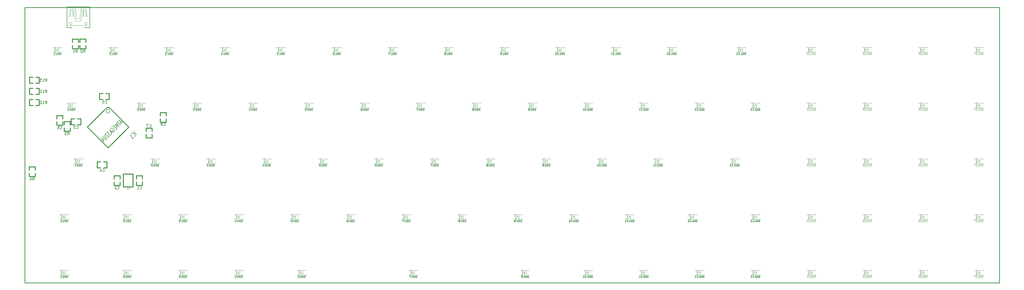
<source format=gbo>
G04 (created by PCBNEW (2013-02-13 BZR 3947)-testing) date 2016.01.05 20:59:58*
%MOIN*%
G04 Gerber Fmt 3.4, Leading zero omitted, Abs format*
%FSLAX34Y34*%
G01*
G70*
G90*
G04 APERTURE LIST*
%ADD10C,0.08*%
%ADD11C,0.009*%
%ADD12C,0.011811*%
%ADD13C,0.005*%
%ADD14C,0.004*%
%ADD15C,0.00393701*%
%ADD16C,0.012*%
%ADD17C,0.008*%
%ADD18C,0.00625197*%
G04 APERTURE END LIST*
G54D10*
G54D11*
X100976Y-37191D02*
X131076Y-37191D01*
X100976Y-141D02*
X131076Y-141D01*
X176Y-37191D02*
X176Y-141D01*
X100976Y-37191D02*
X176Y-37191D01*
X131076Y-141D02*
X131076Y-37191D01*
X176Y-141D02*
X100976Y-141D01*
G54D12*
X1683Y-13341D02*
X2126Y-13341D01*
X2126Y-13341D02*
X2126Y-12541D01*
X2126Y-12541D02*
X1683Y-12541D01*
X1257Y-13341D02*
X826Y-13341D01*
X826Y-13341D02*
X826Y-12541D01*
X826Y-12541D02*
X1257Y-12541D01*
X1683Y-11841D02*
X2126Y-11841D01*
X2126Y-11841D02*
X2126Y-11041D01*
X2126Y-11041D02*
X1683Y-11041D01*
X1257Y-11841D02*
X826Y-11841D01*
X826Y-11841D02*
X826Y-11041D01*
X826Y-11041D02*
X1257Y-11041D01*
X1683Y-10341D02*
X2126Y-10341D01*
X2126Y-10341D02*
X2126Y-9541D01*
X2126Y-9541D02*
X1683Y-9541D01*
X1257Y-10341D02*
X826Y-10341D01*
X826Y-10341D02*
X826Y-9541D01*
X826Y-9541D02*
X1257Y-9541D01*
G54D13*
X5851Y-816D02*
X5851Y-66D01*
X5851Y-66D02*
X8926Y-66D01*
X8926Y-66D02*
X8926Y-1041D01*
X8926Y-1736D02*
X8926Y-909D01*
X8926Y-1059D02*
X8926Y-2870D01*
G54D14*
X6186Y-1369D02*
X6268Y-286D01*
X6657Y-286D02*
X6759Y-1369D01*
X6759Y-1369D02*
X6677Y-1369D01*
X6677Y-1369D02*
X6575Y-429D01*
X6575Y-429D02*
X6370Y-429D01*
X6370Y-429D02*
X6268Y-1369D01*
X6268Y-1369D02*
X6186Y-1369D01*
X6861Y-286D02*
X6943Y-1880D01*
X6943Y-204D02*
X6943Y-204D01*
X7024Y-286D02*
X7106Y-1635D01*
X8515Y-1369D02*
X8434Y-286D01*
X8045Y-286D02*
X7943Y-1369D01*
X7943Y-1369D02*
X8025Y-1369D01*
X8025Y-1369D02*
X8127Y-429D01*
X8127Y-429D02*
X8331Y-429D01*
X8331Y-429D02*
X8434Y-1369D01*
X8434Y-1369D02*
X8515Y-1369D01*
X7841Y-286D02*
X7759Y-1880D01*
X7677Y-1962D02*
X7024Y-1962D01*
X7677Y-286D02*
X7596Y-1635D01*
X7596Y-1635D02*
X7106Y-1635D01*
G54D13*
X5851Y-1024D02*
X5851Y-2874D01*
G54D14*
X6294Y-2861D02*
X6294Y-2566D01*
X6294Y-2566D02*
X8458Y-2566D01*
X8458Y-2571D02*
X8458Y-2866D01*
X6491Y-2437D02*
X6491Y-2142D01*
X6491Y-2142D02*
X6195Y-2142D01*
X6195Y-2142D02*
X6195Y-2437D01*
X6195Y-2437D02*
X6491Y-2437D01*
X8557Y-2437D02*
X8261Y-2437D01*
X8261Y-2437D02*
X8261Y-2142D01*
X8261Y-2142D02*
X8557Y-2142D01*
X8557Y-2142D02*
X8557Y-2437D01*
G54D13*
X5851Y-823D02*
X5851Y-1886D01*
X5851Y-2880D02*
X6560Y-2880D01*
X8202Y-2870D02*
X8911Y-2870D01*
G54D14*
X6268Y-286D02*
G75*
G02X6350Y-183I115J-8D01*
G74*
G01*
X6351Y-183D02*
G75*
G02X6575Y-184I110J-366D01*
G74*
G01*
X6575Y-183D02*
G75*
G02X6657Y-286I-34J-111D01*
G74*
G01*
X7024Y-1961D02*
G75*
G02X6942Y-1879I4J86D01*
G74*
G01*
X6861Y-286D02*
G75*
G02X6943Y-204I82J0D01*
G74*
G01*
X6943Y-205D02*
G75*
G02X7024Y-286I0J-81D01*
G74*
G01*
X8352Y-183D02*
G75*
G02X8434Y-286I-34J-111D01*
G74*
G01*
X8128Y-183D02*
G75*
G02X8351Y-183I111J-366D01*
G74*
G01*
X8045Y-286D02*
G75*
G02X8127Y-183I115J-8D01*
G74*
G01*
X7759Y-1880D02*
G75*
G02X7676Y-1962I-86J5D01*
G74*
G01*
X7759Y-204D02*
G75*
G02X7841Y-286I0J-82D01*
G74*
G01*
X7677Y-286D02*
G75*
G02X7759Y-204I82J0D01*
G74*
G01*
G54D15*
X28571Y-28006D02*
X28571Y-28675D01*
X28571Y-28675D02*
X28611Y-28675D01*
X28611Y-28675D02*
X28611Y-28006D01*
X29496Y-28577D02*
X29496Y-28675D01*
X29496Y-28675D02*
X28355Y-28675D01*
X28355Y-28675D02*
X28355Y-28596D01*
X28355Y-28006D02*
X29496Y-28006D01*
X29496Y-28006D02*
X29496Y-28104D01*
X28355Y-28104D02*
X28355Y-28006D01*
X28788Y-28124D02*
X28788Y-28557D01*
X29063Y-28124D02*
X29063Y-28557D01*
X29063Y-28557D02*
X28807Y-28341D01*
X28807Y-28341D02*
X29063Y-28124D01*
X75471Y-13006D02*
X75471Y-13675D01*
X75471Y-13675D02*
X75511Y-13675D01*
X75511Y-13675D02*
X75511Y-13006D01*
X76396Y-13577D02*
X76396Y-13675D01*
X76396Y-13675D02*
X75255Y-13675D01*
X75255Y-13675D02*
X75255Y-13596D01*
X75255Y-13006D02*
X76396Y-13006D01*
X76396Y-13006D02*
X76396Y-13104D01*
X75255Y-13104D02*
X75255Y-13006D01*
X75688Y-13124D02*
X75688Y-13557D01*
X75963Y-13124D02*
X75963Y-13557D01*
X75963Y-13557D02*
X75707Y-13341D01*
X75707Y-13341D02*
X75963Y-13124D01*
X71721Y-5506D02*
X71721Y-6175D01*
X71721Y-6175D02*
X71761Y-6175D01*
X71761Y-6175D02*
X71761Y-5506D01*
X72646Y-6077D02*
X72646Y-6175D01*
X72646Y-6175D02*
X71505Y-6175D01*
X71505Y-6175D02*
X71505Y-6096D01*
X71505Y-5506D02*
X72646Y-5506D01*
X72646Y-5506D02*
X72646Y-5604D01*
X71505Y-5604D02*
X71505Y-5506D01*
X71938Y-5624D02*
X71938Y-6057D01*
X72213Y-5624D02*
X72213Y-6057D01*
X72213Y-6057D02*
X71957Y-5841D01*
X71957Y-5841D02*
X72213Y-5624D01*
X67971Y-13006D02*
X67971Y-13675D01*
X67971Y-13675D02*
X68011Y-13675D01*
X68011Y-13675D02*
X68011Y-13006D01*
X68896Y-13577D02*
X68896Y-13675D01*
X68896Y-13675D02*
X67755Y-13675D01*
X67755Y-13675D02*
X67755Y-13596D01*
X67755Y-13006D02*
X68896Y-13006D01*
X68896Y-13006D02*
X68896Y-13104D01*
X67755Y-13104D02*
X67755Y-13006D01*
X68188Y-13124D02*
X68188Y-13557D01*
X68463Y-13124D02*
X68463Y-13557D01*
X68463Y-13557D02*
X68207Y-13341D01*
X68207Y-13341D02*
X68463Y-13124D01*
X69871Y-20506D02*
X69871Y-21175D01*
X69871Y-21175D02*
X69911Y-21175D01*
X69911Y-21175D02*
X69911Y-20506D01*
X70796Y-21077D02*
X70796Y-21175D01*
X70796Y-21175D02*
X69655Y-21175D01*
X69655Y-21175D02*
X69655Y-21096D01*
X69655Y-20506D02*
X70796Y-20506D01*
X70796Y-20506D02*
X70796Y-20604D01*
X69655Y-20604D02*
X69655Y-20506D01*
X70088Y-20624D02*
X70088Y-21057D01*
X70363Y-20624D02*
X70363Y-21057D01*
X70363Y-21057D02*
X70107Y-20841D01*
X70107Y-20841D02*
X70363Y-20624D01*
X37971Y-13006D02*
X37971Y-13675D01*
X37971Y-13675D02*
X38011Y-13675D01*
X38011Y-13675D02*
X38011Y-13006D01*
X38896Y-13577D02*
X38896Y-13675D01*
X38896Y-13675D02*
X37755Y-13675D01*
X37755Y-13675D02*
X37755Y-13596D01*
X37755Y-13006D02*
X38896Y-13006D01*
X38896Y-13006D02*
X38896Y-13104D01*
X37755Y-13104D02*
X37755Y-13006D01*
X38188Y-13124D02*
X38188Y-13557D01*
X38463Y-13124D02*
X38463Y-13557D01*
X38463Y-13557D02*
X38207Y-13341D01*
X38207Y-13341D02*
X38463Y-13124D01*
X62371Y-20506D02*
X62371Y-21175D01*
X62371Y-21175D02*
X62411Y-21175D01*
X62411Y-21175D02*
X62411Y-20506D01*
X63296Y-21077D02*
X63296Y-21175D01*
X63296Y-21175D02*
X62155Y-21175D01*
X62155Y-21175D02*
X62155Y-21096D01*
X62155Y-20506D02*
X63296Y-20506D01*
X63296Y-20506D02*
X63296Y-20604D01*
X62155Y-20604D02*
X62155Y-20506D01*
X62588Y-20624D02*
X62588Y-21057D01*
X62863Y-20624D02*
X62863Y-21057D01*
X62863Y-21057D02*
X62607Y-20841D01*
X62607Y-20841D02*
X62863Y-20624D01*
X60471Y-13006D02*
X60471Y-13675D01*
X60471Y-13675D02*
X60511Y-13675D01*
X60511Y-13675D02*
X60511Y-13006D01*
X61396Y-13577D02*
X61396Y-13675D01*
X61396Y-13675D02*
X60255Y-13675D01*
X60255Y-13675D02*
X60255Y-13596D01*
X60255Y-13006D02*
X61396Y-13006D01*
X61396Y-13006D02*
X61396Y-13104D01*
X60255Y-13104D02*
X60255Y-13006D01*
X60688Y-13124D02*
X60688Y-13557D01*
X60963Y-13124D02*
X60963Y-13557D01*
X60963Y-13557D02*
X60707Y-13341D01*
X60707Y-13341D02*
X60963Y-13124D01*
X64221Y-5506D02*
X64221Y-6175D01*
X64221Y-6175D02*
X64261Y-6175D01*
X64261Y-6175D02*
X64261Y-5506D01*
X65146Y-6077D02*
X65146Y-6175D01*
X65146Y-6175D02*
X64005Y-6175D01*
X64005Y-6175D02*
X64005Y-6096D01*
X64005Y-5506D02*
X65146Y-5506D01*
X65146Y-5506D02*
X65146Y-5604D01*
X64005Y-5604D02*
X64005Y-5506D01*
X64438Y-5624D02*
X64438Y-6057D01*
X64713Y-5624D02*
X64713Y-6057D01*
X64713Y-6057D02*
X64457Y-5841D01*
X64457Y-5841D02*
X64713Y-5624D01*
X56721Y-5506D02*
X56721Y-6175D01*
X56721Y-6175D02*
X56761Y-6175D01*
X56761Y-6175D02*
X56761Y-5506D01*
X57646Y-6077D02*
X57646Y-6175D01*
X57646Y-6175D02*
X56505Y-6175D01*
X56505Y-6175D02*
X56505Y-6096D01*
X56505Y-5506D02*
X57646Y-5506D01*
X57646Y-5506D02*
X57646Y-5604D01*
X56505Y-5604D02*
X56505Y-5506D01*
X56938Y-5624D02*
X56938Y-6057D01*
X57213Y-5624D02*
X57213Y-6057D01*
X57213Y-6057D02*
X56957Y-5841D01*
X56957Y-5841D02*
X57213Y-5624D01*
X52971Y-13006D02*
X52971Y-13675D01*
X52971Y-13675D02*
X53011Y-13675D01*
X53011Y-13675D02*
X53011Y-13006D01*
X53896Y-13577D02*
X53896Y-13675D01*
X53896Y-13675D02*
X52755Y-13675D01*
X52755Y-13675D02*
X52755Y-13596D01*
X52755Y-13006D02*
X53896Y-13006D01*
X53896Y-13006D02*
X53896Y-13104D01*
X52755Y-13104D02*
X52755Y-13006D01*
X53188Y-13124D02*
X53188Y-13557D01*
X53463Y-13124D02*
X53463Y-13557D01*
X53463Y-13557D02*
X53207Y-13341D01*
X53207Y-13341D02*
X53463Y-13124D01*
X54871Y-20506D02*
X54871Y-21175D01*
X54871Y-21175D02*
X54911Y-21175D01*
X54911Y-21175D02*
X54911Y-20506D01*
X55796Y-21077D02*
X55796Y-21175D01*
X55796Y-21175D02*
X54655Y-21175D01*
X54655Y-21175D02*
X54655Y-21096D01*
X54655Y-20506D02*
X55796Y-20506D01*
X55796Y-20506D02*
X55796Y-20604D01*
X54655Y-20604D02*
X54655Y-20506D01*
X55088Y-20624D02*
X55088Y-21057D01*
X55363Y-20624D02*
X55363Y-21057D01*
X55363Y-21057D02*
X55107Y-20841D01*
X55107Y-20841D02*
X55363Y-20624D01*
X39871Y-20506D02*
X39871Y-21175D01*
X39871Y-21175D02*
X39911Y-21175D01*
X39911Y-21175D02*
X39911Y-20506D01*
X40796Y-21077D02*
X40796Y-21175D01*
X40796Y-21175D02*
X39655Y-21175D01*
X39655Y-21175D02*
X39655Y-21096D01*
X39655Y-20506D02*
X40796Y-20506D01*
X40796Y-20506D02*
X40796Y-20604D01*
X39655Y-20604D02*
X39655Y-20506D01*
X40088Y-20624D02*
X40088Y-21057D01*
X40363Y-20624D02*
X40363Y-21057D01*
X40363Y-21057D02*
X40107Y-20841D01*
X40107Y-20841D02*
X40363Y-20624D01*
X4221Y-5506D02*
X4221Y-6175D01*
X4221Y-6175D02*
X4261Y-6175D01*
X4261Y-6175D02*
X4261Y-5506D01*
X5146Y-6077D02*
X5146Y-6175D01*
X5146Y-6175D02*
X4005Y-6175D01*
X4005Y-6175D02*
X4005Y-6096D01*
X4005Y-5506D02*
X5146Y-5506D01*
X5146Y-5506D02*
X5146Y-5604D01*
X4005Y-5604D02*
X4005Y-5506D01*
X4438Y-5624D02*
X4438Y-6057D01*
X4713Y-5624D02*
X4713Y-6057D01*
X4713Y-6057D02*
X4457Y-5841D01*
X4457Y-5841D02*
X4713Y-5624D01*
X49221Y-5506D02*
X49221Y-6175D01*
X49221Y-6175D02*
X49261Y-6175D01*
X49261Y-6175D02*
X49261Y-5506D01*
X50146Y-6077D02*
X50146Y-6175D01*
X50146Y-6175D02*
X49005Y-6175D01*
X49005Y-6175D02*
X49005Y-6096D01*
X49005Y-5506D02*
X50146Y-5506D01*
X50146Y-5506D02*
X50146Y-5604D01*
X49005Y-5604D02*
X49005Y-5506D01*
X49438Y-5624D02*
X49438Y-6057D01*
X49713Y-5624D02*
X49713Y-6057D01*
X49713Y-6057D02*
X49457Y-5841D01*
X49457Y-5841D02*
X49713Y-5624D01*
X34221Y-5506D02*
X34221Y-6175D01*
X34221Y-6175D02*
X34261Y-6175D01*
X34261Y-6175D02*
X34261Y-5506D01*
X35146Y-6077D02*
X35146Y-6175D01*
X35146Y-6175D02*
X34005Y-6175D01*
X34005Y-6175D02*
X34005Y-6096D01*
X34005Y-5506D02*
X35146Y-5506D01*
X35146Y-5506D02*
X35146Y-5604D01*
X34005Y-5604D02*
X34005Y-5506D01*
X34438Y-5624D02*
X34438Y-6057D01*
X34713Y-5624D02*
X34713Y-6057D01*
X34713Y-6057D02*
X34457Y-5841D01*
X34457Y-5841D02*
X34713Y-5624D01*
X79221Y-5506D02*
X79221Y-6175D01*
X79221Y-6175D02*
X79261Y-6175D01*
X79261Y-6175D02*
X79261Y-5506D01*
X80146Y-6077D02*
X80146Y-6175D01*
X80146Y-6175D02*
X79005Y-6175D01*
X79005Y-6175D02*
X79005Y-6096D01*
X79005Y-5506D02*
X80146Y-5506D01*
X80146Y-5506D02*
X80146Y-5604D01*
X79005Y-5604D02*
X79005Y-5506D01*
X79438Y-5624D02*
X79438Y-6057D01*
X79713Y-5624D02*
X79713Y-6057D01*
X79713Y-6057D02*
X79457Y-5841D01*
X79457Y-5841D02*
X79713Y-5624D01*
X32321Y-20506D02*
X32321Y-21175D01*
X32321Y-21175D02*
X32361Y-21175D01*
X32361Y-21175D02*
X32361Y-20506D01*
X33246Y-21077D02*
X33246Y-21175D01*
X33246Y-21175D02*
X32105Y-21175D01*
X32105Y-21175D02*
X32105Y-21096D01*
X32105Y-20506D02*
X33246Y-20506D01*
X33246Y-20506D02*
X33246Y-20604D01*
X32105Y-20604D02*
X32105Y-20506D01*
X32538Y-20624D02*
X32538Y-21057D01*
X32813Y-20624D02*
X32813Y-21057D01*
X32813Y-21057D02*
X32557Y-20841D01*
X32557Y-20841D02*
X32813Y-20624D01*
X30471Y-13006D02*
X30471Y-13675D01*
X30471Y-13675D02*
X30511Y-13675D01*
X30511Y-13675D02*
X30511Y-13006D01*
X31396Y-13577D02*
X31396Y-13675D01*
X31396Y-13675D02*
X30255Y-13675D01*
X30255Y-13675D02*
X30255Y-13596D01*
X30255Y-13006D02*
X31396Y-13006D01*
X31396Y-13006D02*
X31396Y-13104D01*
X30255Y-13104D02*
X30255Y-13006D01*
X30688Y-13124D02*
X30688Y-13557D01*
X30963Y-13124D02*
X30963Y-13557D01*
X30963Y-13557D02*
X30707Y-13341D01*
X30707Y-13341D02*
X30963Y-13124D01*
X26721Y-5506D02*
X26721Y-6175D01*
X26721Y-6175D02*
X26761Y-6175D01*
X26761Y-6175D02*
X26761Y-5506D01*
X27646Y-6077D02*
X27646Y-6175D01*
X27646Y-6175D02*
X26505Y-6175D01*
X26505Y-6175D02*
X26505Y-6096D01*
X26505Y-5506D02*
X27646Y-5506D01*
X27646Y-5506D02*
X27646Y-5604D01*
X26505Y-5604D02*
X26505Y-5506D01*
X26938Y-5624D02*
X26938Y-6057D01*
X27213Y-5624D02*
X27213Y-6057D01*
X27213Y-6057D02*
X26957Y-5841D01*
X26957Y-5841D02*
X27213Y-5624D01*
X43571Y-28006D02*
X43571Y-28675D01*
X43571Y-28675D02*
X43611Y-28675D01*
X43611Y-28675D02*
X43611Y-28006D01*
X44496Y-28577D02*
X44496Y-28675D01*
X44496Y-28675D02*
X43355Y-28675D01*
X43355Y-28675D02*
X43355Y-28596D01*
X43355Y-28006D02*
X44496Y-28006D01*
X44496Y-28006D02*
X44496Y-28104D01*
X43355Y-28104D02*
X43355Y-28006D01*
X43788Y-28124D02*
X43788Y-28557D01*
X44063Y-28124D02*
X44063Y-28557D01*
X44063Y-28557D02*
X43807Y-28341D01*
X43807Y-28341D02*
X44063Y-28124D01*
X47371Y-20506D02*
X47371Y-21175D01*
X47371Y-21175D02*
X47411Y-21175D01*
X47411Y-21175D02*
X47411Y-20506D01*
X48296Y-21077D02*
X48296Y-21175D01*
X48296Y-21175D02*
X47155Y-21175D01*
X47155Y-21175D02*
X47155Y-21096D01*
X47155Y-20506D02*
X48296Y-20506D01*
X48296Y-20506D02*
X48296Y-20604D01*
X47155Y-20604D02*
X47155Y-20506D01*
X47588Y-20624D02*
X47588Y-21057D01*
X47863Y-20624D02*
X47863Y-21057D01*
X47863Y-21057D02*
X47607Y-20841D01*
X47607Y-20841D02*
X47863Y-20624D01*
X45471Y-13006D02*
X45471Y-13675D01*
X45471Y-13675D02*
X45511Y-13675D01*
X45511Y-13675D02*
X45511Y-13006D01*
X46396Y-13577D02*
X46396Y-13675D01*
X46396Y-13675D02*
X45255Y-13675D01*
X45255Y-13675D02*
X45255Y-13596D01*
X45255Y-13006D02*
X46396Y-13006D01*
X46396Y-13006D02*
X46396Y-13104D01*
X45255Y-13104D02*
X45255Y-13006D01*
X45688Y-13124D02*
X45688Y-13557D01*
X45963Y-13124D02*
X45963Y-13557D01*
X45963Y-13557D02*
X45707Y-13341D01*
X45707Y-13341D02*
X45963Y-13124D01*
X41721Y-5506D02*
X41721Y-6175D01*
X41721Y-6175D02*
X41761Y-6175D01*
X41761Y-6175D02*
X41761Y-5506D01*
X42646Y-6077D02*
X42646Y-6175D01*
X42646Y-6175D02*
X41505Y-6175D01*
X41505Y-6175D02*
X41505Y-6096D01*
X41505Y-5506D02*
X42646Y-5506D01*
X42646Y-5506D02*
X42646Y-5604D01*
X41505Y-5604D02*
X41505Y-5506D01*
X41938Y-5624D02*
X41938Y-6057D01*
X42213Y-5624D02*
X42213Y-6057D01*
X42213Y-6057D02*
X41957Y-5841D01*
X41957Y-5841D02*
X42213Y-5624D01*
X21071Y-28006D02*
X21071Y-28675D01*
X21071Y-28675D02*
X21111Y-28675D01*
X21111Y-28675D02*
X21111Y-28006D01*
X21996Y-28577D02*
X21996Y-28675D01*
X21996Y-28675D02*
X20855Y-28675D01*
X20855Y-28675D02*
X20855Y-28596D01*
X20855Y-28006D02*
X21996Y-28006D01*
X21996Y-28006D02*
X21996Y-28104D01*
X20855Y-28104D02*
X20855Y-28006D01*
X21288Y-28124D02*
X21288Y-28557D01*
X21563Y-28124D02*
X21563Y-28557D01*
X21563Y-28557D02*
X21307Y-28341D01*
X21307Y-28341D02*
X21563Y-28124D01*
X13571Y-28006D02*
X13571Y-28675D01*
X13571Y-28675D02*
X13611Y-28675D01*
X13611Y-28675D02*
X13611Y-28006D01*
X14496Y-28577D02*
X14496Y-28675D01*
X14496Y-28675D02*
X13355Y-28675D01*
X13355Y-28675D02*
X13355Y-28596D01*
X13355Y-28006D02*
X14496Y-28006D01*
X14496Y-28006D02*
X14496Y-28104D01*
X13355Y-28104D02*
X13355Y-28006D01*
X13788Y-28124D02*
X13788Y-28557D01*
X14063Y-28124D02*
X14063Y-28557D01*
X14063Y-28557D02*
X13807Y-28341D01*
X13807Y-28341D02*
X14063Y-28124D01*
X24821Y-20506D02*
X24821Y-21175D01*
X24821Y-21175D02*
X24861Y-21175D01*
X24861Y-21175D02*
X24861Y-20506D01*
X25746Y-21077D02*
X25746Y-21175D01*
X25746Y-21175D02*
X24605Y-21175D01*
X24605Y-21175D02*
X24605Y-21096D01*
X24605Y-20506D02*
X25746Y-20506D01*
X25746Y-20506D02*
X25746Y-20604D01*
X24605Y-20604D02*
X24605Y-20506D01*
X25038Y-20624D02*
X25038Y-21057D01*
X25313Y-20624D02*
X25313Y-21057D01*
X25313Y-21057D02*
X25057Y-20841D01*
X25057Y-20841D02*
X25313Y-20624D01*
X22971Y-13006D02*
X22971Y-13675D01*
X22971Y-13675D02*
X23011Y-13675D01*
X23011Y-13675D02*
X23011Y-13006D01*
X23896Y-13577D02*
X23896Y-13675D01*
X23896Y-13675D02*
X22755Y-13675D01*
X22755Y-13675D02*
X22755Y-13596D01*
X22755Y-13006D02*
X23896Y-13006D01*
X23896Y-13006D02*
X23896Y-13104D01*
X22755Y-13104D02*
X22755Y-13006D01*
X23188Y-13124D02*
X23188Y-13557D01*
X23463Y-13124D02*
X23463Y-13557D01*
X23463Y-13557D02*
X23207Y-13341D01*
X23207Y-13341D02*
X23463Y-13124D01*
X17321Y-20506D02*
X17321Y-21175D01*
X17321Y-21175D02*
X17361Y-21175D01*
X17361Y-21175D02*
X17361Y-20506D01*
X18246Y-21077D02*
X18246Y-21175D01*
X18246Y-21175D02*
X17105Y-21175D01*
X17105Y-21175D02*
X17105Y-21096D01*
X17105Y-20506D02*
X18246Y-20506D01*
X18246Y-20506D02*
X18246Y-20604D01*
X17105Y-20604D02*
X17105Y-20506D01*
X17538Y-20624D02*
X17538Y-21057D01*
X17813Y-20624D02*
X17813Y-21057D01*
X17813Y-21057D02*
X17557Y-20841D01*
X17557Y-20841D02*
X17813Y-20624D01*
X15471Y-13006D02*
X15471Y-13675D01*
X15471Y-13675D02*
X15511Y-13675D01*
X15511Y-13675D02*
X15511Y-13006D01*
X16396Y-13577D02*
X16396Y-13675D01*
X16396Y-13675D02*
X15255Y-13675D01*
X15255Y-13675D02*
X15255Y-13596D01*
X15255Y-13006D02*
X16396Y-13006D01*
X16396Y-13006D02*
X16396Y-13104D01*
X15255Y-13104D02*
X15255Y-13006D01*
X15688Y-13124D02*
X15688Y-13557D01*
X15963Y-13124D02*
X15963Y-13557D01*
X15963Y-13557D02*
X15707Y-13341D01*
X15707Y-13341D02*
X15963Y-13124D01*
X19221Y-5506D02*
X19221Y-6175D01*
X19221Y-6175D02*
X19261Y-6175D01*
X19261Y-6175D02*
X19261Y-5506D01*
X20146Y-6077D02*
X20146Y-6175D01*
X20146Y-6175D02*
X19005Y-6175D01*
X19005Y-6175D02*
X19005Y-6096D01*
X19005Y-5506D02*
X20146Y-5506D01*
X20146Y-5506D02*
X20146Y-5604D01*
X19005Y-5604D02*
X19005Y-5506D01*
X19438Y-5624D02*
X19438Y-6057D01*
X19713Y-5624D02*
X19713Y-6057D01*
X19713Y-6057D02*
X19457Y-5841D01*
X19457Y-5841D02*
X19713Y-5624D01*
X96071Y-5506D02*
X96071Y-6175D01*
X96071Y-6175D02*
X96111Y-6175D01*
X96111Y-6175D02*
X96111Y-5506D01*
X96996Y-6077D02*
X96996Y-6175D01*
X96996Y-6175D02*
X95855Y-6175D01*
X95855Y-6175D02*
X95855Y-6096D01*
X95855Y-5506D02*
X96996Y-5506D01*
X96996Y-5506D02*
X96996Y-5604D01*
X95855Y-5604D02*
X95855Y-5506D01*
X96288Y-5624D02*
X96288Y-6057D01*
X96563Y-5624D02*
X96563Y-6057D01*
X96563Y-6057D02*
X96307Y-5841D01*
X96307Y-5841D02*
X96563Y-5624D01*
X75471Y-35506D02*
X75471Y-36175D01*
X75471Y-36175D02*
X75511Y-36175D01*
X75511Y-36175D02*
X75511Y-35506D01*
X76396Y-36077D02*
X76396Y-36175D01*
X76396Y-36175D02*
X75255Y-36175D01*
X75255Y-36175D02*
X75255Y-36096D01*
X75255Y-35506D02*
X76396Y-35506D01*
X76396Y-35506D02*
X76396Y-35604D01*
X75255Y-35604D02*
X75255Y-35506D01*
X75688Y-35624D02*
X75688Y-36057D01*
X75963Y-35624D02*
X75963Y-36057D01*
X75963Y-36057D02*
X75707Y-35841D01*
X75707Y-35841D02*
X75963Y-35624D01*
X67021Y-35506D02*
X67021Y-36175D01*
X67021Y-36175D02*
X67061Y-36175D01*
X67061Y-36175D02*
X67061Y-35506D01*
X67946Y-36077D02*
X67946Y-36175D01*
X67946Y-36175D02*
X66805Y-36175D01*
X66805Y-36175D02*
X66805Y-36096D01*
X66805Y-35506D02*
X67946Y-35506D01*
X67946Y-35506D02*
X67946Y-35604D01*
X66805Y-35604D02*
X66805Y-35506D01*
X67238Y-35624D02*
X67238Y-36057D01*
X67513Y-35624D02*
X67513Y-36057D01*
X67513Y-36057D02*
X67257Y-35841D01*
X67257Y-35841D02*
X67513Y-35624D01*
X28571Y-35506D02*
X28571Y-36175D01*
X28571Y-36175D02*
X28611Y-36175D01*
X28611Y-36175D02*
X28611Y-35506D01*
X29496Y-36077D02*
X29496Y-36175D01*
X29496Y-36175D02*
X28355Y-36175D01*
X28355Y-36175D02*
X28355Y-36096D01*
X28355Y-35506D02*
X29496Y-35506D01*
X29496Y-35506D02*
X29496Y-35604D01*
X28355Y-35604D02*
X28355Y-35506D01*
X28788Y-35624D02*
X28788Y-36057D01*
X29063Y-35624D02*
X29063Y-36057D01*
X29063Y-36057D02*
X28807Y-35841D01*
X28807Y-35841D02*
X29063Y-35624D01*
X37021Y-35506D02*
X37021Y-36175D01*
X37021Y-36175D02*
X37061Y-36175D01*
X37061Y-36175D02*
X37061Y-35506D01*
X37946Y-36077D02*
X37946Y-36175D01*
X37946Y-36175D02*
X36805Y-36175D01*
X36805Y-36175D02*
X36805Y-36096D01*
X36805Y-35506D02*
X37946Y-35506D01*
X37946Y-35506D02*
X37946Y-35604D01*
X36805Y-35604D02*
X36805Y-35506D01*
X37238Y-35624D02*
X37238Y-36057D01*
X37513Y-35624D02*
X37513Y-36057D01*
X37513Y-36057D02*
X37257Y-35841D01*
X37257Y-35841D02*
X37513Y-35624D01*
X5121Y-28006D02*
X5121Y-28675D01*
X5121Y-28675D02*
X5161Y-28675D01*
X5161Y-28675D02*
X5161Y-28006D01*
X6046Y-28577D02*
X6046Y-28675D01*
X6046Y-28675D02*
X4905Y-28675D01*
X4905Y-28675D02*
X4905Y-28596D01*
X4905Y-28006D02*
X6046Y-28006D01*
X6046Y-28006D02*
X6046Y-28104D01*
X4905Y-28104D02*
X4905Y-28006D01*
X5338Y-28124D02*
X5338Y-28557D01*
X5613Y-28124D02*
X5613Y-28557D01*
X5613Y-28557D02*
X5357Y-28341D01*
X5357Y-28341D02*
X5613Y-28124D01*
X7021Y-20506D02*
X7021Y-21175D01*
X7021Y-21175D02*
X7061Y-21175D01*
X7061Y-21175D02*
X7061Y-20506D01*
X7946Y-21077D02*
X7946Y-21175D01*
X7946Y-21175D02*
X6805Y-21175D01*
X6805Y-21175D02*
X6805Y-21096D01*
X6805Y-20506D02*
X7946Y-20506D01*
X7946Y-20506D02*
X7946Y-20604D01*
X6805Y-20604D02*
X6805Y-20506D01*
X7238Y-20624D02*
X7238Y-21057D01*
X7513Y-20624D02*
X7513Y-21057D01*
X7513Y-21057D02*
X7257Y-20841D01*
X7257Y-20841D02*
X7513Y-20624D01*
X21071Y-35506D02*
X21071Y-36175D01*
X21071Y-36175D02*
X21111Y-36175D01*
X21111Y-36175D02*
X21111Y-35506D01*
X21996Y-36077D02*
X21996Y-36175D01*
X21996Y-36175D02*
X20855Y-36175D01*
X20855Y-36175D02*
X20855Y-36096D01*
X20855Y-35506D02*
X21996Y-35506D01*
X21996Y-35506D02*
X21996Y-35604D01*
X20855Y-35604D02*
X20855Y-35506D01*
X21288Y-35624D02*
X21288Y-36057D01*
X21563Y-35624D02*
X21563Y-36057D01*
X21563Y-36057D02*
X21307Y-35841D01*
X21307Y-35841D02*
X21563Y-35624D01*
X13571Y-35506D02*
X13571Y-36175D01*
X13571Y-36175D02*
X13611Y-36175D01*
X13611Y-36175D02*
X13611Y-35506D01*
X14496Y-36077D02*
X14496Y-36175D01*
X14496Y-36175D02*
X13355Y-36175D01*
X13355Y-36175D02*
X13355Y-36096D01*
X13355Y-35506D02*
X14496Y-35506D01*
X14496Y-35506D02*
X14496Y-35604D01*
X13355Y-35604D02*
X13355Y-35506D01*
X13788Y-35624D02*
X13788Y-36057D01*
X14063Y-35624D02*
X14063Y-36057D01*
X14063Y-36057D02*
X13807Y-35841D01*
X13807Y-35841D02*
X14063Y-35624D01*
X5121Y-35506D02*
X5121Y-36175D01*
X5121Y-36175D02*
X5161Y-36175D01*
X5161Y-36175D02*
X5161Y-35506D01*
X6046Y-36077D02*
X6046Y-36175D01*
X6046Y-36175D02*
X4905Y-36175D01*
X4905Y-36175D02*
X4905Y-36096D01*
X4905Y-35506D02*
X6046Y-35506D01*
X6046Y-35506D02*
X6046Y-35604D01*
X4905Y-35604D02*
X4905Y-35506D01*
X5338Y-35624D02*
X5338Y-36057D01*
X5613Y-35624D02*
X5613Y-36057D01*
X5613Y-36057D02*
X5357Y-35841D01*
X5357Y-35841D02*
X5613Y-35624D01*
X58571Y-28006D02*
X58571Y-28675D01*
X58571Y-28675D02*
X58611Y-28675D01*
X58611Y-28675D02*
X58611Y-28006D01*
X59496Y-28577D02*
X59496Y-28675D01*
X59496Y-28675D02*
X58355Y-28675D01*
X58355Y-28675D02*
X58355Y-28596D01*
X58355Y-28006D02*
X59496Y-28006D01*
X59496Y-28006D02*
X59496Y-28104D01*
X58355Y-28104D02*
X58355Y-28006D01*
X58788Y-28124D02*
X58788Y-28557D01*
X59063Y-28124D02*
X59063Y-28557D01*
X59063Y-28557D02*
X58807Y-28341D01*
X58807Y-28341D02*
X59063Y-28124D01*
X51071Y-28006D02*
X51071Y-28675D01*
X51071Y-28675D02*
X51111Y-28675D01*
X51111Y-28675D02*
X51111Y-28006D01*
X51996Y-28577D02*
X51996Y-28675D01*
X51996Y-28675D02*
X50855Y-28675D01*
X50855Y-28675D02*
X50855Y-28596D01*
X50855Y-28006D02*
X51996Y-28006D01*
X51996Y-28006D02*
X51996Y-28104D01*
X50855Y-28104D02*
X50855Y-28006D01*
X51288Y-28124D02*
X51288Y-28557D01*
X51563Y-28124D02*
X51563Y-28557D01*
X51563Y-28557D02*
X51307Y-28341D01*
X51307Y-28341D02*
X51563Y-28124D01*
X36071Y-28006D02*
X36071Y-28675D01*
X36071Y-28675D02*
X36111Y-28675D01*
X36111Y-28675D02*
X36111Y-28006D01*
X36996Y-28577D02*
X36996Y-28675D01*
X36996Y-28675D02*
X35855Y-28675D01*
X35855Y-28675D02*
X35855Y-28596D01*
X35855Y-28006D02*
X36996Y-28006D01*
X36996Y-28006D02*
X36996Y-28104D01*
X35855Y-28104D02*
X35855Y-28006D01*
X36288Y-28124D02*
X36288Y-28557D01*
X36563Y-28124D02*
X36563Y-28557D01*
X36563Y-28557D02*
X36307Y-28341D01*
X36307Y-28341D02*
X36563Y-28124D01*
X86721Y-5506D02*
X86721Y-6175D01*
X86721Y-6175D02*
X86761Y-6175D01*
X86761Y-6175D02*
X86761Y-5506D01*
X87646Y-6077D02*
X87646Y-6175D01*
X87646Y-6175D02*
X86505Y-6175D01*
X86505Y-6175D02*
X86505Y-6096D01*
X86505Y-5506D02*
X87646Y-5506D01*
X87646Y-5506D02*
X87646Y-5604D01*
X86505Y-5604D02*
X86505Y-5506D01*
X86938Y-5624D02*
X86938Y-6057D01*
X87213Y-5624D02*
X87213Y-6057D01*
X87213Y-6057D02*
X86957Y-5841D01*
X86957Y-5841D02*
X87213Y-5624D01*
X6071Y-13006D02*
X6071Y-13675D01*
X6071Y-13675D02*
X6111Y-13675D01*
X6111Y-13675D02*
X6111Y-13006D01*
X6996Y-13577D02*
X6996Y-13675D01*
X6996Y-13675D02*
X5855Y-13675D01*
X5855Y-13675D02*
X5855Y-13596D01*
X5855Y-13006D02*
X6996Y-13006D01*
X6996Y-13006D02*
X6996Y-13104D01*
X5855Y-13104D02*
X5855Y-13006D01*
X6288Y-13124D02*
X6288Y-13557D01*
X6563Y-13124D02*
X6563Y-13557D01*
X6563Y-13557D02*
X6307Y-13341D01*
X6307Y-13341D02*
X6563Y-13124D01*
X90471Y-13006D02*
X90471Y-13675D01*
X90471Y-13675D02*
X90511Y-13675D01*
X90511Y-13675D02*
X90511Y-13006D01*
X91396Y-13577D02*
X91396Y-13675D01*
X91396Y-13675D02*
X90255Y-13675D01*
X90255Y-13675D02*
X90255Y-13596D01*
X90255Y-13006D02*
X91396Y-13006D01*
X91396Y-13006D02*
X91396Y-13104D01*
X90255Y-13104D02*
X90255Y-13006D01*
X90688Y-13124D02*
X90688Y-13557D01*
X90963Y-13124D02*
X90963Y-13557D01*
X90963Y-13557D02*
X90707Y-13341D01*
X90707Y-13341D02*
X90963Y-13124D01*
X97971Y-13006D02*
X97971Y-13675D01*
X97971Y-13675D02*
X98011Y-13675D01*
X98011Y-13675D02*
X98011Y-13006D01*
X98896Y-13577D02*
X98896Y-13675D01*
X98896Y-13675D02*
X97755Y-13675D01*
X97755Y-13675D02*
X97755Y-13596D01*
X97755Y-13006D02*
X98896Y-13006D01*
X98896Y-13006D02*
X98896Y-13104D01*
X97755Y-13104D02*
X97755Y-13006D01*
X98188Y-13124D02*
X98188Y-13557D01*
X98463Y-13124D02*
X98463Y-13557D01*
X98463Y-13557D02*
X98207Y-13341D01*
X98207Y-13341D02*
X98463Y-13124D01*
X84871Y-20506D02*
X84871Y-21175D01*
X84871Y-21175D02*
X84911Y-21175D01*
X84911Y-21175D02*
X84911Y-20506D01*
X85796Y-21077D02*
X85796Y-21175D01*
X85796Y-21175D02*
X84655Y-21175D01*
X84655Y-21175D02*
X84655Y-21096D01*
X84655Y-20506D02*
X85796Y-20506D01*
X85796Y-20506D02*
X85796Y-20604D01*
X84655Y-20604D02*
X84655Y-20506D01*
X85088Y-20624D02*
X85088Y-21057D01*
X85363Y-20624D02*
X85363Y-21057D01*
X85363Y-21057D02*
X85107Y-20841D01*
X85107Y-20841D02*
X85363Y-20624D01*
X95171Y-20506D02*
X95171Y-21175D01*
X95171Y-21175D02*
X95211Y-21175D01*
X95211Y-21175D02*
X95211Y-20506D01*
X96096Y-21077D02*
X96096Y-21175D01*
X96096Y-21175D02*
X94955Y-21175D01*
X94955Y-21175D02*
X94955Y-21096D01*
X94955Y-20506D02*
X96096Y-20506D01*
X96096Y-20506D02*
X96096Y-20604D01*
X94955Y-20604D02*
X94955Y-20506D01*
X95388Y-20624D02*
X95388Y-21057D01*
X95663Y-20624D02*
X95663Y-21057D01*
X95663Y-21057D02*
X95407Y-20841D01*
X95407Y-20841D02*
X95663Y-20624D01*
X82971Y-35506D02*
X82971Y-36175D01*
X82971Y-36175D02*
X83011Y-36175D01*
X83011Y-36175D02*
X83011Y-35506D01*
X83896Y-36077D02*
X83896Y-36175D01*
X83896Y-36175D02*
X82755Y-36175D01*
X82755Y-36175D02*
X82755Y-36096D01*
X82755Y-35506D02*
X83896Y-35506D01*
X83896Y-35506D02*
X83896Y-35604D01*
X82755Y-35604D02*
X82755Y-35506D01*
X83188Y-35624D02*
X83188Y-36057D01*
X83463Y-35624D02*
X83463Y-36057D01*
X83463Y-36057D02*
X83207Y-35841D01*
X83207Y-35841D02*
X83463Y-35624D01*
X90471Y-35506D02*
X90471Y-36175D01*
X90471Y-36175D02*
X90511Y-36175D01*
X90511Y-36175D02*
X90511Y-35506D01*
X91396Y-36077D02*
X91396Y-36175D01*
X91396Y-36175D02*
X90255Y-36175D01*
X90255Y-36175D02*
X90255Y-36096D01*
X90255Y-35506D02*
X91396Y-35506D01*
X91396Y-35506D02*
X91396Y-35604D01*
X90255Y-35604D02*
X90255Y-35506D01*
X90688Y-35624D02*
X90688Y-36057D01*
X90963Y-35624D02*
X90963Y-36057D01*
X90963Y-36057D02*
X90707Y-35841D01*
X90707Y-35841D02*
X90963Y-35624D01*
X97971Y-35506D02*
X97971Y-36175D01*
X97971Y-36175D02*
X98011Y-36175D01*
X98011Y-36175D02*
X98011Y-35506D01*
X98896Y-36077D02*
X98896Y-36175D01*
X98896Y-36175D02*
X97755Y-36175D01*
X97755Y-36175D02*
X97755Y-36096D01*
X97755Y-35506D02*
X98896Y-35506D01*
X98896Y-35506D02*
X98896Y-35604D01*
X97755Y-35604D02*
X97755Y-35506D01*
X98188Y-35624D02*
X98188Y-36057D01*
X98463Y-35624D02*
X98463Y-36057D01*
X98463Y-36057D02*
X98207Y-35841D01*
X98207Y-35841D02*
X98463Y-35624D01*
X97971Y-28006D02*
X97971Y-28675D01*
X97971Y-28675D02*
X98011Y-28675D01*
X98011Y-28675D02*
X98011Y-28006D01*
X98896Y-28577D02*
X98896Y-28675D01*
X98896Y-28675D02*
X97755Y-28675D01*
X97755Y-28675D02*
X97755Y-28596D01*
X97755Y-28006D02*
X98896Y-28006D01*
X98896Y-28006D02*
X98896Y-28104D01*
X97755Y-28104D02*
X97755Y-28006D01*
X98188Y-28124D02*
X98188Y-28557D01*
X98463Y-28124D02*
X98463Y-28557D01*
X98463Y-28557D02*
X98207Y-28341D01*
X98207Y-28341D02*
X98463Y-28124D01*
X89521Y-28006D02*
X89521Y-28675D01*
X89521Y-28675D02*
X89561Y-28675D01*
X89561Y-28675D02*
X89561Y-28006D01*
X90446Y-28577D02*
X90446Y-28675D01*
X90446Y-28675D02*
X89305Y-28675D01*
X89305Y-28675D02*
X89305Y-28596D01*
X89305Y-28006D02*
X90446Y-28006D01*
X90446Y-28006D02*
X90446Y-28104D01*
X89305Y-28104D02*
X89305Y-28006D01*
X89738Y-28124D02*
X89738Y-28557D01*
X90013Y-28124D02*
X90013Y-28557D01*
X90013Y-28557D02*
X89757Y-28341D01*
X89757Y-28341D02*
X90013Y-28124D01*
X81071Y-28006D02*
X81071Y-28675D01*
X81071Y-28675D02*
X81111Y-28675D01*
X81111Y-28675D02*
X81111Y-28006D01*
X81996Y-28577D02*
X81996Y-28675D01*
X81996Y-28675D02*
X80855Y-28675D01*
X80855Y-28675D02*
X80855Y-28596D01*
X80855Y-28006D02*
X81996Y-28006D01*
X81996Y-28006D02*
X81996Y-28104D01*
X80855Y-28104D02*
X80855Y-28006D01*
X81288Y-28124D02*
X81288Y-28557D01*
X81563Y-28124D02*
X81563Y-28557D01*
X81563Y-28557D02*
X81307Y-28341D01*
X81307Y-28341D02*
X81563Y-28124D01*
X73571Y-28006D02*
X73571Y-28675D01*
X73571Y-28675D02*
X73611Y-28675D01*
X73611Y-28675D02*
X73611Y-28006D01*
X74496Y-28577D02*
X74496Y-28675D01*
X74496Y-28675D02*
X73355Y-28675D01*
X73355Y-28675D02*
X73355Y-28596D01*
X73355Y-28006D02*
X74496Y-28006D01*
X74496Y-28006D02*
X74496Y-28104D01*
X73355Y-28104D02*
X73355Y-28006D01*
X73788Y-28124D02*
X73788Y-28557D01*
X74063Y-28124D02*
X74063Y-28557D01*
X74063Y-28557D02*
X73807Y-28341D01*
X73807Y-28341D02*
X74063Y-28124D01*
X66071Y-28006D02*
X66071Y-28675D01*
X66071Y-28675D02*
X66111Y-28675D01*
X66111Y-28675D02*
X66111Y-28006D01*
X66996Y-28577D02*
X66996Y-28675D01*
X66996Y-28675D02*
X65855Y-28675D01*
X65855Y-28675D02*
X65855Y-28596D01*
X65855Y-28006D02*
X66996Y-28006D01*
X66996Y-28006D02*
X66996Y-28104D01*
X65855Y-28104D02*
X65855Y-28006D01*
X66288Y-28124D02*
X66288Y-28557D01*
X66563Y-28124D02*
X66563Y-28557D01*
X66563Y-28557D02*
X66307Y-28341D01*
X66307Y-28341D02*
X66563Y-28124D01*
X77371Y-20506D02*
X77371Y-21175D01*
X77371Y-21175D02*
X77411Y-21175D01*
X77411Y-21175D02*
X77411Y-20506D01*
X78296Y-21077D02*
X78296Y-21175D01*
X78296Y-21175D02*
X77155Y-21175D01*
X77155Y-21175D02*
X77155Y-21096D01*
X77155Y-20506D02*
X78296Y-20506D01*
X78296Y-20506D02*
X78296Y-20604D01*
X77155Y-20604D02*
X77155Y-20506D01*
X77588Y-20624D02*
X77588Y-21057D01*
X77863Y-20624D02*
X77863Y-21057D01*
X77863Y-21057D02*
X77607Y-20841D01*
X77607Y-20841D02*
X77863Y-20624D01*
X82971Y-13006D02*
X82971Y-13675D01*
X82971Y-13675D02*
X83011Y-13675D01*
X83011Y-13675D02*
X83011Y-13006D01*
X83896Y-13577D02*
X83896Y-13675D01*
X83896Y-13675D02*
X82755Y-13675D01*
X82755Y-13675D02*
X82755Y-13596D01*
X82755Y-13006D02*
X83896Y-13006D01*
X83896Y-13006D02*
X83896Y-13104D01*
X82755Y-13104D02*
X82755Y-13006D01*
X83188Y-13124D02*
X83188Y-13557D01*
X83463Y-13124D02*
X83463Y-13557D01*
X83463Y-13557D02*
X83207Y-13341D01*
X83207Y-13341D02*
X83463Y-13124D01*
X11721Y-5506D02*
X11721Y-6175D01*
X11721Y-6175D02*
X11761Y-6175D01*
X11761Y-6175D02*
X11761Y-5506D01*
X12646Y-6077D02*
X12646Y-6175D01*
X12646Y-6175D02*
X11505Y-6175D01*
X11505Y-6175D02*
X11505Y-6096D01*
X11505Y-5506D02*
X12646Y-5506D01*
X12646Y-5506D02*
X12646Y-5604D01*
X11505Y-5604D02*
X11505Y-5506D01*
X11938Y-5624D02*
X11938Y-6057D01*
X12213Y-5624D02*
X12213Y-6057D01*
X12213Y-6057D02*
X11957Y-5841D01*
X11957Y-5841D02*
X12213Y-5624D01*
X52021Y-35506D02*
X52021Y-36175D01*
X52021Y-36175D02*
X52061Y-36175D01*
X52061Y-36175D02*
X52061Y-35506D01*
X52946Y-36077D02*
X52946Y-36175D01*
X52946Y-36175D02*
X51805Y-36175D01*
X51805Y-36175D02*
X51805Y-36096D01*
X51805Y-35506D02*
X52946Y-35506D01*
X52946Y-35506D02*
X52946Y-35604D01*
X51805Y-35604D02*
X51805Y-35506D01*
X52238Y-35624D02*
X52238Y-36057D01*
X52513Y-35624D02*
X52513Y-36057D01*
X52513Y-36057D02*
X52257Y-35841D01*
X52257Y-35841D02*
X52513Y-35624D01*
G54D16*
X8589Y-16241D02*
X11376Y-19027D01*
X11376Y-19027D02*
X14162Y-16241D01*
X11510Y-13589D02*
X14162Y-16241D01*
X11241Y-13589D02*
X8589Y-16241D01*
X11510Y-13589D02*
X11241Y-13589D01*
G54D17*
X11626Y-14119D02*
G75*
G03X11626Y-14119I-250J0D01*
G74*
G01*
G54D15*
X127972Y-20506D02*
X127972Y-21175D01*
X127971Y-21175D02*
X128011Y-21175D01*
X128011Y-21175D02*
X128011Y-20506D01*
X128896Y-21077D02*
X128896Y-21175D01*
X128896Y-21175D02*
X127755Y-21175D01*
X127755Y-21175D02*
X127755Y-21096D01*
X127755Y-20506D02*
X128896Y-20506D01*
X128896Y-20506D02*
X128896Y-20604D01*
X127755Y-20604D02*
X127755Y-20506D01*
X128188Y-20624D02*
X128188Y-21057D01*
X128463Y-20624D02*
X128463Y-21057D01*
X128463Y-21057D02*
X128207Y-20841D01*
X128207Y-20841D02*
X128463Y-20624D01*
X105422Y-5506D02*
X105422Y-6175D01*
X105421Y-6175D02*
X105461Y-6175D01*
X105461Y-6175D02*
X105461Y-5506D01*
X106346Y-6077D02*
X106346Y-6175D01*
X106346Y-6175D02*
X105205Y-6175D01*
X105205Y-6175D02*
X105205Y-6096D01*
X105205Y-5506D02*
X106346Y-5506D01*
X106346Y-5506D02*
X106346Y-5604D01*
X105205Y-5604D02*
X105205Y-5506D01*
X105638Y-5624D02*
X105638Y-6057D01*
X105913Y-5624D02*
X105913Y-6057D01*
X105913Y-6057D02*
X105657Y-5841D01*
X105657Y-5841D02*
X105913Y-5624D01*
X112972Y-5506D02*
X112972Y-6175D01*
X112971Y-6175D02*
X113011Y-6175D01*
X113011Y-6175D02*
X113011Y-5506D01*
X113896Y-6077D02*
X113896Y-6175D01*
X113896Y-6175D02*
X112755Y-6175D01*
X112755Y-6175D02*
X112755Y-6096D01*
X112755Y-5506D02*
X113896Y-5506D01*
X113896Y-5506D02*
X113896Y-5604D01*
X112755Y-5604D02*
X112755Y-5506D01*
X113188Y-5624D02*
X113188Y-6057D01*
X113463Y-5624D02*
X113463Y-6057D01*
X113463Y-6057D02*
X113207Y-5841D01*
X113207Y-5841D02*
X113463Y-5624D01*
X120472Y-5506D02*
X120472Y-6175D01*
X120471Y-6175D02*
X120511Y-6175D01*
X120511Y-6175D02*
X120511Y-5506D01*
X121396Y-6077D02*
X121396Y-6175D01*
X121396Y-6175D02*
X120255Y-6175D01*
X120255Y-6175D02*
X120255Y-6096D01*
X120255Y-5506D02*
X121396Y-5506D01*
X121396Y-5506D02*
X121396Y-5604D01*
X120255Y-5604D02*
X120255Y-5506D01*
X120688Y-5624D02*
X120688Y-6057D01*
X120963Y-5624D02*
X120963Y-6057D01*
X120963Y-6057D02*
X120707Y-5841D01*
X120707Y-5841D02*
X120963Y-5624D01*
X127972Y-5506D02*
X127972Y-6175D01*
X127971Y-6175D02*
X128011Y-6175D01*
X128011Y-6175D02*
X128011Y-5506D01*
X128896Y-6077D02*
X128896Y-6175D01*
X128896Y-6175D02*
X127755Y-6175D01*
X127755Y-6175D02*
X127755Y-6096D01*
X127755Y-5506D02*
X128896Y-5506D01*
X128896Y-5506D02*
X128896Y-5604D01*
X127755Y-5604D02*
X127755Y-5506D01*
X128188Y-5624D02*
X128188Y-6057D01*
X128463Y-5624D02*
X128463Y-6057D01*
X128463Y-6057D02*
X128207Y-5841D01*
X128207Y-5841D02*
X128463Y-5624D01*
X112972Y-13006D02*
X112972Y-13675D01*
X112971Y-13675D02*
X113011Y-13675D01*
X113011Y-13675D02*
X113011Y-13006D01*
X113896Y-13577D02*
X113896Y-13675D01*
X113896Y-13675D02*
X112755Y-13675D01*
X112755Y-13675D02*
X112755Y-13596D01*
X112755Y-13006D02*
X113896Y-13006D01*
X113896Y-13006D02*
X113896Y-13104D01*
X112755Y-13104D02*
X112755Y-13006D01*
X113188Y-13124D02*
X113188Y-13557D01*
X113463Y-13124D02*
X113463Y-13557D01*
X113463Y-13557D02*
X113207Y-13341D01*
X113207Y-13341D02*
X113463Y-13124D01*
X120472Y-13006D02*
X120472Y-13675D01*
X120471Y-13675D02*
X120511Y-13675D01*
X120511Y-13675D02*
X120511Y-13006D01*
X121396Y-13577D02*
X121396Y-13675D01*
X121396Y-13675D02*
X120255Y-13675D01*
X120255Y-13675D02*
X120255Y-13596D01*
X120255Y-13006D02*
X121396Y-13006D01*
X121396Y-13006D02*
X121396Y-13104D01*
X120255Y-13104D02*
X120255Y-13006D01*
X120688Y-13124D02*
X120688Y-13557D01*
X120963Y-13124D02*
X120963Y-13557D01*
X120963Y-13557D02*
X120707Y-13341D01*
X120707Y-13341D02*
X120963Y-13124D01*
X127972Y-13006D02*
X127972Y-13675D01*
X127971Y-13675D02*
X128011Y-13675D01*
X128011Y-13675D02*
X128011Y-13006D01*
X128896Y-13577D02*
X128896Y-13675D01*
X128896Y-13675D02*
X127755Y-13675D01*
X127755Y-13675D02*
X127755Y-13596D01*
X127755Y-13006D02*
X128896Y-13006D01*
X128896Y-13006D02*
X128896Y-13104D01*
X127755Y-13104D02*
X127755Y-13006D01*
X128188Y-13124D02*
X128188Y-13557D01*
X128463Y-13124D02*
X128463Y-13557D01*
X128463Y-13557D02*
X128207Y-13341D01*
X128207Y-13341D02*
X128463Y-13124D01*
X105472Y-20506D02*
X105472Y-21175D01*
X105471Y-21175D02*
X105511Y-21175D01*
X105511Y-21175D02*
X105511Y-20506D01*
X106396Y-21077D02*
X106396Y-21175D01*
X106396Y-21175D02*
X105255Y-21175D01*
X105255Y-21175D02*
X105255Y-21096D01*
X105255Y-20506D02*
X106396Y-20506D01*
X106396Y-20506D02*
X106396Y-20604D01*
X105255Y-20604D02*
X105255Y-20506D01*
X105688Y-20624D02*
X105688Y-21057D01*
X105963Y-20624D02*
X105963Y-21057D01*
X105963Y-21057D02*
X105707Y-20841D01*
X105707Y-20841D02*
X105963Y-20624D01*
X112972Y-20506D02*
X112972Y-21175D01*
X112971Y-21175D02*
X113011Y-21175D01*
X113011Y-21175D02*
X113011Y-20506D01*
X113896Y-21077D02*
X113896Y-21175D01*
X113896Y-21175D02*
X112755Y-21175D01*
X112755Y-21175D02*
X112755Y-21096D01*
X112755Y-20506D02*
X113896Y-20506D01*
X113896Y-20506D02*
X113896Y-20604D01*
X112755Y-20604D02*
X112755Y-20506D01*
X113188Y-20624D02*
X113188Y-21057D01*
X113463Y-20624D02*
X113463Y-21057D01*
X113463Y-21057D02*
X113207Y-20841D01*
X113207Y-20841D02*
X113463Y-20624D01*
X120472Y-20506D02*
X120472Y-21175D01*
X120471Y-21175D02*
X120511Y-21175D01*
X120511Y-21175D02*
X120511Y-20506D01*
X121396Y-21077D02*
X121396Y-21175D01*
X121396Y-21175D02*
X120255Y-21175D01*
X120255Y-21175D02*
X120255Y-21096D01*
X120255Y-20506D02*
X121396Y-20506D01*
X121396Y-20506D02*
X121396Y-20604D01*
X120255Y-20604D02*
X120255Y-20506D01*
X120688Y-20624D02*
X120688Y-21057D01*
X120963Y-20624D02*
X120963Y-21057D01*
X120963Y-21057D02*
X120707Y-20841D01*
X120707Y-20841D02*
X120963Y-20624D01*
X105472Y-13006D02*
X105472Y-13675D01*
X105471Y-13675D02*
X105511Y-13675D01*
X105511Y-13675D02*
X105511Y-13006D01*
X106396Y-13577D02*
X106396Y-13675D01*
X106396Y-13675D02*
X105255Y-13675D01*
X105255Y-13675D02*
X105255Y-13596D01*
X105255Y-13006D02*
X106396Y-13006D01*
X106396Y-13006D02*
X106396Y-13104D01*
X105255Y-13104D02*
X105255Y-13006D01*
X105688Y-13124D02*
X105688Y-13557D01*
X105963Y-13124D02*
X105963Y-13557D01*
X105963Y-13557D02*
X105707Y-13341D01*
X105707Y-13341D02*
X105963Y-13124D01*
X105472Y-28006D02*
X105472Y-28675D01*
X105471Y-28675D02*
X105511Y-28675D01*
X105511Y-28675D02*
X105511Y-28006D01*
X106396Y-28577D02*
X106396Y-28675D01*
X106396Y-28675D02*
X105255Y-28675D01*
X105255Y-28675D02*
X105255Y-28596D01*
X105255Y-28006D02*
X106396Y-28006D01*
X106396Y-28006D02*
X106396Y-28104D01*
X105255Y-28104D02*
X105255Y-28006D01*
X105688Y-28124D02*
X105688Y-28557D01*
X105963Y-28124D02*
X105963Y-28557D01*
X105963Y-28557D02*
X105707Y-28341D01*
X105707Y-28341D02*
X105963Y-28124D01*
X112972Y-28006D02*
X112972Y-28675D01*
X112971Y-28675D02*
X113011Y-28675D01*
X113011Y-28675D02*
X113011Y-28006D01*
X113896Y-28577D02*
X113896Y-28675D01*
X113896Y-28675D02*
X112755Y-28675D01*
X112755Y-28675D02*
X112755Y-28596D01*
X112755Y-28006D02*
X113896Y-28006D01*
X113896Y-28006D02*
X113896Y-28104D01*
X112755Y-28104D02*
X112755Y-28006D01*
X113188Y-28124D02*
X113188Y-28557D01*
X113463Y-28124D02*
X113463Y-28557D01*
X113463Y-28557D02*
X113207Y-28341D01*
X113207Y-28341D02*
X113463Y-28124D01*
X120472Y-28006D02*
X120472Y-28675D01*
X120471Y-28675D02*
X120511Y-28675D01*
X120511Y-28675D02*
X120511Y-28006D01*
X121396Y-28577D02*
X121396Y-28675D01*
X121396Y-28675D02*
X120255Y-28675D01*
X120255Y-28675D02*
X120255Y-28596D01*
X120255Y-28006D02*
X121396Y-28006D01*
X121396Y-28006D02*
X121396Y-28104D01*
X120255Y-28104D02*
X120255Y-28006D01*
X120688Y-28124D02*
X120688Y-28557D01*
X120963Y-28124D02*
X120963Y-28557D01*
X120963Y-28557D02*
X120707Y-28341D01*
X120707Y-28341D02*
X120963Y-28124D01*
X127972Y-28006D02*
X127972Y-28675D01*
X127971Y-28675D02*
X128011Y-28675D01*
X128011Y-28675D02*
X128011Y-28006D01*
X128896Y-28577D02*
X128896Y-28675D01*
X128896Y-28675D02*
X127755Y-28675D01*
X127755Y-28675D02*
X127755Y-28596D01*
X127755Y-28006D02*
X128896Y-28006D01*
X128896Y-28006D02*
X128896Y-28104D01*
X127755Y-28104D02*
X127755Y-28006D01*
X128188Y-28124D02*
X128188Y-28557D01*
X128463Y-28124D02*
X128463Y-28557D01*
X128463Y-28557D02*
X128207Y-28341D01*
X128207Y-28341D02*
X128463Y-28124D01*
X105472Y-35506D02*
X105472Y-36175D01*
X105471Y-36175D02*
X105511Y-36175D01*
X105511Y-36175D02*
X105511Y-35506D01*
X106396Y-36077D02*
X106396Y-36175D01*
X106396Y-36175D02*
X105255Y-36175D01*
X105255Y-36175D02*
X105255Y-36096D01*
X105255Y-35506D02*
X106396Y-35506D01*
X106396Y-35506D02*
X106396Y-35604D01*
X105255Y-35604D02*
X105255Y-35506D01*
X105688Y-35624D02*
X105688Y-36057D01*
X105963Y-35624D02*
X105963Y-36057D01*
X105963Y-36057D02*
X105707Y-35841D01*
X105707Y-35841D02*
X105963Y-35624D01*
X112972Y-35506D02*
X112972Y-36175D01*
X112971Y-36175D02*
X113011Y-36175D01*
X113011Y-36175D02*
X113011Y-35506D01*
X113896Y-36077D02*
X113896Y-36175D01*
X113896Y-36175D02*
X112755Y-36175D01*
X112755Y-36175D02*
X112755Y-36096D01*
X112755Y-35506D02*
X113896Y-35506D01*
X113896Y-35506D02*
X113896Y-35604D01*
X112755Y-35604D02*
X112755Y-35506D01*
X113188Y-35624D02*
X113188Y-36057D01*
X113463Y-35624D02*
X113463Y-36057D01*
X113463Y-36057D02*
X113207Y-35841D01*
X113207Y-35841D02*
X113463Y-35624D01*
X120472Y-35506D02*
X120472Y-36175D01*
X120471Y-36175D02*
X120511Y-36175D01*
X120511Y-36175D02*
X120511Y-35506D01*
X121396Y-36077D02*
X121396Y-36175D01*
X121396Y-36175D02*
X120255Y-36175D01*
X120255Y-36175D02*
X120255Y-36096D01*
X120255Y-35506D02*
X121396Y-35506D01*
X121396Y-35506D02*
X121396Y-35604D01*
X120255Y-35604D02*
X120255Y-35506D01*
X120688Y-35624D02*
X120688Y-36057D01*
X120963Y-35624D02*
X120963Y-36057D01*
X120963Y-36057D02*
X120707Y-35841D01*
X120707Y-35841D02*
X120963Y-35624D01*
X127972Y-35506D02*
X127972Y-36175D01*
X127971Y-36175D02*
X128011Y-36175D01*
X128011Y-36175D02*
X128011Y-35506D01*
X128896Y-36077D02*
X128896Y-36175D01*
X128896Y-36175D02*
X127755Y-36175D01*
X127755Y-36175D02*
X127755Y-36096D01*
X127755Y-35506D02*
X128896Y-35506D01*
X128896Y-35506D02*
X128896Y-35604D01*
X127755Y-35604D02*
X127755Y-35506D01*
X128188Y-35624D02*
X128188Y-36057D01*
X128463Y-35624D02*
X128463Y-36057D01*
X128463Y-36057D02*
X128207Y-35841D01*
X128207Y-35841D02*
X128463Y-35624D01*
G54D12*
X1576Y-22033D02*
X1576Y-21591D01*
X1576Y-21591D02*
X776Y-21591D01*
X776Y-21591D02*
X776Y-22033D01*
X1576Y-22459D02*
X1576Y-22891D01*
X1576Y-22891D02*
X776Y-22891D01*
X776Y-22891D02*
X776Y-22459D01*
X6276Y-15933D02*
X6276Y-15491D01*
X6276Y-15491D02*
X5476Y-15491D01*
X5476Y-15491D02*
X5476Y-15933D01*
X6276Y-16359D02*
X6276Y-16791D01*
X6276Y-16791D02*
X5476Y-16791D01*
X5476Y-16791D02*
X5476Y-16359D01*
X8376Y-4833D02*
X8376Y-4391D01*
X8376Y-4391D02*
X7576Y-4391D01*
X7576Y-4391D02*
X7576Y-4833D01*
X8376Y-5259D02*
X8376Y-5691D01*
X8376Y-5691D02*
X7576Y-5691D01*
X7576Y-5691D02*
X7576Y-5259D01*
X19176Y-14733D02*
X19176Y-14291D01*
X19176Y-14291D02*
X18376Y-14291D01*
X18376Y-14291D02*
X18376Y-14733D01*
X19176Y-15159D02*
X19176Y-15591D01*
X19176Y-15591D02*
X18376Y-15591D01*
X18376Y-15591D02*
X18376Y-15159D01*
X4476Y-15548D02*
X4476Y-15991D01*
X4476Y-15991D02*
X5276Y-15991D01*
X5276Y-15991D02*
X5276Y-15548D01*
X4476Y-15122D02*
X4476Y-14691D01*
X4476Y-14691D02*
X5276Y-14691D01*
X5276Y-14691D02*
X5276Y-15122D01*
X12976Y-23233D02*
X12976Y-22791D01*
X12976Y-22791D02*
X12176Y-22791D01*
X12176Y-22791D02*
X12176Y-23233D01*
X12976Y-23659D02*
X12976Y-24091D01*
X12976Y-24091D02*
X12176Y-24091D01*
X12176Y-24091D02*
X12176Y-23659D01*
X7376Y-4833D02*
X7376Y-4391D01*
X7376Y-4391D02*
X6576Y-4391D01*
X6576Y-4391D02*
X6576Y-4833D01*
X7376Y-5259D02*
X7376Y-5691D01*
X7376Y-5691D02*
X6576Y-5691D01*
X6576Y-5691D02*
X6576Y-5259D01*
X15176Y-23648D02*
X15176Y-24091D01*
X15176Y-24091D02*
X15976Y-24091D01*
X15976Y-24091D02*
X15976Y-23648D01*
X15176Y-23222D02*
X15176Y-22791D01*
X15176Y-22791D02*
X15976Y-22791D01*
X15976Y-22791D02*
X15976Y-23222D01*
X10668Y-11741D02*
X10226Y-11741D01*
X10226Y-11741D02*
X10226Y-12541D01*
X10226Y-12541D02*
X10668Y-12541D01*
X11094Y-11741D02*
X11526Y-11741D01*
X11526Y-11741D02*
X11526Y-12541D01*
X11526Y-12541D02*
X11094Y-12541D01*
X6868Y-15141D02*
X6426Y-15141D01*
X6426Y-15141D02*
X6426Y-15941D01*
X6426Y-15941D02*
X6868Y-15941D01*
X7294Y-15141D02*
X7726Y-15141D01*
X7726Y-15141D02*
X7726Y-15941D01*
X7726Y-15941D02*
X7294Y-15941D01*
X10783Y-21741D02*
X11226Y-21741D01*
X11226Y-21741D02*
X11226Y-20941D01*
X11226Y-20941D02*
X10783Y-20941D01*
X10357Y-21741D02*
X9926Y-21741D01*
X9926Y-21741D02*
X9926Y-20941D01*
X9926Y-20941D02*
X10357Y-20941D01*
X16476Y-17248D02*
X16476Y-17691D01*
X16476Y-17691D02*
X17276Y-17691D01*
X17276Y-17691D02*
X17276Y-17248D01*
X16476Y-16822D02*
X16476Y-16391D01*
X16476Y-16391D02*
X17276Y-16391D01*
X17276Y-16391D02*
X17276Y-16822D01*
X13426Y-22582D02*
X13426Y-24299D01*
X13426Y-24300D02*
X14726Y-24300D01*
X14726Y-24299D02*
X14726Y-22582D01*
X14726Y-22581D02*
X13426Y-22581D01*
G54D18*
X2962Y-13089D02*
X3085Y-12914D01*
X3172Y-13089D02*
X3172Y-12721D01*
X3032Y-12721D01*
X2997Y-12739D01*
X2980Y-12756D01*
X2962Y-12792D01*
X2962Y-12844D01*
X2980Y-12879D01*
X2997Y-12897D01*
X3032Y-12914D01*
X3172Y-12914D01*
X2612Y-13089D02*
X2822Y-13089D01*
X2717Y-13089D02*
X2717Y-12721D01*
X2752Y-12774D01*
X2787Y-12809D01*
X2822Y-12827D01*
X2471Y-12756D02*
X2454Y-12739D01*
X2419Y-12721D01*
X2331Y-12721D01*
X2296Y-12739D01*
X2279Y-12756D01*
X2261Y-12792D01*
X2261Y-12827D01*
X2279Y-12879D01*
X2489Y-13089D01*
X2261Y-13089D01*
X2962Y-11589D02*
X3085Y-11414D01*
X3172Y-11589D02*
X3172Y-11221D01*
X3032Y-11221D01*
X2997Y-11239D01*
X2980Y-11256D01*
X2962Y-11292D01*
X2962Y-11344D01*
X2980Y-11379D01*
X2997Y-11397D01*
X3032Y-11414D01*
X3172Y-11414D01*
X2612Y-11589D02*
X2822Y-11589D01*
X2717Y-11589D02*
X2717Y-11221D01*
X2752Y-11274D01*
X2787Y-11309D01*
X2822Y-11327D01*
X2261Y-11589D02*
X2471Y-11589D01*
X2366Y-11589D02*
X2366Y-11221D01*
X2401Y-11274D01*
X2436Y-11309D01*
X2471Y-11327D01*
X2962Y-10089D02*
X3085Y-9914D01*
X3172Y-10089D02*
X3172Y-9721D01*
X3032Y-9721D01*
X2997Y-9739D01*
X2980Y-9756D01*
X2962Y-9792D01*
X2962Y-9844D01*
X2980Y-9879D01*
X2997Y-9897D01*
X3032Y-9914D01*
X3172Y-9914D01*
X2612Y-10089D02*
X2822Y-10089D01*
X2717Y-10089D02*
X2717Y-9721D01*
X2752Y-9774D01*
X2787Y-9809D01*
X2822Y-9827D01*
X2489Y-9721D02*
X2261Y-9721D01*
X2384Y-9862D01*
X2331Y-9862D01*
X2296Y-9879D01*
X2279Y-9897D01*
X2261Y-9932D01*
X2261Y-10019D01*
X2279Y-10054D01*
X2296Y-10072D01*
X2331Y-10089D01*
X2436Y-10089D01*
X2471Y-10072D01*
X2489Y-10054D01*
G54D13*
X29408Y-29013D02*
X29408Y-28763D01*
X29348Y-28763D01*
X29312Y-28774D01*
X29289Y-28798D01*
X29277Y-28822D01*
X29265Y-28870D01*
X29265Y-28905D01*
X29277Y-28953D01*
X29289Y-28977D01*
X29312Y-29001D01*
X29348Y-29013D01*
X29408Y-29013D01*
X29110Y-28763D02*
X29086Y-28763D01*
X29062Y-28774D01*
X29051Y-28786D01*
X29039Y-28810D01*
X29027Y-28858D01*
X29027Y-28917D01*
X29039Y-28965D01*
X29051Y-28989D01*
X29062Y-29001D01*
X29086Y-29013D01*
X29110Y-29013D01*
X29134Y-29001D01*
X29146Y-28989D01*
X29158Y-28965D01*
X29170Y-28917D01*
X29170Y-28858D01*
X29158Y-28810D01*
X29146Y-28786D01*
X29134Y-28774D01*
X29110Y-28763D01*
X28812Y-28846D02*
X28812Y-29013D01*
X28872Y-28751D02*
X28931Y-28929D01*
X28777Y-28929D01*
X28681Y-28989D02*
X28670Y-29001D01*
X28681Y-29013D01*
X28693Y-29001D01*
X28681Y-28989D01*
X28681Y-29013D01*
X28681Y-28858D02*
X28670Y-28870D01*
X28681Y-28882D01*
X28693Y-28870D01*
X28681Y-28858D01*
X28681Y-28882D01*
X28455Y-28846D02*
X28455Y-29013D01*
X28515Y-28751D02*
X28574Y-28929D01*
X28420Y-28929D01*
X76427Y-14013D02*
X76427Y-13763D01*
X76367Y-13763D01*
X76331Y-13774D01*
X76308Y-13798D01*
X76296Y-13822D01*
X76284Y-13870D01*
X76284Y-13905D01*
X76296Y-13953D01*
X76308Y-13977D01*
X76331Y-14001D01*
X76367Y-14013D01*
X76427Y-14013D01*
X76129Y-13763D02*
X76105Y-13763D01*
X76081Y-13774D01*
X76070Y-13786D01*
X76058Y-13810D01*
X76046Y-13858D01*
X76046Y-13917D01*
X76058Y-13965D01*
X76070Y-13989D01*
X76081Y-14001D01*
X76105Y-14013D01*
X76129Y-14013D01*
X76153Y-14001D01*
X76165Y-13989D01*
X76177Y-13965D01*
X76189Y-13917D01*
X76189Y-13858D01*
X76177Y-13810D01*
X76165Y-13786D01*
X76153Y-13774D01*
X76129Y-13763D01*
X75951Y-13786D02*
X75939Y-13774D01*
X75915Y-13763D01*
X75855Y-13763D01*
X75831Y-13774D01*
X75820Y-13786D01*
X75808Y-13810D01*
X75808Y-13834D01*
X75820Y-13870D01*
X75962Y-14013D01*
X75808Y-14013D01*
X75701Y-13989D02*
X75689Y-14001D01*
X75701Y-14013D01*
X75712Y-14001D01*
X75701Y-13989D01*
X75701Y-14013D01*
X75701Y-13858D02*
X75689Y-13870D01*
X75701Y-13882D01*
X75712Y-13870D01*
X75701Y-13858D01*
X75701Y-13882D01*
X75450Y-14013D02*
X75593Y-14013D01*
X75522Y-14013D02*
X75522Y-13763D01*
X75546Y-13798D01*
X75570Y-13822D01*
X75593Y-13834D01*
X75296Y-13763D02*
X75272Y-13763D01*
X75248Y-13774D01*
X75236Y-13786D01*
X75224Y-13810D01*
X75212Y-13858D01*
X75212Y-13917D01*
X75224Y-13965D01*
X75236Y-13989D01*
X75248Y-14001D01*
X75272Y-14013D01*
X75296Y-14013D01*
X75320Y-14001D01*
X75331Y-13989D01*
X75343Y-13965D01*
X75355Y-13917D01*
X75355Y-13858D01*
X75343Y-13810D01*
X75331Y-13786D01*
X75320Y-13774D01*
X75296Y-13763D01*
X72677Y-6513D02*
X72677Y-6263D01*
X72617Y-6263D01*
X72581Y-6274D01*
X72558Y-6298D01*
X72546Y-6322D01*
X72534Y-6370D01*
X72534Y-6405D01*
X72546Y-6453D01*
X72558Y-6477D01*
X72581Y-6501D01*
X72617Y-6513D01*
X72677Y-6513D01*
X72379Y-6263D02*
X72355Y-6263D01*
X72331Y-6274D01*
X72320Y-6286D01*
X72308Y-6310D01*
X72296Y-6358D01*
X72296Y-6417D01*
X72308Y-6465D01*
X72320Y-6489D01*
X72331Y-6501D01*
X72355Y-6513D01*
X72379Y-6513D01*
X72403Y-6501D01*
X72415Y-6489D01*
X72427Y-6465D01*
X72439Y-6417D01*
X72439Y-6358D01*
X72427Y-6310D01*
X72415Y-6286D01*
X72403Y-6274D01*
X72379Y-6263D01*
X72058Y-6513D02*
X72201Y-6513D01*
X72129Y-6513D02*
X72129Y-6263D01*
X72153Y-6298D01*
X72177Y-6322D01*
X72201Y-6334D01*
X71951Y-6489D02*
X71939Y-6501D01*
X71951Y-6513D01*
X71962Y-6501D01*
X71951Y-6489D01*
X71951Y-6513D01*
X71951Y-6358D02*
X71939Y-6370D01*
X71951Y-6382D01*
X71962Y-6370D01*
X71951Y-6358D01*
X71951Y-6382D01*
X71700Y-6513D02*
X71843Y-6513D01*
X71772Y-6513D02*
X71772Y-6263D01*
X71796Y-6298D01*
X71820Y-6322D01*
X71843Y-6334D01*
X71546Y-6263D02*
X71522Y-6263D01*
X71498Y-6274D01*
X71486Y-6286D01*
X71474Y-6310D01*
X71462Y-6358D01*
X71462Y-6417D01*
X71474Y-6465D01*
X71486Y-6489D01*
X71498Y-6501D01*
X71522Y-6513D01*
X71546Y-6513D01*
X71570Y-6501D01*
X71581Y-6489D01*
X71593Y-6465D01*
X71605Y-6417D01*
X71605Y-6358D01*
X71593Y-6310D01*
X71581Y-6286D01*
X71570Y-6274D01*
X71546Y-6263D01*
X68808Y-14013D02*
X68808Y-13763D01*
X68748Y-13763D01*
X68712Y-13774D01*
X68689Y-13798D01*
X68677Y-13822D01*
X68665Y-13870D01*
X68665Y-13905D01*
X68677Y-13953D01*
X68689Y-13977D01*
X68712Y-14001D01*
X68748Y-14013D01*
X68808Y-14013D01*
X68510Y-13763D02*
X68486Y-13763D01*
X68462Y-13774D01*
X68451Y-13786D01*
X68439Y-13810D01*
X68427Y-13858D01*
X68427Y-13917D01*
X68439Y-13965D01*
X68451Y-13989D01*
X68462Y-14001D01*
X68486Y-14013D01*
X68510Y-14013D01*
X68534Y-14001D01*
X68546Y-13989D01*
X68558Y-13965D01*
X68570Y-13917D01*
X68570Y-13858D01*
X68558Y-13810D01*
X68546Y-13786D01*
X68534Y-13774D01*
X68510Y-13763D01*
X68331Y-13786D02*
X68320Y-13774D01*
X68296Y-13763D01*
X68236Y-13763D01*
X68212Y-13774D01*
X68201Y-13786D01*
X68189Y-13810D01*
X68189Y-13834D01*
X68201Y-13870D01*
X68343Y-14013D01*
X68189Y-14013D01*
X68081Y-13989D02*
X68070Y-14001D01*
X68081Y-14013D01*
X68093Y-14001D01*
X68081Y-13989D01*
X68081Y-14013D01*
X68081Y-13858D02*
X68070Y-13870D01*
X68081Y-13882D01*
X68093Y-13870D01*
X68081Y-13858D01*
X68081Y-13882D01*
X67950Y-14013D02*
X67903Y-14013D01*
X67879Y-14001D01*
X67867Y-13989D01*
X67843Y-13953D01*
X67831Y-13905D01*
X67831Y-13810D01*
X67843Y-13786D01*
X67855Y-13774D01*
X67879Y-13763D01*
X67927Y-13763D01*
X67950Y-13774D01*
X67962Y-13786D01*
X67974Y-13810D01*
X67974Y-13870D01*
X67962Y-13894D01*
X67950Y-13905D01*
X67927Y-13917D01*
X67879Y-13917D01*
X67855Y-13905D01*
X67843Y-13894D01*
X67831Y-13870D01*
X70708Y-21513D02*
X70708Y-21263D01*
X70648Y-21263D01*
X70612Y-21274D01*
X70589Y-21298D01*
X70577Y-21322D01*
X70565Y-21370D01*
X70565Y-21405D01*
X70577Y-21453D01*
X70589Y-21477D01*
X70612Y-21501D01*
X70648Y-21513D01*
X70708Y-21513D01*
X70410Y-21263D02*
X70386Y-21263D01*
X70362Y-21274D01*
X70351Y-21286D01*
X70339Y-21310D01*
X70327Y-21358D01*
X70327Y-21417D01*
X70339Y-21465D01*
X70351Y-21489D01*
X70362Y-21501D01*
X70386Y-21513D01*
X70410Y-21513D01*
X70434Y-21501D01*
X70446Y-21489D01*
X70458Y-21465D01*
X70470Y-21417D01*
X70470Y-21358D01*
X70458Y-21310D01*
X70446Y-21286D01*
X70434Y-21274D01*
X70410Y-21263D01*
X70243Y-21263D02*
X70089Y-21263D01*
X70172Y-21358D01*
X70136Y-21358D01*
X70112Y-21370D01*
X70101Y-21382D01*
X70089Y-21405D01*
X70089Y-21465D01*
X70101Y-21489D01*
X70112Y-21501D01*
X70136Y-21513D01*
X70208Y-21513D01*
X70231Y-21501D01*
X70243Y-21489D01*
X69981Y-21489D02*
X69970Y-21501D01*
X69981Y-21513D01*
X69993Y-21501D01*
X69981Y-21489D01*
X69981Y-21513D01*
X69981Y-21358D02*
X69970Y-21370D01*
X69981Y-21382D01*
X69993Y-21370D01*
X69981Y-21358D01*
X69981Y-21382D01*
X69850Y-21513D02*
X69803Y-21513D01*
X69779Y-21501D01*
X69767Y-21489D01*
X69743Y-21453D01*
X69731Y-21405D01*
X69731Y-21310D01*
X69743Y-21286D01*
X69755Y-21274D01*
X69779Y-21263D01*
X69827Y-21263D01*
X69850Y-21274D01*
X69862Y-21286D01*
X69874Y-21310D01*
X69874Y-21370D01*
X69862Y-21394D01*
X69850Y-21405D01*
X69827Y-21417D01*
X69779Y-21417D01*
X69755Y-21405D01*
X69743Y-21394D01*
X69731Y-21370D01*
X38808Y-14013D02*
X38808Y-13763D01*
X38748Y-13763D01*
X38712Y-13774D01*
X38689Y-13798D01*
X38677Y-13822D01*
X38665Y-13870D01*
X38665Y-13905D01*
X38677Y-13953D01*
X38689Y-13977D01*
X38712Y-14001D01*
X38748Y-14013D01*
X38808Y-14013D01*
X38510Y-13763D02*
X38486Y-13763D01*
X38462Y-13774D01*
X38451Y-13786D01*
X38439Y-13810D01*
X38427Y-13858D01*
X38427Y-13917D01*
X38439Y-13965D01*
X38451Y-13989D01*
X38462Y-14001D01*
X38486Y-14013D01*
X38510Y-14013D01*
X38534Y-14001D01*
X38546Y-13989D01*
X38558Y-13965D01*
X38570Y-13917D01*
X38570Y-13858D01*
X38558Y-13810D01*
X38546Y-13786D01*
X38534Y-13774D01*
X38510Y-13763D01*
X38331Y-13786D02*
X38320Y-13774D01*
X38296Y-13763D01*
X38236Y-13763D01*
X38212Y-13774D01*
X38201Y-13786D01*
X38189Y-13810D01*
X38189Y-13834D01*
X38201Y-13870D01*
X38343Y-14013D01*
X38189Y-14013D01*
X38081Y-13989D02*
X38070Y-14001D01*
X38081Y-14013D01*
X38093Y-14001D01*
X38081Y-13989D01*
X38081Y-14013D01*
X38081Y-13858D02*
X38070Y-13870D01*
X38081Y-13882D01*
X38093Y-13870D01*
X38081Y-13858D01*
X38081Y-13882D01*
X37843Y-13763D02*
X37962Y-13763D01*
X37974Y-13882D01*
X37962Y-13870D01*
X37939Y-13858D01*
X37879Y-13858D01*
X37855Y-13870D01*
X37843Y-13882D01*
X37831Y-13905D01*
X37831Y-13965D01*
X37843Y-13989D01*
X37855Y-14001D01*
X37879Y-14013D01*
X37939Y-14013D01*
X37962Y-14001D01*
X37974Y-13989D01*
X63208Y-21513D02*
X63208Y-21263D01*
X63148Y-21263D01*
X63112Y-21274D01*
X63089Y-21298D01*
X63077Y-21322D01*
X63065Y-21370D01*
X63065Y-21405D01*
X63077Y-21453D01*
X63089Y-21477D01*
X63112Y-21501D01*
X63148Y-21513D01*
X63208Y-21513D01*
X62910Y-21263D02*
X62886Y-21263D01*
X62862Y-21274D01*
X62851Y-21286D01*
X62839Y-21310D01*
X62827Y-21358D01*
X62827Y-21417D01*
X62839Y-21465D01*
X62851Y-21489D01*
X62862Y-21501D01*
X62886Y-21513D01*
X62910Y-21513D01*
X62934Y-21501D01*
X62946Y-21489D01*
X62958Y-21465D01*
X62970Y-21417D01*
X62970Y-21358D01*
X62958Y-21310D01*
X62946Y-21286D01*
X62934Y-21274D01*
X62910Y-21263D01*
X62743Y-21263D02*
X62589Y-21263D01*
X62672Y-21358D01*
X62636Y-21358D01*
X62612Y-21370D01*
X62601Y-21382D01*
X62589Y-21405D01*
X62589Y-21465D01*
X62601Y-21489D01*
X62612Y-21501D01*
X62636Y-21513D01*
X62708Y-21513D01*
X62731Y-21501D01*
X62743Y-21489D01*
X62481Y-21489D02*
X62470Y-21501D01*
X62481Y-21513D01*
X62493Y-21501D01*
X62481Y-21489D01*
X62481Y-21513D01*
X62481Y-21358D02*
X62470Y-21370D01*
X62481Y-21382D01*
X62493Y-21370D01*
X62481Y-21358D01*
X62481Y-21382D01*
X62327Y-21370D02*
X62350Y-21358D01*
X62362Y-21346D01*
X62374Y-21322D01*
X62374Y-21310D01*
X62362Y-21286D01*
X62350Y-21274D01*
X62327Y-21263D01*
X62279Y-21263D01*
X62255Y-21274D01*
X62243Y-21286D01*
X62231Y-21310D01*
X62231Y-21322D01*
X62243Y-21346D01*
X62255Y-21358D01*
X62279Y-21370D01*
X62327Y-21370D01*
X62350Y-21382D01*
X62362Y-21394D01*
X62374Y-21417D01*
X62374Y-21465D01*
X62362Y-21489D01*
X62350Y-21501D01*
X62327Y-21513D01*
X62279Y-21513D01*
X62255Y-21501D01*
X62243Y-21489D01*
X62231Y-21465D01*
X62231Y-21417D01*
X62243Y-21394D01*
X62255Y-21382D01*
X62279Y-21370D01*
X61308Y-14013D02*
X61308Y-13763D01*
X61248Y-13763D01*
X61212Y-13774D01*
X61189Y-13798D01*
X61177Y-13822D01*
X61165Y-13870D01*
X61165Y-13905D01*
X61177Y-13953D01*
X61189Y-13977D01*
X61212Y-14001D01*
X61248Y-14013D01*
X61308Y-14013D01*
X61010Y-13763D02*
X60986Y-13763D01*
X60962Y-13774D01*
X60951Y-13786D01*
X60939Y-13810D01*
X60927Y-13858D01*
X60927Y-13917D01*
X60939Y-13965D01*
X60951Y-13989D01*
X60962Y-14001D01*
X60986Y-14013D01*
X61010Y-14013D01*
X61034Y-14001D01*
X61046Y-13989D01*
X61058Y-13965D01*
X61070Y-13917D01*
X61070Y-13858D01*
X61058Y-13810D01*
X61046Y-13786D01*
X61034Y-13774D01*
X61010Y-13763D01*
X60831Y-13786D02*
X60820Y-13774D01*
X60796Y-13763D01*
X60736Y-13763D01*
X60712Y-13774D01*
X60701Y-13786D01*
X60689Y-13810D01*
X60689Y-13834D01*
X60701Y-13870D01*
X60843Y-14013D01*
X60689Y-14013D01*
X60581Y-13989D02*
X60570Y-14001D01*
X60581Y-14013D01*
X60593Y-14001D01*
X60581Y-13989D01*
X60581Y-14013D01*
X60581Y-13858D02*
X60570Y-13870D01*
X60581Y-13882D01*
X60593Y-13870D01*
X60581Y-13858D01*
X60581Y-13882D01*
X60427Y-13870D02*
X60450Y-13858D01*
X60462Y-13846D01*
X60474Y-13822D01*
X60474Y-13810D01*
X60462Y-13786D01*
X60450Y-13774D01*
X60427Y-13763D01*
X60379Y-13763D01*
X60355Y-13774D01*
X60343Y-13786D01*
X60331Y-13810D01*
X60331Y-13822D01*
X60343Y-13846D01*
X60355Y-13858D01*
X60379Y-13870D01*
X60427Y-13870D01*
X60450Y-13882D01*
X60462Y-13894D01*
X60474Y-13917D01*
X60474Y-13965D01*
X60462Y-13989D01*
X60450Y-14001D01*
X60427Y-14013D01*
X60379Y-14013D01*
X60355Y-14001D01*
X60343Y-13989D01*
X60331Y-13965D01*
X60331Y-13917D01*
X60343Y-13894D01*
X60355Y-13882D01*
X60379Y-13870D01*
X65058Y-6513D02*
X65058Y-6263D01*
X64998Y-6263D01*
X64962Y-6274D01*
X64939Y-6298D01*
X64927Y-6322D01*
X64915Y-6370D01*
X64915Y-6405D01*
X64927Y-6453D01*
X64939Y-6477D01*
X64962Y-6501D01*
X64998Y-6513D01*
X65058Y-6513D01*
X64760Y-6263D02*
X64736Y-6263D01*
X64712Y-6274D01*
X64701Y-6286D01*
X64689Y-6310D01*
X64677Y-6358D01*
X64677Y-6417D01*
X64689Y-6465D01*
X64701Y-6489D01*
X64712Y-6501D01*
X64736Y-6513D01*
X64760Y-6513D01*
X64784Y-6501D01*
X64796Y-6489D01*
X64808Y-6465D01*
X64820Y-6417D01*
X64820Y-6358D01*
X64808Y-6310D01*
X64796Y-6286D01*
X64784Y-6274D01*
X64760Y-6263D01*
X64439Y-6513D02*
X64581Y-6513D01*
X64510Y-6513D02*
X64510Y-6263D01*
X64534Y-6298D01*
X64558Y-6322D01*
X64581Y-6334D01*
X64331Y-6489D02*
X64320Y-6501D01*
X64331Y-6513D01*
X64343Y-6501D01*
X64331Y-6489D01*
X64331Y-6513D01*
X64331Y-6358D02*
X64320Y-6370D01*
X64331Y-6382D01*
X64343Y-6370D01*
X64331Y-6358D01*
X64331Y-6382D01*
X64200Y-6513D02*
X64153Y-6513D01*
X64129Y-6501D01*
X64117Y-6489D01*
X64093Y-6453D01*
X64081Y-6405D01*
X64081Y-6310D01*
X64093Y-6286D01*
X64105Y-6274D01*
X64129Y-6263D01*
X64177Y-6263D01*
X64200Y-6274D01*
X64212Y-6286D01*
X64224Y-6310D01*
X64224Y-6370D01*
X64212Y-6394D01*
X64200Y-6405D01*
X64177Y-6417D01*
X64129Y-6417D01*
X64105Y-6405D01*
X64093Y-6394D01*
X64081Y-6370D01*
X57558Y-6513D02*
X57558Y-6263D01*
X57498Y-6263D01*
X57462Y-6274D01*
X57439Y-6298D01*
X57427Y-6322D01*
X57415Y-6370D01*
X57415Y-6405D01*
X57427Y-6453D01*
X57439Y-6477D01*
X57462Y-6501D01*
X57498Y-6513D01*
X57558Y-6513D01*
X57260Y-6263D02*
X57236Y-6263D01*
X57212Y-6274D01*
X57201Y-6286D01*
X57189Y-6310D01*
X57177Y-6358D01*
X57177Y-6417D01*
X57189Y-6465D01*
X57201Y-6489D01*
X57212Y-6501D01*
X57236Y-6513D01*
X57260Y-6513D01*
X57284Y-6501D01*
X57296Y-6489D01*
X57308Y-6465D01*
X57320Y-6417D01*
X57320Y-6358D01*
X57308Y-6310D01*
X57296Y-6286D01*
X57284Y-6274D01*
X57260Y-6263D01*
X56939Y-6513D02*
X57081Y-6513D01*
X57010Y-6513D02*
X57010Y-6263D01*
X57034Y-6298D01*
X57058Y-6322D01*
X57081Y-6334D01*
X56831Y-6489D02*
X56820Y-6501D01*
X56831Y-6513D01*
X56843Y-6501D01*
X56831Y-6489D01*
X56831Y-6513D01*
X56831Y-6358D02*
X56820Y-6370D01*
X56831Y-6382D01*
X56843Y-6370D01*
X56831Y-6358D01*
X56831Y-6382D01*
X56677Y-6370D02*
X56700Y-6358D01*
X56712Y-6346D01*
X56724Y-6322D01*
X56724Y-6310D01*
X56712Y-6286D01*
X56700Y-6274D01*
X56677Y-6263D01*
X56629Y-6263D01*
X56605Y-6274D01*
X56593Y-6286D01*
X56581Y-6310D01*
X56581Y-6322D01*
X56593Y-6346D01*
X56605Y-6358D01*
X56629Y-6370D01*
X56677Y-6370D01*
X56700Y-6382D01*
X56712Y-6394D01*
X56724Y-6417D01*
X56724Y-6465D01*
X56712Y-6489D01*
X56700Y-6501D01*
X56677Y-6513D01*
X56629Y-6513D01*
X56605Y-6501D01*
X56593Y-6489D01*
X56581Y-6465D01*
X56581Y-6417D01*
X56593Y-6394D01*
X56605Y-6382D01*
X56629Y-6370D01*
X53808Y-14013D02*
X53808Y-13763D01*
X53748Y-13763D01*
X53712Y-13774D01*
X53689Y-13798D01*
X53677Y-13822D01*
X53665Y-13870D01*
X53665Y-13905D01*
X53677Y-13953D01*
X53689Y-13977D01*
X53712Y-14001D01*
X53748Y-14013D01*
X53808Y-14013D01*
X53510Y-13763D02*
X53486Y-13763D01*
X53462Y-13774D01*
X53451Y-13786D01*
X53439Y-13810D01*
X53427Y-13858D01*
X53427Y-13917D01*
X53439Y-13965D01*
X53451Y-13989D01*
X53462Y-14001D01*
X53486Y-14013D01*
X53510Y-14013D01*
X53534Y-14001D01*
X53546Y-13989D01*
X53558Y-13965D01*
X53570Y-13917D01*
X53570Y-13858D01*
X53558Y-13810D01*
X53546Y-13786D01*
X53534Y-13774D01*
X53510Y-13763D01*
X53331Y-13786D02*
X53320Y-13774D01*
X53296Y-13763D01*
X53236Y-13763D01*
X53212Y-13774D01*
X53201Y-13786D01*
X53189Y-13810D01*
X53189Y-13834D01*
X53201Y-13870D01*
X53343Y-14013D01*
X53189Y-14013D01*
X53081Y-13989D02*
X53070Y-14001D01*
X53081Y-14013D01*
X53093Y-14001D01*
X53081Y-13989D01*
X53081Y-14013D01*
X53081Y-13858D02*
X53070Y-13870D01*
X53081Y-13882D01*
X53093Y-13870D01*
X53081Y-13858D01*
X53081Y-13882D01*
X52986Y-13763D02*
X52820Y-13763D01*
X52927Y-14013D01*
X55708Y-21513D02*
X55708Y-21263D01*
X55648Y-21263D01*
X55612Y-21274D01*
X55589Y-21298D01*
X55577Y-21322D01*
X55565Y-21370D01*
X55565Y-21405D01*
X55577Y-21453D01*
X55589Y-21477D01*
X55612Y-21501D01*
X55648Y-21513D01*
X55708Y-21513D01*
X55410Y-21263D02*
X55386Y-21263D01*
X55362Y-21274D01*
X55351Y-21286D01*
X55339Y-21310D01*
X55327Y-21358D01*
X55327Y-21417D01*
X55339Y-21465D01*
X55351Y-21489D01*
X55362Y-21501D01*
X55386Y-21513D01*
X55410Y-21513D01*
X55434Y-21501D01*
X55446Y-21489D01*
X55458Y-21465D01*
X55470Y-21417D01*
X55470Y-21358D01*
X55458Y-21310D01*
X55446Y-21286D01*
X55434Y-21274D01*
X55410Y-21263D01*
X55243Y-21263D02*
X55089Y-21263D01*
X55172Y-21358D01*
X55136Y-21358D01*
X55112Y-21370D01*
X55101Y-21382D01*
X55089Y-21405D01*
X55089Y-21465D01*
X55101Y-21489D01*
X55112Y-21501D01*
X55136Y-21513D01*
X55208Y-21513D01*
X55231Y-21501D01*
X55243Y-21489D01*
X54981Y-21489D02*
X54970Y-21501D01*
X54981Y-21513D01*
X54993Y-21501D01*
X54981Y-21489D01*
X54981Y-21513D01*
X54981Y-21358D02*
X54970Y-21370D01*
X54981Y-21382D01*
X54993Y-21370D01*
X54981Y-21358D01*
X54981Y-21382D01*
X54886Y-21263D02*
X54720Y-21263D01*
X54827Y-21513D01*
X40708Y-21513D02*
X40708Y-21263D01*
X40648Y-21263D01*
X40612Y-21274D01*
X40589Y-21298D01*
X40577Y-21322D01*
X40565Y-21370D01*
X40565Y-21405D01*
X40577Y-21453D01*
X40589Y-21477D01*
X40612Y-21501D01*
X40648Y-21513D01*
X40708Y-21513D01*
X40410Y-21263D02*
X40386Y-21263D01*
X40362Y-21274D01*
X40351Y-21286D01*
X40339Y-21310D01*
X40327Y-21358D01*
X40327Y-21417D01*
X40339Y-21465D01*
X40351Y-21489D01*
X40362Y-21501D01*
X40386Y-21513D01*
X40410Y-21513D01*
X40434Y-21501D01*
X40446Y-21489D01*
X40458Y-21465D01*
X40470Y-21417D01*
X40470Y-21358D01*
X40458Y-21310D01*
X40446Y-21286D01*
X40434Y-21274D01*
X40410Y-21263D01*
X40243Y-21263D02*
X40089Y-21263D01*
X40172Y-21358D01*
X40136Y-21358D01*
X40112Y-21370D01*
X40101Y-21382D01*
X40089Y-21405D01*
X40089Y-21465D01*
X40101Y-21489D01*
X40112Y-21501D01*
X40136Y-21513D01*
X40208Y-21513D01*
X40231Y-21501D01*
X40243Y-21489D01*
X39981Y-21489D02*
X39970Y-21501D01*
X39981Y-21513D01*
X39993Y-21501D01*
X39981Y-21489D01*
X39981Y-21513D01*
X39981Y-21358D02*
X39970Y-21370D01*
X39981Y-21382D01*
X39993Y-21370D01*
X39981Y-21358D01*
X39981Y-21382D01*
X39743Y-21263D02*
X39862Y-21263D01*
X39874Y-21382D01*
X39862Y-21370D01*
X39839Y-21358D01*
X39779Y-21358D01*
X39755Y-21370D01*
X39743Y-21382D01*
X39731Y-21405D01*
X39731Y-21465D01*
X39743Y-21489D01*
X39755Y-21501D01*
X39779Y-21513D01*
X39839Y-21513D01*
X39862Y-21501D01*
X39874Y-21489D01*
X5058Y-6513D02*
X5058Y-6263D01*
X4998Y-6263D01*
X4962Y-6274D01*
X4939Y-6298D01*
X4927Y-6322D01*
X4915Y-6370D01*
X4915Y-6405D01*
X4927Y-6453D01*
X4939Y-6477D01*
X4962Y-6501D01*
X4998Y-6513D01*
X5058Y-6513D01*
X4760Y-6263D02*
X4736Y-6263D01*
X4712Y-6274D01*
X4701Y-6286D01*
X4689Y-6310D01*
X4677Y-6358D01*
X4677Y-6417D01*
X4689Y-6465D01*
X4701Y-6489D01*
X4712Y-6501D01*
X4736Y-6513D01*
X4760Y-6513D01*
X4784Y-6501D01*
X4796Y-6489D01*
X4808Y-6465D01*
X4820Y-6417D01*
X4820Y-6358D01*
X4808Y-6310D01*
X4796Y-6286D01*
X4784Y-6274D01*
X4760Y-6263D01*
X4439Y-6513D02*
X4581Y-6513D01*
X4510Y-6513D02*
X4510Y-6263D01*
X4534Y-6298D01*
X4558Y-6322D01*
X4581Y-6334D01*
X4331Y-6489D02*
X4320Y-6501D01*
X4331Y-6513D01*
X4343Y-6501D01*
X4331Y-6489D01*
X4331Y-6513D01*
X4331Y-6358D02*
X4320Y-6370D01*
X4331Y-6382D01*
X4343Y-6370D01*
X4331Y-6358D01*
X4331Y-6382D01*
X4081Y-6513D02*
X4224Y-6513D01*
X4153Y-6513D02*
X4153Y-6263D01*
X4177Y-6298D01*
X4200Y-6322D01*
X4224Y-6334D01*
X50058Y-6513D02*
X50058Y-6263D01*
X49998Y-6263D01*
X49962Y-6274D01*
X49939Y-6298D01*
X49927Y-6322D01*
X49915Y-6370D01*
X49915Y-6405D01*
X49927Y-6453D01*
X49939Y-6477D01*
X49962Y-6501D01*
X49998Y-6513D01*
X50058Y-6513D01*
X49760Y-6263D02*
X49736Y-6263D01*
X49712Y-6274D01*
X49701Y-6286D01*
X49689Y-6310D01*
X49677Y-6358D01*
X49677Y-6417D01*
X49689Y-6465D01*
X49701Y-6489D01*
X49712Y-6501D01*
X49736Y-6513D01*
X49760Y-6513D01*
X49784Y-6501D01*
X49796Y-6489D01*
X49808Y-6465D01*
X49820Y-6417D01*
X49820Y-6358D01*
X49808Y-6310D01*
X49796Y-6286D01*
X49784Y-6274D01*
X49760Y-6263D01*
X49439Y-6513D02*
X49581Y-6513D01*
X49510Y-6513D02*
X49510Y-6263D01*
X49534Y-6298D01*
X49558Y-6322D01*
X49581Y-6334D01*
X49331Y-6489D02*
X49320Y-6501D01*
X49331Y-6513D01*
X49343Y-6501D01*
X49331Y-6489D01*
X49331Y-6513D01*
X49331Y-6358D02*
X49320Y-6370D01*
X49331Y-6382D01*
X49343Y-6370D01*
X49331Y-6358D01*
X49331Y-6382D01*
X49236Y-6263D02*
X49070Y-6263D01*
X49177Y-6513D01*
X35058Y-6513D02*
X35058Y-6263D01*
X34998Y-6263D01*
X34962Y-6274D01*
X34939Y-6298D01*
X34927Y-6322D01*
X34915Y-6370D01*
X34915Y-6405D01*
X34927Y-6453D01*
X34939Y-6477D01*
X34962Y-6501D01*
X34998Y-6513D01*
X35058Y-6513D01*
X34760Y-6263D02*
X34736Y-6263D01*
X34712Y-6274D01*
X34701Y-6286D01*
X34689Y-6310D01*
X34677Y-6358D01*
X34677Y-6417D01*
X34689Y-6465D01*
X34701Y-6489D01*
X34712Y-6501D01*
X34736Y-6513D01*
X34760Y-6513D01*
X34784Y-6501D01*
X34796Y-6489D01*
X34808Y-6465D01*
X34820Y-6417D01*
X34820Y-6358D01*
X34808Y-6310D01*
X34796Y-6286D01*
X34784Y-6274D01*
X34760Y-6263D01*
X34439Y-6513D02*
X34581Y-6513D01*
X34510Y-6513D02*
X34510Y-6263D01*
X34534Y-6298D01*
X34558Y-6322D01*
X34581Y-6334D01*
X34331Y-6489D02*
X34320Y-6501D01*
X34331Y-6513D01*
X34343Y-6501D01*
X34331Y-6489D01*
X34331Y-6513D01*
X34331Y-6358D02*
X34320Y-6370D01*
X34331Y-6382D01*
X34343Y-6370D01*
X34331Y-6358D01*
X34331Y-6382D01*
X34093Y-6263D02*
X34212Y-6263D01*
X34224Y-6382D01*
X34212Y-6370D01*
X34189Y-6358D01*
X34129Y-6358D01*
X34105Y-6370D01*
X34093Y-6382D01*
X34081Y-6405D01*
X34081Y-6465D01*
X34093Y-6489D01*
X34105Y-6501D01*
X34129Y-6513D01*
X34189Y-6513D01*
X34212Y-6501D01*
X34224Y-6489D01*
X80177Y-6513D02*
X80177Y-6263D01*
X80117Y-6263D01*
X80081Y-6274D01*
X80058Y-6298D01*
X80046Y-6322D01*
X80034Y-6370D01*
X80034Y-6405D01*
X80046Y-6453D01*
X80058Y-6477D01*
X80081Y-6501D01*
X80117Y-6513D01*
X80177Y-6513D01*
X79879Y-6263D02*
X79855Y-6263D01*
X79831Y-6274D01*
X79820Y-6286D01*
X79808Y-6310D01*
X79796Y-6358D01*
X79796Y-6417D01*
X79808Y-6465D01*
X79820Y-6489D01*
X79831Y-6501D01*
X79855Y-6513D01*
X79879Y-6513D01*
X79903Y-6501D01*
X79915Y-6489D01*
X79927Y-6465D01*
X79939Y-6417D01*
X79939Y-6358D01*
X79927Y-6310D01*
X79915Y-6286D01*
X79903Y-6274D01*
X79879Y-6263D01*
X79558Y-6513D02*
X79701Y-6513D01*
X79629Y-6513D02*
X79629Y-6263D01*
X79653Y-6298D01*
X79677Y-6322D01*
X79701Y-6334D01*
X79451Y-6489D02*
X79439Y-6501D01*
X79451Y-6513D01*
X79462Y-6501D01*
X79451Y-6489D01*
X79451Y-6513D01*
X79451Y-6358D02*
X79439Y-6370D01*
X79451Y-6382D01*
X79462Y-6370D01*
X79451Y-6358D01*
X79451Y-6382D01*
X79200Y-6513D02*
X79343Y-6513D01*
X79272Y-6513D02*
X79272Y-6263D01*
X79296Y-6298D01*
X79320Y-6322D01*
X79343Y-6334D01*
X78962Y-6513D02*
X79105Y-6513D01*
X79034Y-6513D02*
X79034Y-6263D01*
X79058Y-6298D01*
X79081Y-6322D01*
X79105Y-6334D01*
X33158Y-21513D02*
X33158Y-21263D01*
X33098Y-21263D01*
X33062Y-21274D01*
X33039Y-21298D01*
X33027Y-21322D01*
X33015Y-21370D01*
X33015Y-21405D01*
X33027Y-21453D01*
X33039Y-21477D01*
X33062Y-21501D01*
X33098Y-21513D01*
X33158Y-21513D01*
X32860Y-21263D02*
X32836Y-21263D01*
X32812Y-21274D01*
X32801Y-21286D01*
X32789Y-21310D01*
X32777Y-21358D01*
X32777Y-21417D01*
X32789Y-21465D01*
X32801Y-21489D01*
X32812Y-21501D01*
X32836Y-21513D01*
X32860Y-21513D01*
X32884Y-21501D01*
X32896Y-21489D01*
X32908Y-21465D01*
X32920Y-21417D01*
X32920Y-21358D01*
X32908Y-21310D01*
X32896Y-21286D01*
X32884Y-21274D01*
X32860Y-21263D01*
X32693Y-21263D02*
X32539Y-21263D01*
X32622Y-21358D01*
X32586Y-21358D01*
X32562Y-21370D01*
X32551Y-21382D01*
X32539Y-21405D01*
X32539Y-21465D01*
X32551Y-21489D01*
X32562Y-21501D01*
X32586Y-21513D01*
X32658Y-21513D01*
X32681Y-21501D01*
X32693Y-21489D01*
X32431Y-21489D02*
X32420Y-21501D01*
X32431Y-21513D01*
X32443Y-21501D01*
X32431Y-21489D01*
X32431Y-21513D01*
X32431Y-21358D02*
X32420Y-21370D01*
X32431Y-21382D01*
X32443Y-21370D01*
X32431Y-21358D01*
X32431Y-21382D01*
X32205Y-21346D02*
X32205Y-21513D01*
X32265Y-21251D02*
X32324Y-21429D01*
X32170Y-21429D01*
X31308Y-14013D02*
X31308Y-13763D01*
X31248Y-13763D01*
X31212Y-13774D01*
X31189Y-13798D01*
X31177Y-13822D01*
X31165Y-13870D01*
X31165Y-13905D01*
X31177Y-13953D01*
X31189Y-13977D01*
X31212Y-14001D01*
X31248Y-14013D01*
X31308Y-14013D01*
X31010Y-13763D02*
X30986Y-13763D01*
X30962Y-13774D01*
X30951Y-13786D01*
X30939Y-13810D01*
X30927Y-13858D01*
X30927Y-13917D01*
X30939Y-13965D01*
X30951Y-13989D01*
X30962Y-14001D01*
X30986Y-14013D01*
X31010Y-14013D01*
X31034Y-14001D01*
X31046Y-13989D01*
X31058Y-13965D01*
X31070Y-13917D01*
X31070Y-13858D01*
X31058Y-13810D01*
X31046Y-13786D01*
X31034Y-13774D01*
X31010Y-13763D01*
X30831Y-13786D02*
X30820Y-13774D01*
X30796Y-13763D01*
X30736Y-13763D01*
X30712Y-13774D01*
X30701Y-13786D01*
X30689Y-13810D01*
X30689Y-13834D01*
X30701Y-13870D01*
X30843Y-14013D01*
X30689Y-14013D01*
X30581Y-13989D02*
X30570Y-14001D01*
X30581Y-14013D01*
X30593Y-14001D01*
X30581Y-13989D01*
X30581Y-14013D01*
X30581Y-13858D02*
X30570Y-13870D01*
X30581Y-13882D01*
X30593Y-13870D01*
X30581Y-13858D01*
X30581Y-13882D01*
X30355Y-13846D02*
X30355Y-14013D01*
X30415Y-13751D02*
X30474Y-13929D01*
X30320Y-13929D01*
X27558Y-6513D02*
X27558Y-6263D01*
X27498Y-6263D01*
X27462Y-6274D01*
X27439Y-6298D01*
X27427Y-6322D01*
X27415Y-6370D01*
X27415Y-6405D01*
X27427Y-6453D01*
X27439Y-6477D01*
X27462Y-6501D01*
X27498Y-6513D01*
X27558Y-6513D01*
X27260Y-6263D02*
X27236Y-6263D01*
X27212Y-6274D01*
X27201Y-6286D01*
X27189Y-6310D01*
X27177Y-6358D01*
X27177Y-6417D01*
X27189Y-6465D01*
X27201Y-6489D01*
X27212Y-6501D01*
X27236Y-6513D01*
X27260Y-6513D01*
X27284Y-6501D01*
X27296Y-6489D01*
X27308Y-6465D01*
X27320Y-6417D01*
X27320Y-6358D01*
X27308Y-6310D01*
X27296Y-6286D01*
X27284Y-6274D01*
X27260Y-6263D01*
X26939Y-6513D02*
X27081Y-6513D01*
X27010Y-6513D02*
X27010Y-6263D01*
X27034Y-6298D01*
X27058Y-6322D01*
X27081Y-6334D01*
X26831Y-6489D02*
X26820Y-6501D01*
X26831Y-6513D01*
X26843Y-6501D01*
X26831Y-6489D01*
X26831Y-6513D01*
X26831Y-6358D02*
X26820Y-6370D01*
X26831Y-6382D01*
X26843Y-6370D01*
X26831Y-6358D01*
X26831Y-6382D01*
X26605Y-6346D02*
X26605Y-6513D01*
X26665Y-6251D02*
X26724Y-6429D01*
X26570Y-6429D01*
X44408Y-29013D02*
X44408Y-28763D01*
X44348Y-28763D01*
X44312Y-28774D01*
X44289Y-28798D01*
X44277Y-28822D01*
X44265Y-28870D01*
X44265Y-28905D01*
X44277Y-28953D01*
X44289Y-28977D01*
X44312Y-29001D01*
X44348Y-29013D01*
X44408Y-29013D01*
X44110Y-28763D02*
X44086Y-28763D01*
X44062Y-28774D01*
X44051Y-28786D01*
X44039Y-28810D01*
X44027Y-28858D01*
X44027Y-28917D01*
X44039Y-28965D01*
X44051Y-28989D01*
X44062Y-29001D01*
X44086Y-29013D01*
X44110Y-29013D01*
X44134Y-29001D01*
X44146Y-28989D01*
X44158Y-28965D01*
X44170Y-28917D01*
X44170Y-28858D01*
X44158Y-28810D01*
X44146Y-28786D01*
X44134Y-28774D01*
X44110Y-28763D01*
X43812Y-28846D02*
X43812Y-29013D01*
X43872Y-28751D02*
X43931Y-28929D01*
X43777Y-28929D01*
X43681Y-28989D02*
X43670Y-29001D01*
X43681Y-29013D01*
X43693Y-29001D01*
X43681Y-28989D01*
X43681Y-29013D01*
X43681Y-28858D02*
X43670Y-28870D01*
X43681Y-28882D01*
X43693Y-28870D01*
X43681Y-28858D01*
X43681Y-28882D01*
X43455Y-28763D02*
X43503Y-28763D01*
X43527Y-28774D01*
X43539Y-28786D01*
X43562Y-28822D01*
X43574Y-28870D01*
X43574Y-28965D01*
X43562Y-28989D01*
X43550Y-29001D01*
X43527Y-29013D01*
X43479Y-29013D01*
X43455Y-29001D01*
X43443Y-28989D01*
X43431Y-28965D01*
X43431Y-28905D01*
X43443Y-28882D01*
X43455Y-28870D01*
X43479Y-28858D01*
X43527Y-28858D01*
X43550Y-28870D01*
X43562Y-28882D01*
X43574Y-28905D01*
X48208Y-21513D02*
X48208Y-21263D01*
X48148Y-21263D01*
X48112Y-21274D01*
X48089Y-21298D01*
X48077Y-21322D01*
X48065Y-21370D01*
X48065Y-21405D01*
X48077Y-21453D01*
X48089Y-21477D01*
X48112Y-21501D01*
X48148Y-21513D01*
X48208Y-21513D01*
X47910Y-21263D02*
X47886Y-21263D01*
X47862Y-21274D01*
X47851Y-21286D01*
X47839Y-21310D01*
X47827Y-21358D01*
X47827Y-21417D01*
X47839Y-21465D01*
X47851Y-21489D01*
X47862Y-21501D01*
X47886Y-21513D01*
X47910Y-21513D01*
X47934Y-21501D01*
X47946Y-21489D01*
X47958Y-21465D01*
X47970Y-21417D01*
X47970Y-21358D01*
X47958Y-21310D01*
X47946Y-21286D01*
X47934Y-21274D01*
X47910Y-21263D01*
X47743Y-21263D02*
X47589Y-21263D01*
X47672Y-21358D01*
X47636Y-21358D01*
X47612Y-21370D01*
X47601Y-21382D01*
X47589Y-21405D01*
X47589Y-21465D01*
X47601Y-21489D01*
X47612Y-21501D01*
X47636Y-21513D01*
X47708Y-21513D01*
X47731Y-21501D01*
X47743Y-21489D01*
X47481Y-21489D02*
X47470Y-21501D01*
X47481Y-21513D01*
X47493Y-21501D01*
X47481Y-21489D01*
X47481Y-21513D01*
X47481Y-21358D02*
X47470Y-21370D01*
X47481Y-21382D01*
X47493Y-21370D01*
X47481Y-21358D01*
X47481Y-21382D01*
X47255Y-21263D02*
X47303Y-21263D01*
X47327Y-21274D01*
X47339Y-21286D01*
X47362Y-21322D01*
X47374Y-21370D01*
X47374Y-21465D01*
X47362Y-21489D01*
X47350Y-21501D01*
X47327Y-21513D01*
X47279Y-21513D01*
X47255Y-21501D01*
X47243Y-21489D01*
X47231Y-21465D01*
X47231Y-21405D01*
X47243Y-21382D01*
X47255Y-21370D01*
X47279Y-21358D01*
X47327Y-21358D01*
X47350Y-21370D01*
X47362Y-21382D01*
X47374Y-21405D01*
X46308Y-14013D02*
X46308Y-13763D01*
X46248Y-13763D01*
X46212Y-13774D01*
X46189Y-13798D01*
X46177Y-13822D01*
X46165Y-13870D01*
X46165Y-13905D01*
X46177Y-13953D01*
X46189Y-13977D01*
X46212Y-14001D01*
X46248Y-14013D01*
X46308Y-14013D01*
X46010Y-13763D02*
X45986Y-13763D01*
X45962Y-13774D01*
X45951Y-13786D01*
X45939Y-13810D01*
X45927Y-13858D01*
X45927Y-13917D01*
X45939Y-13965D01*
X45951Y-13989D01*
X45962Y-14001D01*
X45986Y-14013D01*
X46010Y-14013D01*
X46034Y-14001D01*
X46046Y-13989D01*
X46058Y-13965D01*
X46070Y-13917D01*
X46070Y-13858D01*
X46058Y-13810D01*
X46046Y-13786D01*
X46034Y-13774D01*
X46010Y-13763D01*
X45831Y-13786D02*
X45820Y-13774D01*
X45796Y-13763D01*
X45736Y-13763D01*
X45712Y-13774D01*
X45701Y-13786D01*
X45689Y-13810D01*
X45689Y-13834D01*
X45701Y-13870D01*
X45843Y-14013D01*
X45689Y-14013D01*
X45581Y-13989D02*
X45570Y-14001D01*
X45581Y-14013D01*
X45593Y-14001D01*
X45581Y-13989D01*
X45581Y-14013D01*
X45581Y-13858D02*
X45570Y-13870D01*
X45581Y-13882D01*
X45593Y-13870D01*
X45581Y-13858D01*
X45581Y-13882D01*
X45355Y-13763D02*
X45403Y-13763D01*
X45427Y-13774D01*
X45439Y-13786D01*
X45462Y-13822D01*
X45474Y-13870D01*
X45474Y-13965D01*
X45462Y-13989D01*
X45450Y-14001D01*
X45427Y-14013D01*
X45379Y-14013D01*
X45355Y-14001D01*
X45343Y-13989D01*
X45331Y-13965D01*
X45331Y-13905D01*
X45343Y-13882D01*
X45355Y-13870D01*
X45379Y-13858D01*
X45427Y-13858D01*
X45450Y-13870D01*
X45462Y-13882D01*
X45474Y-13905D01*
X42558Y-6513D02*
X42558Y-6263D01*
X42498Y-6263D01*
X42462Y-6274D01*
X42439Y-6298D01*
X42427Y-6322D01*
X42415Y-6370D01*
X42415Y-6405D01*
X42427Y-6453D01*
X42439Y-6477D01*
X42462Y-6501D01*
X42498Y-6513D01*
X42558Y-6513D01*
X42260Y-6263D02*
X42236Y-6263D01*
X42212Y-6274D01*
X42201Y-6286D01*
X42189Y-6310D01*
X42177Y-6358D01*
X42177Y-6417D01*
X42189Y-6465D01*
X42201Y-6489D01*
X42212Y-6501D01*
X42236Y-6513D01*
X42260Y-6513D01*
X42284Y-6501D01*
X42296Y-6489D01*
X42308Y-6465D01*
X42320Y-6417D01*
X42320Y-6358D01*
X42308Y-6310D01*
X42296Y-6286D01*
X42284Y-6274D01*
X42260Y-6263D01*
X41939Y-6513D02*
X42081Y-6513D01*
X42010Y-6513D02*
X42010Y-6263D01*
X42034Y-6298D01*
X42058Y-6322D01*
X42081Y-6334D01*
X41831Y-6489D02*
X41820Y-6501D01*
X41831Y-6513D01*
X41843Y-6501D01*
X41831Y-6489D01*
X41831Y-6513D01*
X41831Y-6358D02*
X41820Y-6370D01*
X41831Y-6382D01*
X41843Y-6370D01*
X41831Y-6358D01*
X41831Y-6382D01*
X41605Y-6263D02*
X41653Y-6263D01*
X41677Y-6274D01*
X41689Y-6286D01*
X41712Y-6322D01*
X41724Y-6370D01*
X41724Y-6465D01*
X41712Y-6489D01*
X41700Y-6501D01*
X41677Y-6513D01*
X41629Y-6513D01*
X41605Y-6501D01*
X41593Y-6489D01*
X41581Y-6465D01*
X41581Y-6405D01*
X41593Y-6382D01*
X41605Y-6370D01*
X41629Y-6358D01*
X41677Y-6358D01*
X41700Y-6370D01*
X41712Y-6382D01*
X41724Y-6405D01*
X21908Y-29013D02*
X21908Y-28763D01*
X21848Y-28763D01*
X21812Y-28774D01*
X21789Y-28798D01*
X21777Y-28822D01*
X21765Y-28870D01*
X21765Y-28905D01*
X21777Y-28953D01*
X21789Y-28977D01*
X21812Y-29001D01*
X21848Y-29013D01*
X21908Y-29013D01*
X21610Y-28763D02*
X21586Y-28763D01*
X21562Y-28774D01*
X21551Y-28786D01*
X21539Y-28810D01*
X21527Y-28858D01*
X21527Y-28917D01*
X21539Y-28965D01*
X21551Y-28989D01*
X21562Y-29001D01*
X21586Y-29013D01*
X21610Y-29013D01*
X21634Y-29001D01*
X21646Y-28989D01*
X21658Y-28965D01*
X21670Y-28917D01*
X21670Y-28858D01*
X21658Y-28810D01*
X21646Y-28786D01*
X21634Y-28774D01*
X21610Y-28763D01*
X21312Y-28846D02*
X21312Y-29013D01*
X21372Y-28751D02*
X21431Y-28929D01*
X21277Y-28929D01*
X21181Y-28989D02*
X21170Y-29001D01*
X21181Y-29013D01*
X21193Y-29001D01*
X21181Y-28989D01*
X21181Y-29013D01*
X21181Y-28858D02*
X21170Y-28870D01*
X21181Y-28882D01*
X21193Y-28870D01*
X21181Y-28858D01*
X21181Y-28882D01*
X21086Y-28763D02*
X20931Y-28763D01*
X21015Y-28858D01*
X20979Y-28858D01*
X20955Y-28870D01*
X20943Y-28882D01*
X20931Y-28905D01*
X20931Y-28965D01*
X20943Y-28989D01*
X20955Y-29001D01*
X20979Y-29013D01*
X21050Y-29013D01*
X21074Y-29001D01*
X21086Y-28989D01*
X14408Y-29013D02*
X14408Y-28763D01*
X14348Y-28763D01*
X14312Y-28774D01*
X14289Y-28798D01*
X14277Y-28822D01*
X14265Y-28870D01*
X14265Y-28905D01*
X14277Y-28953D01*
X14289Y-28977D01*
X14312Y-29001D01*
X14348Y-29013D01*
X14408Y-29013D01*
X14110Y-28763D02*
X14086Y-28763D01*
X14062Y-28774D01*
X14051Y-28786D01*
X14039Y-28810D01*
X14027Y-28858D01*
X14027Y-28917D01*
X14039Y-28965D01*
X14051Y-28989D01*
X14062Y-29001D01*
X14086Y-29013D01*
X14110Y-29013D01*
X14134Y-29001D01*
X14146Y-28989D01*
X14158Y-28965D01*
X14170Y-28917D01*
X14170Y-28858D01*
X14158Y-28810D01*
X14146Y-28786D01*
X14134Y-28774D01*
X14110Y-28763D01*
X13812Y-28846D02*
X13812Y-29013D01*
X13872Y-28751D02*
X13931Y-28929D01*
X13777Y-28929D01*
X13681Y-28989D02*
X13670Y-29001D01*
X13681Y-29013D01*
X13693Y-29001D01*
X13681Y-28989D01*
X13681Y-29013D01*
X13681Y-28858D02*
X13670Y-28870D01*
X13681Y-28882D01*
X13693Y-28870D01*
X13681Y-28858D01*
X13681Y-28882D01*
X13574Y-28786D02*
X13562Y-28774D01*
X13539Y-28763D01*
X13479Y-28763D01*
X13455Y-28774D01*
X13443Y-28786D01*
X13431Y-28810D01*
X13431Y-28834D01*
X13443Y-28870D01*
X13586Y-29013D01*
X13431Y-29013D01*
X25658Y-21513D02*
X25658Y-21263D01*
X25598Y-21263D01*
X25562Y-21274D01*
X25539Y-21298D01*
X25527Y-21322D01*
X25515Y-21370D01*
X25515Y-21405D01*
X25527Y-21453D01*
X25539Y-21477D01*
X25562Y-21501D01*
X25598Y-21513D01*
X25658Y-21513D01*
X25360Y-21263D02*
X25336Y-21263D01*
X25312Y-21274D01*
X25301Y-21286D01*
X25289Y-21310D01*
X25277Y-21358D01*
X25277Y-21417D01*
X25289Y-21465D01*
X25301Y-21489D01*
X25312Y-21501D01*
X25336Y-21513D01*
X25360Y-21513D01*
X25384Y-21501D01*
X25396Y-21489D01*
X25408Y-21465D01*
X25420Y-21417D01*
X25420Y-21358D01*
X25408Y-21310D01*
X25396Y-21286D01*
X25384Y-21274D01*
X25360Y-21263D01*
X25193Y-21263D02*
X25039Y-21263D01*
X25122Y-21358D01*
X25086Y-21358D01*
X25062Y-21370D01*
X25051Y-21382D01*
X25039Y-21405D01*
X25039Y-21465D01*
X25051Y-21489D01*
X25062Y-21501D01*
X25086Y-21513D01*
X25158Y-21513D01*
X25181Y-21501D01*
X25193Y-21489D01*
X24931Y-21489D02*
X24920Y-21501D01*
X24931Y-21513D01*
X24943Y-21501D01*
X24931Y-21489D01*
X24931Y-21513D01*
X24931Y-21358D02*
X24920Y-21370D01*
X24931Y-21382D01*
X24943Y-21370D01*
X24931Y-21358D01*
X24931Y-21382D01*
X24836Y-21263D02*
X24681Y-21263D01*
X24765Y-21358D01*
X24729Y-21358D01*
X24705Y-21370D01*
X24693Y-21382D01*
X24681Y-21405D01*
X24681Y-21465D01*
X24693Y-21489D01*
X24705Y-21501D01*
X24729Y-21513D01*
X24800Y-21513D01*
X24824Y-21501D01*
X24836Y-21489D01*
X23808Y-14013D02*
X23808Y-13763D01*
X23748Y-13763D01*
X23712Y-13774D01*
X23689Y-13798D01*
X23677Y-13822D01*
X23665Y-13870D01*
X23665Y-13905D01*
X23677Y-13953D01*
X23689Y-13977D01*
X23712Y-14001D01*
X23748Y-14013D01*
X23808Y-14013D01*
X23510Y-13763D02*
X23486Y-13763D01*
X23462Y-13774D01*
X23451Y-13786D01*
X23439Y-13810D01*
X23427Y-13858D01*
X23427Y-13917D01*
X23439Y-13965D01*
X23451Y-13989D01*
X23462Y-14001D01*
X23486Y-14013D01*
X23510Y-14013D01*
X23534Y-14001D01*
X23546Y-13989D01*
X23558Y-13965D01*
X23570Y-13917D01*
X23570Y-13858D01*
X23558Y-13810D01*
X23546Y-13786D01*
X23534Y-13774D01*
X23510Y-13763D01*
X23331Y-13786D02*
X23320Y-13774D01*
X23296Y-13763D01*
X23236Y-13763D01*
X23212Y-13774D01*
X23201Y-13786D01*
X23189Y-13810D01*
X23189Y-13834D01*
X23201Y-13870D01*
X23343Y-14013D01*
X23189Y-14013D01*
X23081Y-13989D02*
X23070Y-14001D01*
X23081Y-14013D01*
X23093Y-14001D01*
X23081Y-13989D01*
X23081Y-14013D01*
X23081Y-13858D02*
X23070Y-13870D01*
X23081Y-13882D01*
X23093Y-13870D01*
X23081Y-13858D01*
X23081Y-13882D01*
X22986Y-13763D02*
X22831Y-13763D01*
X22915Y-13858D01*
X22879Y-13858D01*
X22855Y-13870D01*
X22843Y-13882D01*
X22831Y-13905D01*
X22831Y-13965D01*
X22843Y-13989D01*
X22855Y-14001D01*
X22879Y-14013D01*
X22950Y-14013D01*
X22974Y-14001D01*
X22986Y-13989D01*
X18158Y-21513D02*
X18158Y-21263D01*
X18098Y-21263D01*
X18062Y-21274D01*
X18039Y-21298D01*
X18027Y-21322D01*
X18015Y-21370D01*
X18015Y-21405D01*
X18027Y-21453D01*
X18039Y-21477D01*
X18062Y-21501D01*
X18098Y-21513D01*
X18158Y-21513D01*
X17860Y-21263D02*
X17836Y-21263D01*
X17812Y-21274D01*
X17801Y-21286D01*
X17789Y-21310D01*
X17777Y-21358D01*
X17777Y-21417D01*
X17789Y-21465D01*
X17801Y-21489D01*
X17812Y-21501D01*
X17836Y-21513D01*
X17860Y-21513D01*
X17884Y-21501D01*
X17896Y-21489D01*
X17908Y-21465D01*
X17920Y-21417D01*
X17920Y-21358D01*
X17908Y-21310D01*
X17896Y-21286D01*
X17884Y-21274D01*
X17860Y-21263D01*
X17693Y-21263D02*
X17539Y-21263D01*
X17622Y-21358D01*
X17586Y-21358D01*
X17562Y-21370D01*
X17551Y-21382D01*
X17539Y-21405D01*
X17539Y-21465D01*
X17551Y-21489D01*
X17562Y-21501D01*
X17586Y-21513D01*
X17658Y-21513D01*
X17681Y-21501D01*
X17693Y-21489D01*
X17431Y-21489D02*
X17420Y-21501D01*
X17431Y-21513D01*
X17443Y-21501D01*
X17431Y-21489D01*
X17431Y-21513D01*
X17431Y-21358D02*
X17420Y-21370D01*
X17431Y-21382D01*
X17443Y-21370D01*
X17431Y-21358D01*
X17431Y-21382D01*
X17324Y-21286D02*
X17312Y-21274D01*
X17289Y-21263D01*
X17229Y-21263D01*
X17205Y-21274D01*
X17193Y-21286D01*
X17181Y-21310D01*
X17181Y-21334D01*
X17193Y-21370D01*
X17336Y-21513D01*
X17181Y-21513D01*
X16308Y-14013D02*
X16308Y-13763D01*
X16248Y-13763D01*
X16212Y-13774D01*
X16189Y-13798D01*
X16177Y-13822D01*
X16165Y-13870D01*
X16165Y-13905D01*
X16177Y-13953D01*
X16189Y-13977D01*
X16212Y-14001D01*
X16248Y-14013D01*
X16308Y-14013D01*
X16010Y-13763D02*
X15986Y-13763D01*
X15962Y-13774D01*
X15951Y-13786D01*
X15939Y-13810D01*
X15927Y-13858D01*
X15927Y-13917D01*
X15939Y-13965D01*
X15951Y-13989D01*
X15962Y-14001D01*
X15986Y-14013D01*
X16010Y-14013D01*
X16034Y-14001D01*
X16046Y-13989D01*
X16058Y-13965D01*
X16070Y-13917D01*
X16070Y-13858D01*
X16058Y-13810D01*
X16046Y-13786D01*
X16034Y-13774D01*
X16010Y-13763D01*
X15831Y-13786D02*
X15820Y-13774D01*
X15796Y-13763D01*
X15736Y-13763D01*
X15712Y-13774D01*
X15701Y-13786D01*
X15689Y-13810D01*
X15689Y-13834D01*
X15701Y-13870D01*
X15843Y-14013D01*
X15689Y-14013D01*
X15581Y-13989D02*
X15570Y-14001D01*
X15581Y-14013D01*
X15593Y-14001D01*
X15581Y-13989D01*
X15581Y-14013D01*
X15581Y-13858D02*
X15570Y-13870D01*
X15581Y-13882D01*
X15593Y-13870D01*
X15581Y-13858D01*
X15581Y-13882D01*
X15474Y-13786D02*
X15462Y-13774D01*
X15439Y-13763D01*
X15379Y-13763D01*
X15355Y-13774D01*
X15343Y-13786D01*
X15331Y-13810D01*
X15331Y-13834D01*
X15343Y-13870D01*
X15486Y-14013D01*
X15331Y-14013D01*
X20058Y-6513D02*
X20058Y-6263D01*
X19998Y-6263D01*
X19962Y-6274D01*
X19939Y-6298D01*
X19927Y-6322D01*
X19915Y-6370D01*
X19915Y-6405D01*
X19927Y-6453D01*
X19939Y-6477D01*
X19962Y-6501D01*
X19998Y-6513D01*
X20058Y-6513D01*
X19760Y-6263D02*
X19736Y-6263D01*
X19712Y-6274D01*
X19701Y-6286D01*
X19689Y-6310D01*
X19677Y-6358D01*
X19677Y-6417D01*
X19689Y-6465D01*
X19701Y-6489D01*
X19712Y-6501D01*
X19736Y-6513D01*
X19760Y-6513D01*
X19784Y-6501D01*
X19796Y-6489D01*
X19808Y-6465D01*
X19820Y-6417D01*
X19820Y-6358D01*
X19808Y-6310D01*
X19796Y-6286D01*
X19784Y-6274D01*
X19760Y-6263D01*
X19439Y-6513D02*
X19581Y-6513D01*
X19510Y-6513D02*
X19510Y-6263D01*
X19534Y-6298D01*
X19558Y-6322D01*
X19581Y-6334D01*
X19331Y-6489D02*
X19320Y-6501D01*
X19331Y-6513D01*
X19343Y-6501D01*
X19331Y-6489D01*
X19331Y-6513D01*
X19331Y-6358D02*
X19320Y-6370D01*
X19331Y-6382D01*
X19343Y-6370D01*
X19331Y-6358D01*
X19331Y-6382D01*
X19236Y-6263D02*
X19081Y-6263D01*
X19165Y-6358D01*
X19129Y-6358D01*
X19105Y-6370D01*
X19093Y-6382D01*
X19081Y-6405D01*
X19081Y-6465D01*
X19093Y-6489D01*
X19105Y-6501D01*
X19129Y-6513D01*
X19200Y-6513D01*
X19224Y-6501D01*
X19236Y-6489D01*
X97027Y-6513D02*
X97027Y-6263D01*
X96967Y-6263D01*
X96931Y-6274D01*
X96908Y-6298D01*
X96896Y-6322D01*
X96884Y-6370D01*
X96884Y-6405D01*
X96896Y-6453D01*
X96908Y-6477D01*
X96931Y-6501D01*
X96967Y-6513D01*
X97027Y-6513D01*
X96729Y-6263D02*
X96705Y-6263D01*
X96681Y-6274D01*
X96670Y-6286D01*
X96658Y-6310D01*
X96646Y-6358D01*
X96646Y-6417D01*
X96658Y-6465D01*
X96670Y-6489D01*
X96681Y-6501D01*
X96705Y-6513D01*
X96729Y-6513D01*
X96753Y-6501D01*
X96765Y-6489D01*
X96777Y-6465D01*
X96789Y-6417D01*
X96789Y-6358D01*
X96777Y-6310D01*
X96765Y-6286D01*
X96753Y-6274D01*
X96729Y-6263D01*
X96408Y-6513D02*
X96551Y-6513D01*
X96479Y-6513D02*
X96479Y-6263D01*
X96503Y-6298D01*
X96527Y-6322D01*
X96551Y-6334D01*
X96301Y-6489D02*
X96289Y-6501D01*
X96301Y-6513D01*
X96312Y-6501D01*
X96301Y-6489D01*
X96301Y-6513D01*
X96301Y-6358D02*
X96289Y-6370D01*
X96301Y-6382D01*
X96312Y-6370D01*
X96301Y-6358D01*
X96301Y-6382D01*
X96050Y-6513D02*
X96193Y-6513D01*
X96122Y-6513D02*
X96122Y-6263D01*
X96146Y-6298D01*
X96170Y-6322D01*
X96193Y-6334D01*
X95967Y-6263D02*
X95812Y-6263D01*
X95896Y-6358D01*
X95860Y-6358D01*
X95836Y-6370D01*
X95824Y-6382D01*
X95812Y-6405D01*
X95812Y-6465D01*
X95824Y-6489D01*
X95836Y-6501D01*
X95860Y-6513D01*
X95931Y-6513D01*
X95955Y-6501D01*
X95967Y-6489D01*
X76427Y-36513D02*
X76427Y-36263D01*
X76367Y-36263D01*
X76331Y-36274D01*
X76308Y-36298D01*
X76296Y-36322D01*
X76284Y-36370D01*
X76284Y-36405D01*
X76296Y-36453D01*
X76308Y-36477D01*
X76331Y-36501D01*
X76367Y-36513D01*
X76427Y-36513D01*
X76129Y-36263D02*
X76105Y-36263D01*
X76081Y-36274D01*
X76070Y-36286D01*
X76058Y-36310D01*
X76046Y-36358D01*
X76046Y-36417D01*
X76058Y-36465D01*
X76070Y-36489D01*
X76081Y-36501D01*
X76105Y-36513D01*
X76129Y-36513D01*
X76153Y-36501D01*
X76165Y-36489D01*
X76177Y-36465D01*
X76189Y-36417D01*
X76189Y-36358D01*
X76177Y-36310D01*
X76165Y-36286D01*
X76153Y-36274D01*
X76129Y-36263D01*
X75820Y-36263D02*
X75939Y-36263D01*
X75951Y-36382D01*
X75939Y-36370D01*
X75915Y-36358D01*
X75855Y-36358D01*
X75831Y-36370D01*
X75820Y-36382D01*
X75808Y-36405D01*
X75808Y-36465D01*
X75820Y-36489D01*
X75831Y-36501D01*
X75855Y-36513D01*
X75915Y-36513D01*
X75939Y-36501D01*
X75951Y-36489D01*
X75701Y-36489D02*
X75689Y-36501D01*
X75701Y-36513D01*
X75712Y-36501D01*
X75701Y-36489D01*
X75701Y-36513D01*
X75701Y-36358D02*
X75689Y-36370D01*
X75701Y-36382D01*
X75712Y-36370D01*
X75701Y-36358D01*
X75701Y-36382D01*
X75450Y-36513D02*
X75593Y-36513D01*
X75522Y-36513D02*
X75522Y-36263D01*
X75546Y-36298D01*
X75570Y-36322D01*
X75593Y-36334D01*
X75296Y-36263D02*
X75272Y-36263D01*
X75248Y-36274D01*
X75236Y-36286D01*
X75224Y-36310D01*
X75212Y-36358D01*
X75212Y-36417D01*
X75224Y-36465D01*
X75236Y-36489D01*
X75248Y-36501D01*
X75272Y-36513D01*
X75296Y-36513D01*
X75320Y-36501D01*
X75331Y-36489D01*
X75343Y-36465D01*
X75355Y-36417D01*
X75355Y-36358D01*
X75343Y-36310D01*
X75331Y-36286D01*
X75320Y-36274D01*
X75296Y-36263D01*
X67858Y-36513D02*
X67858Y-36263D01*
X67798Y-36263D01*
X67762Y-36274D01*
X67739Y-36298D01*
X67727Y-36322D01*
X67715Y-36370D01*
X67715Y-36405D01*
X67727Y-36453D01*
X67739Y-36477D01*
X67762Y-36501D01*
X67798Y-36513D01*
X67858Y-36513D01*
X67560Y-36263D02*
X67536Y-36263D01*
X67512Y-36274D01*
X67501Y-36286D01*
X67489Y-36310D01*
X67477Y-36358D01*
X67477Y-36417D01*
X67489Y-36465D01*
X67501Y-36489D01*
X67512Y-36501D01*
X67536Y-36513D01*
X67560Y-36513D01*
X67584Y-36501D01*
X67596Y-36489D01*
X67608Y-36465D01*
X67620Y-36417D01*
X67620Y-36358D01*
X67608Y-36310D01*
X67596Y-36286D01*
X67584Y-36274D01*
X67560Y-36263D01*
X67251Y-36263D02*
X67370Y-36263D01*
X67381Y-36382D01*
X67370Y-36370D01*
X67346Y-36358D01*
X67286Y-36358D01*
X67262Y-36370D01*
X67251Y-36382D01*
X67239Y-36405D01*
X67239Y-36465D01*
X67251Y-36489D01*
X67262Y-36501D01*
X67286Y-36513D01*
X67346Y-36513D01*
X67370Y-36501D01*
X67381Y-36489D01*
X67131Y-36489D02*
X67120Y-36501D01*
X67131Y-36513D01*
X67143Y-36501D01*
X67131Y-36489D01*
X67131Y-36513D01*
X67131Y-36358D02*
X67120Y-36370D01*
X67131Y-36382D01*
X67143Y-36370D01*
X67131Y-36358D01*
X67131Y-36382D01*
X67000Y-36513D02*
X66953Y-36513D01*
X66929Y-36501D01*
X66917Y-36489D01*
X66893Y-36453D01*
X66881Y-36405D01*
X66881Y-36310D01*
X66893Y-36286D01*
X66905Y-36274D01*
X66929Y-36263D01*
X66977Y-36263D01*
X67000Y-36274D01*
X67012Y-36286D01*
X67024Y-36310D01*
X67024Y-36370D01*
X67012Y-36394D01*
X67000Y-36405D01*
X66977Y-36417D01*
X66929Y-36417D01*
X66905Y-36405D01*
X66893Y-36394D01*
X66881Y-36370D01*
X29408Y-36513D02*
X29408Y-36263D01*
X29348Y-36263D01*
X29312Y-36274D01*
X29289Y-36298D01*
X29277Y-36322D01*
X29265Y-36370D01*
X29265Y-36405D01*
X29277Y-36453D01*
X29289Y-36477D01*
X29312Y-36501D01*
X29348Y-36513D01*
X29408Y-36513D01*
X29110Y-36263D02*
X29086Y-36263D01*
X29062Y-36274D01*
X29051Y-36286D01*
X29039Y-36310D01*
X29027Y-36358D01*
X29027Y-36417D01*
X29039Y-36465D01*
X29051Y-36489D01*
X29062Y-36501D01*
X29086Y-36513D01*
X29110Y-36513D01*
X29134Y-36501D01*
X29146Y-36489D01*
X29158Y-36465D01*
X29170Y-36417D01*
X29170Y-36358D01*
X29158Y-36310D01*
X29146Y-36286D01*
X29134Y-36274D01*
X29110Y-36263D01*
X28801Y-36263D02*
X28920Y-36263D01*
X28931Y-36382D01*
X28920Y-36370D01*
X28896Y-36358D01*
X28836Y-36358D01*
X28812Y-36370D01*
X28801Y-36382D01*
X28789Y-36405D01*
X28789Y-36465D01*
X28801Y-36489D01*
X28812Y-36501D01*
X28836Y-36513D01*
X28896Y-36513D01*
X28920Y-36501D01*
X28931Y-36489D01*
X28681Y-36489D02*
X28670Y-36501D01*
X28681Y-36513D01*
X28693Y-36501D01*
X28681Y-36489D01*
X28681Y-36513D01*
X28681Y-36358D02*
X28670Y-36370D01*
X28681Y-36382D01*
X28693Y-36370D01*
X28681Y-36358D01*
X28681Y-36382D01*
X28455Y-36346D02*
X28455Y-36513D01*
X28515Y-36251D02*
X28574Y-36429D01*
X28420Y-36429D01*
X37858Y-36513D02*
X37858Y-36263D01*
X37798Y-36263D01*
X37762Y-36274D01*
X37739Y-36298D01*
X37727Y-36322D01*
X37715Y-36370D01*
X37715Y-36405D01*
X37727Y-36453D01*
X37739Y-36477D01*
X37762Y-36501D01*
X37798Y-36513D01*
X37858Y-36513D01*
X37560Y-36263D02*
X37536Y-36263D01*
X37512Y-36274D01*
X37501Y-36286D01*
X37489Y-36310D01*
X37477Y-36358D01*
X37477Y-36417D01*
X37489Y-36465D01*
X37501Y-36489D01*
X37512Y-36501D01*
X37536Y-36513D01*
X37560Y-36513D01*
X37584Y-36501D01*
X37596Y-36489D01*
X37608Y-36465D01*
X37620Y-36417D01*
X37620Y-36358D01*
X37608Y-36310D01*
X37596Y-36286D01*
X37584Y-36274D01*
X37560Y-36263D01*
X37251Y-36263D02*
X37370Y-36263D01*
X37381Y-36382D01*
X37370Y-36370D01*
X37346Y-36358D01*
X37286Y-36358D01*
X37262Y-36370D01*
X37251Y-36382D01*
X37239Y-36405D01*
X37239Y-36465D01*
X37251Y-36489D01*
X37262Y-36501D01*
X37286Y-36513D01*
X37346Y-36513D01*
X37370Y-36501D01*
X37381Y-36489D01*
X37131Y-36489D02*
X37120Y-36501D01*
X37131Y-36513D01*
X37143Y-36501D01*
X37131Y-36489D01*
X37131Y-36513D01*
X37131Y-36358D02*
X37120Y-36370D01*
X37131Y-36382D01*
X37143Y-36370D01*
X37131Y-36358D01*
X37131Y-36382D01*
X36893Y-36263D02*
X37012Y-36263D01*
X37024Y-36382D01*
X37012Y-36370D01*
X36989Y-36358D01*
X36929Y-36358D01*
X36905Y-36370D01*
X36893Y-36382D01*
X36881Y-36405D01*
X36881Y-36465D01*
X36893Y-36489D01*
X36905Y-36501D01*
X36929Y-36513D01*
X36989Y-36513D01*
X37012Y-36501D01*
X37024Y-36489D01*
X5958Y-29013D02*
X5958Y-28763D01*
X5898Y-28763D01*
X5862Y-28774D01*
X5839Y-28798D01*
X5827Y-28822D01*
X5815Y-28870D01*
X5815Y-28905D01*
X5827Y-28953D01*
X5839Y-28977D01*
X5862Y-29001D01*
X5898Y-29013D01*
X5958Y-29013D01*
X5660Y-28763D02*
X5636Y-28763D01*
X5612Y-28774D01*
X5601Y-28786D01*
X5589Y-28810D01*
X5577Y-28858D01*
X5577Y-28917D01*
X5589Y-28965D01*
X5601Y-28989D01*
X5612Y-29001D01*
X5636Y-29013D01*
X5660Y-29013D01*
X5684Y-29001D01*
X5696Y-28989D01*
X5708Y-28965D01*
X5720Y-28917D01*
X5720Y-28858D01*
X5708Y-28810D01*
X5696Y-28786D01*
X5684Y-28774D01*
X5660Y-28763D01*
X5362Y-28846D02*
X5362Y-29013D01*
X5422Y-28751D02*
X5481Y-28929D01*
X5327Y-28929D01*
X5231Y-28989D02*
X5220Y-29001D01*
X5231Y-29013D01*
X5243Y-29001D01*
X5231Y-28989D01*
X5231Y-29013D01*
X5231Y-28858D02*
X5220Y-28870D01*
X5231Y-28882D01*
X5243Y-28870D01*
X5231Y-28858D01*
X5231Y-28882D01*
X4981Y-29013D02*
X5124Y-29013D01*
X5053Y-29013D02*
X5053Y-28763D01*
X5077Y-28798D01*
X5100Y-28822D01*
X5124Y-28834D01*
X7858Y-21513D02*
X7858Y-21263D01*
X7798Y-21263D01*
X7762Y-21274D01*
X7739Y-21298D01*
X7727Y-21322D01*
X7715Y-21370D01*
X7715Y-21405D01*
X7727Y-21453D01*
X7739Y-21477D01*
X7762Y-21501D01*
X7798Y-21513D01*
X7858Y-21513D01*
X7560Y-21263D02*
X7536Y-21263D01*
X7512Y-21274D01*
X7501Y-21286D01*
X7489Y-21310D01*
X7477Y-21358D01*
X7477Y-21417D01*
X7489Y-21465D01*
X7501Y-21489D01*
X7512Y-21501D01*
X7536Y-21513D01*
X7560Y-21513D01*
X7584Y-21501D01*
X7596Y-21489D01*
X7608Y-21465D01*
X7620Y-21417D01*
X7620Y-21358D01*
X7608Y-21310D01*
X7596Y-21286D01*
X7584Y-21274D01*
X7560Y-21263D01*
X7393Y-21263D02*
X7239Y-21263D01*
X7322Y-21358D01*
X7286Y-21358D01*
X7262Y-21370D01*
X7251Y-21382D01*
X7239Y-21405D01*
X7239Y-21465D01*
X7251Y-21489D01*
X7262Y-21501D01*
X7286Y-21513D01*
X7358Y-21513D01*
X7381Y-21501D01*
X7393Y-21489D01*
X7131Y-21489D02*
X7120Y-21501D01*
X7131Y-21513D01*
X7143Y-21501D01*
X7131Y-21489D01*
X7131Y-21513D01*
X7131Y-21358D02*
X7120Y-21370D01*
X7131Y-21382D01*
X7143Y-21370D01*
X7131Y-21358D01*
X7131Y-21382D01*
X6881Y-21513D02*
X7024Y-21513D01*
X6953Y-21513D02*
X6953Y-21263D01*
X6977Y-21298D01*
X7000Y-21322D01*
X7024Y-21334D01*
X21908Y-36513D02*
X21908Y-36263D01*
X21848Y-36263D01*
X21812Y-36274D01*
X21789Y-36298D01*
X21777Y-36322D01*
X21765Y-36370D01*
X21765Y-36405D01*
X21777Y-36453D01*
X21789Y-36477D01*
X21812Y-36501D01*
X21848Y-36513D01*
X21908Y-36513D01*
X21610Y-36263D02*
X21586Y-36263D01*
X21562Y-36274D01*
X21551Y-36286D01*
X21539Y-36310D01*
X21527Y-36358D01*
X21527Y-36417D01*
X21539Y-36465D01*
X21551Y-36489D01*
X21562Y-36501D01*
X21586Y-36513D01*
X21610Y-36513D01*
X21634Y-36501D01*
X21646Y-36489D01*
X21658Y-36465D01*
X21670Y-36417D01*
X21670Y-36358D01*
X21658Y-36310D01*
X21646Y-36286D01*
X21634Y-36274D01*
X21610Y-36263D01*
X21301Y-36263D02*
X21420Y-36263D01*
X21431Y-36382D01*
X21420Y-36370D01*
X21396Y-36358D01*
X21336Y-36358D01*
X21312Y-36370D01*
X21301Y-36382D01*
X21289Y-36405D01*
X21289Y-36465D01*
X21301Y-36489D01*
X21312Y-36501D01*
X21336Y-36513D01*
X21396Y-36513D01*
X21420Y-36501D01*
X21431Y-36489D01*
X21181Y-36489D02*
X21170Y-36501D01*
X21181Y-36513D01*
X21193Y-36501D01*
X21181Y-36489D01*
X21181Y-36513D01*
X21181Y-36358D02*
X21170Y-36370D01*
X21181Y-36382D01*
X21193Y-36370D01*
X21181Y-36358D01*
X21181Y-36382D01*
X21086Y-36263D02*
X20931Y-36263D01*
X21015Y-36358D01*
X20979Y-36358D01*
X20955Y-36370D01*
X20943Y-36382D01*
X20931Y-36405D01*
X20931Y-36465D01*
X20943Y-36489D01*
X20955Y-36501D01*
X20979Y-36513D01*
X21050Y-36513D01*
X21074Y-36501D01*
X21086Y-36489D01*
X14408Y-36513D02*
X14408Y-36263D01*
X14348Y-36263D01*
X14312Y-36274D01*
X14289Y-36298D01*
X14277Y-36322D01*
X14265Y-36370D01*
X14265Y-36405D01*
X14277Y-36453D01*
X14289Y-36477D01*
X14312Y-36501D01*
X14348Y-36513D01*
X14408Y-36513D01*
X14110Y-36263D02*
X14086Y-36263D01*
X14062Y-36274D01*
X14051Y-36286D01*
X14039Y-36310D01*
X14027Y-36358D01*
X14027Y-36417D01*
X14039Y-36465D01*
X14051Y-36489D01*
X14062Y-36501D01*
X14086Y-36513D01*
X14110Y-36513D01*
X14134Y-36501D01*
X14146Y-36489D01*
X14158Y-36465D01*
X14170Y-36417D01*
X14170Y-36358D01*
X14158Y-36310D01*
X14146Y-36286D01*
X14134Y-36274D01*
X14110Y-36263D01*
X13801Y-36263D02*
X13920Y-36263D01*
X13931Y-36382D01*
X13920Y-36370D01*
X13896Y-36358D01*
X13836Y-36358D01*
X13812Y-36370D01*
X13801Y-36382D01*
X13789Y-36405D01*
X13789Y-36465D01*
X13801Y-36489D01*
X13812Y-36501D01*
X13836Y-36513D01*
X13896Y-36513D01*
X13920Y-36501D01*
X13931Y-36489D01*
X13681Y-36489D02*
X13670Y-36501D01*
X13681Y-36513D01*
X13693Y-36501D01*
X13681Y-36489D01*
X13681Y-36513D01*
X13681Y-36358D02*
X13670Y-36370D01*
X13681Y-36382D01*
X13693Y-36370D01*
X13681Y-36358D01*
X13681Y-36382D01*
X13574Y-36286D02*
X13562Y-36274D01*
X13539Y-36263D01*
X13479Y-36263D01*
X13455Y-36274D01*
X13443Y-36286D01*
X13431Y-36310D01*
X13431Y-36334D01*
X13443Y-36370D01*
X13586Y-36513D01*
X13431Y-36513D01*
X5958Y-36513D02*
X5958Y-36263D01*
X5898Y-36263D01*
X5862Y-36274D01*
X5839Y-36298D01*
X5827Y-36322D01*
X5815Y-36370D01*
X5815Y-36405D01*
X5827Y-36453D01*
X5839Y-36477D01*
X5862Y-36501D01*
X5898Y-36513D01*
X5958Y-36513D01*
X5660Y-36263D02*
X5636Y-36263D01*
X5612Y-36274D01*
X5601Y-36286D01*
X5589Y-36310D01*
X5577Y-36358D01*
X5577Y-36417D01*
X5589Y-36465D01*
X5601Y-36489D01*
X5612Y-36501D01*
X5636Y-36513D01*
X5660Y-36513D01*
X5684Y-36501D01*
X5696Y-36489D01*
X5708Y-36465D01*
X5720Y-36417D01*
X5720Y-36358D01*
X5708Y-36310D01*
X5696Y-36286D01*
X5684Y-36274D01*
X5660Y-36263D01*
X5351Y-36263D02*
X5470Y-36263D01*
X5481Y-36382D01*
X5470Y-36370D01*
X5446Y-36358D01*
X5386Y-36358D01*
X5362Y-36370D01*
X5351Y-36382D01*
X5339Y-36405D01*
X5339Y-36465D01*
X5351Y-36489D01*
X5362Y-36501D01*
X5386Y-36513D01*
X5446Y-36513D01*
X5470Y-36501D01*
X5481Y-36489D01*
X5231Y-36489D02*
X5220Y-36501D01*
X5231Y-36513D01*
X5243Y-36501D01*
X5231Y-36489D01*
X5231Y-36513D01*
X5231Y-36358D02*
X5220Y-36370D01*
X5231Y-36382D01*
X5243Y-36370D01*
X5231Y-36358D01*
X5231Y-36382D01*
X4981Y-36513D02*
X5124Y-36513D01*
X5053Y-36513D02*
X5053Y-36263D01*
X5077Y-36298D01*
X5100Y-36322D01*
X5124Y-36334D01*
X59408Y-29013D02*
X59408Y-28763D01*
X59348Y-28763D01*
X59312Y-28774D01*
X59289Y-28798D01*
X59277Y-28822D01*
X59265Y-28870D01*
X59265Y-28905D01*
X59277Y-28953D01*
X59289Y-28977D01*
X59312Y-29001D01*
X59348Y-29013D01*
X59408Y-29013D01*
X59110Y-28763D02*
X59086Y-28763D01*
X59062Y-28774D01*
X59051Y-28786D01*
X59039Y-28810D01*
X59027Y-28858D01*
X59027Y-28917D01*
X59039Y-28965D01*
X59051Y-28989D01*
X59062Y-29001D01*
X59086Y-29013D01*
X59110Y-29013D01*
X59134Y-29001D01*
X59146Y-28989D01*
X59158Y-28965D01*
X59170Y-28917D01*
X59170Y-28858D01*
X59158Y-28810D01*
X59146Y-28786D01*
X59134Y-28774D01*
X59110Y-28763D01*
X58812Y-28846D02*
X58812Y-29013D01*
X58872Y-28751D02*
X58931Y-28929D01*
X58777Y-28929D01*
X58681Y-28989D02*
X58670Y-29001D01*
X58681Y-29013D01*
X58693Y-29001D01*
X58681Y-28989D01*
X58681Y-29013D01*
X58681Y-28858D02*
X58670Y-28870D01*
X58681Y-28882D01*
X58693Y-28870D01*
X58681Y-28858D01*
X58681Y-28882D01*
X58527Y-28870D02*
X58550Y-28858D01*
X58562Y-28846D01*
X58574Y-28822D01*
X58574Y-28810D01*
X58562Y-28786D01*
X58550Y-28774D01*
X58527Y-28763D01*
X58479Y-28763D01*
X58455Y-28774D01*
X58443Y-28786D01*
X58431Y-28810D01*
X58431Y-28822D01*
X58443Y-28846D01*
X58455Y-28858D01*
X58479Y-28870D01*
X58527Y-28870D01*
X58550Y-28882D01*
X58562Y-28894D01*
X58574Y-28917D01*
X58574Y-28965D01*
X58562Y-28989D01*
X58550Y-29001D01*
X58527Y-29013D01*
X58479Y-29013D01*
X58455Y-29001D01*
X58443Y-28989D01*
X58431Y-28965D01*
X58431Y-28917D01*
X58443Y-28894D01*
X58455Y-28882D01*
X58479Y-28870D01*
X51908Y-29013D02*
X51908Y-28763D01*
X51848Y-28763D01*
X51812Y-28774D01*
X51789Y-28798D01*
X51777Y-28822D01*
X51765Y-28870D01*
X51765Y-28905D01*
X51777Y-28953D01*
X51789Y-28977D01*
X51812Y-29001D01*
X51848Y-29013D01*
X51908Y-29013D01*
X51610Y-28763D02*
X51586Y-28763D01*
X51562Y-28774D01*
X51551Y-28786D01*
X51539Y-28810D01*
X51527Y-28858D01*
X51527Y-28917D01*
X51539Y-28965D01*
X51551Y-28989D01*
X51562Y-29001D01*
X51586Y-29013D01*
X51610Y-29013D01*
X51634Y-29001D01*
X51646Y-28989D01*
X51658Y-28965D01*
X51670Y-28917D01*
X51670Y-28858D01*
X51658Y-28810D01*
X51646Y-28786D01*
X51634Y-28774D01*
X51610Y-28763D01*
X51312Y-28846D02*
X51312Y-29013D01*
X51372Y-28751D02*
X51431Y-28929D01*
X51277Y-28929D01*
X51181Y-28989D02*
X51170Y-29001D01*
X51181Y-29013D01*
X51193Y-29001D01*
X51181Y-28989D01*
X51181Y-29013D01*
X51181Y-28858D02*
X51170Y-28870D01*
X51181Y-28882D01*
X51193Y-28870D01*
X51181Y-28858D01*
X51181Y-28882D01*
X51086Y-28763D02*
X50920Y-28763D01*
X51027Y-29013D01*
X36908Y-29013D02*
X36908Y-28763D01*
X36848Y-28763D01*
X36812Y-28774D01*
X36789Y-28798D01*
X36777Y-28822D01*
X36765Y-28870D01*
X36765Y-28905D01*
X36777Y-28953D01*
X36789Y-28977D01*
X36812Y-29001D01*
X36848Y-29013D01*
X36908Y-29013D01*
X36610Y-28763D02*
X36586Y-28763D01*
X36562Y-28774D01*
X36551Y-28786D01*
X36539Y-28810D01*
X36527Y-28858D01*
X36527Y-28917D01*
X36539Y-28965D01*
X36551Y-28989D01*
X36562Y-29001D01*
X36586Y-29013D01*
X36610Y-29013D01*
X36634Y-29001D01*
X36646Y-28989D01*
X36658Y-28965D01*
X36670Y-28917D01*
X36670Y-28858D01*
X36658Y-28810D01*
X36646Y-28786D01*
X36634Y-28774D01*
X36610Y-28763D01*
X36312Y-28846D02*
X36312Y-29013D01*
X36372Y-28751D02*
X36431Y-28929D01*
X36277Y-28929D01*
X36181Y-28989D02*
X36170Y-29001D01*
X36181Y-29013D01*
X36193Y-29001D01*
X36181Y-28989D01*
X36181Y-29013D01*
X36181Y-28858D02*
X36170Y-28870D01*
X36181Y-28882D01*
X36193Y-28870D01*
X36181Y-28858D01*
X36181Y-28882D01*
X35943Y-28763D02*
X36062Y-28763D01*
X36074Y-28882D01*
X36062Y-28870D01*
X36039Y-28858D01*
X35979Y-28858D01*
X35955Y-28870D01*
X35943Y-28882D01*
X35931Y-28905D01*
X35931Y-28965D01*
X35943Y-28989D01*
X35955Y-29001D01*
X35979Y-29013D01*
X36039Y-29013D01*
X36062Y-29001D01*
X36074Y-28989D01*
X87677Y-6513D02*
X87677Y-6263D01*
X87617Y-6263D01*
X87581Y-6274D01*
X87558Y-6298D01*
X87546Y-6322D01*
X87534Y-6370D01*
X87534Y-6405D01*
X87546Y-6453D01*
X87558Y-6477D01*
X87581Y-6501D01*
X87617Y-6513D01*
X87677Y-6513D01*
X87379Y-6263D02*
X87355Y-6263D01*
X87331Y-6274D01*
X87320Y-6286D01*
X87308Y-6310D01*
X87296Y-6358D01*
X87296Y-6417D01*
X87308Y-6465D01*
X87320Y-6489D01*
X87331Y-6501D01*
X87355Y-6513D01*
X87379Y-6513D01*
X87403Y-6501D01*
X87415Y-6489D01*
X87427Y-6465D01*
X87439Y-6417D01*
X87439Y-6358D01*
X87427Y-6310D01*
X87415Y-6286D01*
X87403Y-6274D01*
X87379Y-6263D01*
X87058Y-6513D02*
X87201Y-6513D01*
X87129Y-6513D02*
X87129Y-6263D01*
X87153Y-6298D01*
X87177Y-6322D01*
X87201Y-6334D01*
X86951Y-6489D02*
X86939Y-6501D01*
X86951Y-6513D01*
X86962Y-6501D01*
X86951Y-6489D01*
X86951Y-6513D01*
X86951Y-6358D02*
X86939Y-6370D01*
X86951Y-6382D01*
X86962Y-6370D01*
X86951Y-6358D01*
X86951Y-6382D01*
X86700Y-6513D02*
X86843Y-6513D01*
X86772Y-6513D02*
X86772Y-6263D01*
X86796Y-6298D01*
X86820Y-6322D01*
X86843Y-6334D01*
X86605Y-6286D02*
X86593Y-6274D01*
X86570Y-6263D01*
X86510Y-6263D01*
X86486Y-6274D01*
X86474Y-6286D01*
X86462Y-6310D01*
X86462Y-6334D01*
X86474Y-6370D01*
X86617Y-6513D01*
X86462Y-6513D01*
X6908Y-14013D02*
X6908Y-13763D01*
X6848Y-13763D01*
X6812Y-13774D01*
X6789Y-13798D01*
X6777Y-13822D01*
X6765Y-13870D01*
X6765Y-13905D01*
X6777Y-13953D01*
X6789Y-13977D01*
X6812Y-14001D01*
X6848Y-14013D01*
X6908Y-14013D01*
X6610Y-13763D02*
X6586Y-13763D01*
X6562Y-13774D01*
X6551Y-13786D01*
X6539Y-13810D01*
X6527Y-13858D01*
X6527Y-13917D01*
X6539Y-13965D01*
X6551Y-13989D01*
X6562Y-14001D01*
X6586Y-14013D01*
X6610Y-14013D01*
X6634Y-14001D01*
X6646Y-13989D01*
X6658Y-13965D01*
X6670Y-13917D01*
X6670Y-13858D01*
X6658Y-13810D01*
X6646Y-13786D01*
X6634Y-13774D01*
X6610Y-13763D01*
X6431Y-13786D02*
X6420Y-13774D01*
X6396Y-13763D01*
X6336Y-13763D01*
X6312Y-13774D01*
X6301Y-13786D01*
X6289Y-13810D01*
X6289Y-13834D01*
X6301Y-13870D01*
X6443Y-14013D01*
X6289Y-14013D01*
X6181Y-13989D02*
X6170Y-14001D01*
X6181Y-14013D01*
X6193Y-14001D01*
X6181Y-13989D01*
X6181Y-14013D01*
X6181Y-13858D02*
X6170Y-13870D01*
X6181Y-13882D01*
X6193Y-13870D01*
X6181Y-13858D01*
X6181Y-13882D01*
X5931Y-14013D02*
X6074Y-14013D01*
X6003Y-14013D02*
X6003Y-13763D01*
X6027Y-13798D01*
X6050Y-13822D01*
X6074Y-13834D01*
X91427Y-14013D02*
X91427Y-13763D01*
X91367Y-13763D01*
X91331Y-13774D01*
X91308Y-13798D01*
X91296Y-13822D01*
X91284Y-13870D01*
X91284Y-13905D01*
X91296Y-13953D01*
X91308Y-13977D01*
X91331Y-14001D01*
X91367Y-14013D01*
X91427Y-14013D01*
X91129Y-13763D02*
X91105Y-13763D01*
X91081Y-13774D01*
X91070Y-13786D01*
X91058Y-13810D01*
X91046Y-13858D01*
X91046Y-13917D01*
X91058Y-13965D01*
X91070Y-13989D01*
X91081Y-14001D01*
X91105Y-14013D01*
X91129Y-14013D01*
X91153Y-14001D01*
X91165Y-13989D01*
X91177Y-13965D01*
X91189Y-13917D01*
X91189Y-13858D01*
X91177Y-13810D01*
X91165Y-13786D01*
X91153Y-13774D01*
X91129Y-13763D01*
X90951Y-13786D02*
X90939Y-13774D01*
X90915Y-13763D01*
X90855Y-13763D01*
X90831Y-13774D01*
X90820Y-13786D01*
X90808Y-13810D01*
X90808Y-13834D01*
X90820Y-13870D01*
X90962Y-14013D01*
X90808Y-14013D01*
X90701Y-13989D02*
X90689Y-14001D01*
X90701Y-14013D01*
X90712Y-14001D01*
X90701Y-13989D01*
X90701Y-14013D01*
X90701Y-13858D02*
X90689Y-13870D01*
X90701Y-13882D01*
X90712Y-13870D01*
X90701Y-13858D01*
X90701Y-13882D01*
X90450Y-14013D02*
X90593Y-14013D01*
X90522Y-14013D02*
X90522Y-13763D01*
X90546Y-13798D01*
X90570Y-13822D01*
X90593Y-13834D01*
X90355Y-13786D02*
X90343Y-13774D01*
X90320Y-13763D01*
X90260Y-13763D01*
X90236Y-13774D01*
X90224Y-13786D01*
X90212Y-13810D01*
X90212Y-13834D01*
X90224Y-13870D01*
X90367Y-14013D01*
X90212Y-14013D01*
X98927Y-14013D02*
X98927Y-13763D01*
X98867Y-13763D01*
X98831Y-13774D01*
X98808Y-13798D01*
X98796Y-13822D01*
X98784Y-13870D01*
X98784Y-13905D01*
X98796Y-13953D01*
X98808Y-13977D01*
X98831Y-14001D01*
X98867Y-14013D01*
X98927Y-14013D01*
X98629Y-13763D02*
X98605Y-13763D01*
X98581Y-13774D01*
X98570Y-13786D01*
X98558Y-13810D01*
X98546Y-13858D01*
X98546Y-13917D01*
X98558Y-13965D01*
X98570Y-13989D01*
X98581Y-14001D01*
X98605Y-14013D01*
X98629Y-14013D01*
X98653Y-14001D01*
X98665Y-13989D01*
X98677Y-13965D01*
X98689Y-13917D01*
X98689Y-13858D01*
X98677Y-13810D01*
X98665Y-13786D01*
X98653Y-13774D01*
X98629Y-13763D01*
X98451Y-13786D02*
X98439Y-13774D01*
X98415Y-13763D01*
X98355Y-13763D01*
X98331Y-13774D01*
X98320Y-13786D01*
X98308Y-13810D01*
X98308Y-13834D01*
X98320Y-13870D01*
X98462Y-14013D01*
X98308Y-14013D01*
X98201Y-13989D02*
X98189Y-14001D01*
X98201Y-14013D01*
X98212Y-14001D01*
X98201Y-13989D01*
X98201Y-14013D01*
X98201Y-13858D02*
X98189Y-13870D01*
X98201Y-13882D01*
X98212Y-13870D01*
X98201Y-13858D01*
X98201Y-13882D01*
X97950Y-14013D02*
X98093Y-14013D01*
X98022Y-14013D02*
X98022Y-13763D01*
X98046Y-13798D01*
X98070Y-13822D01*
X98093Y-13834D01*
X97867Y-13763D02*
X97712Y-13763D01*
X97796Y-13858D01*
X97760Y-13858D01*
X97736Y-13870D01*
X97724Y-13882D01*
X97712Y-13905D01*
X97712Y-13965D01*
X97724Y-13989D01*
X97736Y-14001D01*
X97760Y-14013D01*
X97831Y-14013D01*
X97855Y-14001D01*
X97867Y-13989D01*
X85827Y-21513D02*
X85827Y-21263D01*
X85767Y-21263D01*
X85731Y-21274D01*
X85708Y-21298D01*
X85696Y-21322D01*
X85684Y-21370D01*
X85684Y-21405D01*
X85696Y-21453D01*
X85708Y-21477D01*
X85731Y-21501D01*
X85767Y-21513D01*
X85827Y-21513D01*
X85529Y-21263D02*
X85505Y-21263D01*
X85481Y-21274D01*
X85470Y-21286D01*
X85458Y-21310D01*
X85446Y-21358D01*
X85446Y-21417D01*
X85458Y-21465D01*
X85470Y-21489D01*
X85481Y-21501D01*
X85505Y-21513D01*
X85529Y-21513D01*
X85553Y-21501D01*
X85565Y-21489D01*
X85577Y-21465D01*
X85589Y-21417D01*
X85589Y-21358D01*
X85577Y-21310D01*
X85565Y-21286D01*
X85553Y-21274D01*
X85529Y-21263D01*
X85362Y-21263D02*
X85208Y-21263D01*
X85291Y-21358D01*
X85255Y-21358D01*
X85231Y-21370D01*
X85220Y-21382D01*
X85208Y-21405D01*
X85208Y-21465D01*
X85220Y-21489D01*
X85231Y-21501D01*
X85255Y-21513D01*
X85327Y-21513D01*
X85351Y-21501D01*
X85362Y-21489D01*
X85101Y-21489D02*
X85089Y-21501D01*
X85101Y-21513D01*
X85112Y-21501D01*
X85101Y-21489D01*
X85101Y-21513D01*
X85101Y-21358D02*
X85089Y-21370D01*
X85101Y-21382D01*
X85112Y-21370D01*
X85101Y-21358D01*
X85101Y-21382D01*
X84850Y-21513D02*
X84993Y-21513D01*
X84922Y-21513D02*
X84922Y-21263D01*
X84946Y-21298D01*
X84970Y-21322D01*
X84993Y-21334D01*
X84612Y-21513D02*
X84755Y-21513D01*
X84684Y-21513D02*
X84684Y-21263D01*
X84708Y-21298D01*
X84731Y-21322D01*
X84755Y-21334D01*
X96127Y-21513D02*
X96127Y-21263D01*
X96067Y-21263D01*
X96031Y-21274D01*
X96008Y-21298D01*
X95996Y-21322D01*
X95984Y-21370D01*
X95984Y-21405D01*
X95996Y-21453D01*
X96008Y-21477D01*
X96031Y-21501D01*
X96067Y-21513D01*
X96127Y-21513D01*
X95829Y-21263D02*
X95805Y-21263D01*
X95781Y-21274D01*
X95770Y-21286D01*
X95758Y-21310D01*
X95746Y-21358D01*
X95746Y-21417D01*
X95758Y-21465D01*
X95770Y-21489D01*
X95781Y-21501D01*
X95805Y-21513D01*
X95829Y-21513D01*
X95853Y-21501D01*
X95865Y-21489D01*
X95877Y-21465D01*
X95889Y-21417D01*
X95889Y-21358D01*
X95877Y-21310D01*
X95865Y-21286D01*
X95853Y-21274D01*
X95829Y-21263D01*
X95662Y-21263D02*
X95508Y-21263D01*
X95591Y-21358D01*
X95555Y-21358D01*
X95531Y-21370D01*
X95520Y-21382D01*
X95508Y-21405D01*
X95508Y-21465D01*
X95520Y-21489D01*
X95531Y-21501D01*
X95555Y-21513D01*
X95627Y-21513D01*
X95651Y-21501D01*
X95662Y-21489D01*
X95401Y-21489D02*
X95389Y-21501D01*
X95401Y-21513D01*
X95412Y-21501D01*
X95401Y-21489D01*
X95401Y-21513D01*
X95401Y-21358D02*
X95389Y-21370D01*
X95401Y-21382D01*
X95412Y-21370D01*
X95401Y-21358D01*
X95401Y-21382D01*
X95150Y-21513D02*
X95293Y-21513D01*
X95222Y-21513D02*
X95222Y-21263D01*
X95246Y-21298D01*
X95270Y-21322D01*
X95293Y-21334D01*
X95055Y-21286D02*
X95043Y-21274D01*
X95020Y-21263D01*
X94960Y-21263D01*
X94936Y-21274D01*
X94924Y-21286D01*
X94912Y-21310D01*
X94912Y-21334D01*
X94924Y-21370D01*
X95067Y-21513D01*
X94912Y-21513D01*
X83927Y-36513D02*
X83927Y-36263D01*
X83867Y-36263D01*
X83831Y-36274D01*
X83808Y-36298D01*
X83796Y-36322D01*
X83784Y-36370D01*
X83784Y-36405D01*
X83796Y-36453D01*
X83808Y-36477D01*
X83831Y-36501D01*
X83867Y-36513D01*
X83927Y-36513D01*
X83629Y-36263D02*
X83605Y-36263D01*
X83581Y-36274D01*
X83570Y-36286D01*
X83558Y-36310D01*
X83546Y-36358D01*
X83546Y-36417D01*
X83558Y-36465D01*
X83570Y-36489D01*
X83581Y-36501D01*
X83605Y-36513D01*
X83629Y-36513D01*
X83653Y-36501D01*
X83665Y-36489D01*
X83677Y-36465D01*
X83689Y-36417D01*
X83689Y-36358D01*
X83677Y-36310D01*
X83665Y-36286D01*
X83653Y-36274D01*
X83629Y-36263D01*
X83320Y-36263D02*
X83439Y-36263D01*
X83451Y-36382D01*
X83439Y-36370D01*
X83415Y-36358D01*
X83355Y-36358D01*
X83331Y-36370D01*
X83320Y-36382D01*
X83308Y-36405D01*
X83308Y-36465D01*
X83320Y-36489D01*
X83331Y-36501D01*
X83355Y-36513D01*
X83415Y-36513D01*
X83439Y-36501D01*
X83451Y-36489D01*
X83201Y-36489D02*
X83189Y-36501D01*
X83201Y-36513D01*
X83212Y-36501D01*
X83201Y-36489D01*
X83201Y-36513D01*
X83201Y-36358D02*
X83189Y-36370D01*
X83201Y-36382D01*
X83212Y-36370D01*
X83201Y-36358D01*
X83201Y-36382D01*
X82950Y-36513D02*
X83093Y-36513D01*
X83022Y-36513D02*
X83022Y-36263D01*
X83046Y-36298D01*
X83070Y-36322D01*
X83093Y-36334D01*
X82712Y-36513D02*
X82855Y-36513D01*
X82784Y-36513D02*
X82784Y-36263D01*
X82808Y-36298D01*
X82831Y-36322D01*
X82855Y-36334D01*
X91427Y-36513D02*
X91427Y-36263D01*
X91367Y-36263D01*
X91331Y-36274D01*
X91308Y-36298D01*
X91296Y-36322D01*
X91284Y-36370D01*
X91284Y-36405D01*
X91296Y-36453D01*
X91308Y-36477D01*
X91331Y-36501D01*
X91367Y-36513D01*
X91427Y-36513D01*
X91129Y-36263D02*
X91105Y-36263D01*
X91081Y-36274D01*
X91070Y-36286D01*
X91058Y-36310D01*
X91046Y-36358D01*
X91046Y-36417D01*
X91058Y-36465D01*
X91070Y-36489D01*
X91081Y-36501D01*
X91105Y-36513D01*
X91129Y-36513D01*
X91153Y-36501D01*
X91165Y-36489D01*
X91177Y-36465D01*
X91189Y-36417D01*
X91189Y-36358D01*
X91177Y-36310D01*
X91165Y-36286D01*
X91153Y-36274D01*
X91129Y-36263D01*
X90820Y-36263D02*
X90939Y-36263D01*
X90951Y-36382D01*
X90939Y-36370D01*
X90915Y-36358D01*
X90855Y-36358D01*
X90831Y-36370D01*
X90820Y-36382D01*
X90808Y-36405D01*
X90808Y-36465D01*
X90820Y-36489D01*
X90831Y-36501D01*
X90855Y-36513D01*
X90915Y-36513D01*
X90939Y-36501D01*
X90951Y-36489D01*
X90701Y-36489D02*
X90689Y-36501D01*
X90701Y-36513D01*
X90712Y-36501D01*
X90701Y-36489D01*
X90701Y-36513D01*
X90701Y-36358D02*
X90689Y-36370D01*
X90701Y-36382D01*
X90712Y-36370D01*
X90701Y-36358D01*
X90701Y-36382D01*
X90450Y-36513D02*
X90593Y-36513D01*
X90522Y-36513D02*
X90522Y-36263D01*
X90546Y-36298D01*
X90570Y-36322D01*
X90593Y-36334D01*
X90355Y-36286D02*
X90343Y-36274D01*
X90320Y-36263D01*
X90260Y-36263D01*
X90236Y-36274D01*
X90224Y-36286D01*
X90212Y-36310D01*
X90212Y-36334D01*
X90224Y-36370D01*
X90367Y-36513D01*
X90212Y-36513D01*
X98927Y-36513D02*
X98927Y-36263D01*
X98867Y-36263D01*
X98831Y-36274D01*
X98808Y-36298D01*
X98796Y-36322D01*
X98784Y-36370D01*
X98784Y-36405D01*
X98796Y-36453D01*
X98808Y-36477D01*
X98831Y-36501D01*
X98867Y-36513D01*
X98927Y-36513D01*
X98629Y-36263D02*
X98605Y-36263D01*
X98581Y-36274D01*
X98570Y-36286D01*
X98558Y-36310D01*
X98546Y-36358D01*
X98546Y-36417D01*
X98558Y-36465D01*
X98570Y-36489D01*
X98581Y-36501D01*
X98605Y-36513D01*
X98629Y-36513D01*
X98653Y-36501D01*
X98665Y-36489D01*
X98677Y-36465D01*
X98689Y-36417D01*
X98689Y-36358D01*
X98677Y-36310D01*
X98665Y-36286D01*
X98653Y-36274D01*
X98629Y-36263D01*
X98320Y-36263D02*
X98439Y-36263D01*
X98451Y-36382D01*
X98439Y-36370D01*
X98415Y-36358D01*
X98355Y-36358D01*
X98331Y-36370D01*
X98320Y-36382D01*
X98308Y-36405D01*
X98308Y-36465D01*
X98320Y-36489D01*
X98331Y-36501D01*
X98355Y-36513D01*
X98415Y-36513D01*
X98439Y-36501D01*
X98451Y-36489D01*
X98201Y-36489D02*
X98189Y-36501D01*
X98201Y-36513D01*
X98212Y-36501D01*
X98201Y-36489D01*
X98201Y-36513D01*
X98201Y-36358D02*
X98189Y-36370D01*
X98201Y-36382D01*
X98212Y-36370D01*
X98201Y-36358D01*
X98201Y-36382D01*
X97950Y-36513D02*
X98093Y-36513D01*
X98022Y-36513D02*
X98022Y-36263D01*
X98046Y-36298D01*
X98070Y-36322D01*
X98093Y-36334D01*
X97867Y-36263D02*
X97712Y-36263D01*
X97796Y-36358D01*
X97760Y-36358D01*
X97736Y-36370D01*
X97724Y-36382D01*
X97712Y-36405D01*
X97712Y-36465D01*
X97724Y-36489D01*
X97736Y-36501D01*
X97760Y-36513D01*
X97831Y-36513D01*
X97855Y-36501D01*
X97867Y-36489D01*
X98927Y-29013D02*
X98927Y-28763D01*
X98867Y-28763D01*
X98831Y-28774D01*
X98808Y-28798D01*
X98796Y-28822D01*
X98784Y-28870D01*
X98784Y-28905D01*
X98796Y-28953D01*
X98808Y-28977D01*
X98831Y-29001D01*
X98867Y-29013D01*
X98927Y-29013D01*
X98629Y-28763D02*
X98605Y-28763D01*
X98581Y-28774D01*
X98570Y-28786D01*
X98558Y-28810D01*
X98546Y-28858D01*
X98546Y-28917D01*
X98558Y-28965D01*
X98570Y-28989D01*
X98581Y-29001D01*
X98605Y-29013D01*
X98629Y-29013D01*
X98653Y-29001D01*
X98665Y-28989D01*
X98677Y-28965D01*
X98689Y-28917D01*
X98689Y-28858D01*
X98677Y-28810D01*
X98665Y-28786D01*
X98653Y-28774D01*
X98629Y-28763D01*
X98331Y-28846D02*
X98331Y-29013D01*
X98391Y-28751D02*
X98451Y-28929D01*
X98296Y-28929D01*
X98201Y-28989D02*
X98189Y-29001D01*
X98201Y-29013D01*
X98212Y-29001D01*
X98201Y-28989D01*
X98201Y-29013D01*
X98201Y-28858D02*
X98189Y-28870D01*
X98201Y-28882D01*
X98212Y-28870D01*
X98201Y-28858D01*
X98201Y-28882D01*
X97950Y-29013D02*
X98093Y-29013D01*
X98022Y-29013D02*
X98022Y-28763D01*
X98046Y-28798D01*
X98070Y-28822D01*
X98093Y-28834D01*
X97867Y-28763D02*
X97712Y-28763D01*
X97796Y-28858D01*
X97760Y-28858D01*
X97736Y-28870D01*
X97724Y-28882D01*
X97712Y-28905D01*
X97712Y-28965D01*
X97724Y-28989D01*
X97736Y-29001D01*
X97760Y-29013D01*
X97831Y-29013D01*
X97855Y-29001D01*
X97867Y-28989D01*
X90477Y-29013D02*
X90477Y-28763D01*
X90417Y-28763D01*
X90381Y-28774D01*
X90358Y-28798D01*
X90346Y-28822D01*
X90334Y-28870D01*
X90334Y-28905D01*
X90346Y-28953D01*
X90358Y-28977D01*
X90381Y-29001D01*
X90417Y-29013D01*
X90477Y-29013D01*
X90179Y-28763D02*
X90155Y-28763D01*
X90131Y-28774D01*
X90120Y-28786D01*
X90108Y-28810D01*
X90096Y-28858D01*
X90096Y-28917D01*
X90108Y-28965D01*
X90120Y-28989D01*
X90131Y-29001D01*
X90155Y-29013D01*
X90179Y-29013D01*
X90203Y-29001D01*
X90215Y-28989D01*
X90227Y-28965D01*
X90239Y-28917D01*
X90239Y-28858D01*
X90227Y-28810D01*
X90215Y-28786D01*
X90203Y-28774D01*
X90179Y-28763D01*
X89881Y-28846D02*
X89881Y-29013D01*
X89941Y-28751D02*
X90001Y-28929D01*
X89846Y-28929D01*
X89751Y-28989D02*
X89739Y-29001D01*
X89751Y-29013D01*
X89762Y-29001D01*
X89751Y-28989D01*
X89751Y-29013D01*
X89751Y-28858D02*
X89739Y-28870D01*
X89751Y-28882D01*
X89762Y-28870D01*
X89751Y-28858D01*
X89751Y-28882D01*
X89500Y-29013D02*
X89643Y-29013D01*
X89572Y-29013D02*
X89572Y-28763D01*
X89596Y-28798D01*
X89620Y-28822D01*
X89643Y-28834D01*
X89405Y-28786D02*
X89393Y-28774D01*
X89370Y-28763D01*
X89310Y-28763D01*
X89286Y-28774D01*
X89274Y-28786D01*
X89262Y-28810D01*
X89262Y-28834D01*
X89274Y-28870D01*
X89417Y-29013D01*
X89262Y-29013D01*
X82027Y-29013D02*
X82027Y-28763D01*
X81967Y-28763D01*
X81931Y-28774D01*
X81908Y-28798D01*
X81896Y-28822D01*
X81884Y-28870D01*
X81884Y-28905D01*
X81896Y-28953D01*
X81908Y-28977D01*
X81931Y-29001D01*
X81967Y-29013D01*
X82027Y-29013D01*
X81729Y-28763D02*
X81705Y-28763D01*
X81681Y-28774D01*
X81670Y-28786D01*
X81658Y-28810D01*
X81646Y-28858D01*
X81646Y-28917D01*
X81658Y-28965D01*
X81670Y-28989D01*
X81681Y-29001D01*
X81705Y-29013D01*
X81729Y-29013D01*
X81753Y-29001D01*
X81765Y-28989D01*
X81777Y-28965D01*
X81789Y-28917D01*
X81789Y-28858D01*
X81777Y-28810D01*
X81765Y-28786D01*
X81753Y-28774D01*
X81729Y-28763D01*
X81431Y-28846D02*
X81431Y-29013D01*
X81491Y-28751D02*
X81551Y-28929D01*
X81396Y-28929D01*
X81301Y-28989D02*
X81289Y-29001D01*
X81301Y-29013D01*
X81312Y-29001D01*
X81301Y-28989D01*
X81301Y-29013D01*
X81301Y-28858D02*
X81289Y-28870D01*
X81301Y-28882D01*
X81312Y-28870D01*
X81301Y-28858D01*
X81301Y-28882D01*
X81050Y-29013D02*
X81193Y-29013D01*
X81122Y-29013D02*
X81122Y-28763D01*
X81146Y-28798D01*
X81170Y-28822D01*
X81193Y-28834D01*
X80812Y-29013D02*
X80955Y-29013D01*
X80884Y-29013D02*
X80884Y-28763D01*
X80908Y-28798D01*
X80931Y-28822D01*
X80955Y-28834D01*
X74527Y-29013D02*
X74527Y-28763D01*
X74467Y-28763D01*
X74431Y-28774D01*
X74408Y-28798D01*
X74396Y-28822D01*
X74384Y-28870D01*
X74384Y-28905D01*
X74396Y-28953D01*
X74408Y-28977D01*
X74431Y-29001D01*
X74467Y-29013D01*
X74527Y-29013D01*
X74229Y-28763D02*
X74205Y-28763D01*
X74181Y-28774D01*
X74170Y-28786D01*
X74158Y-28810D01*
X74146Y-28858D01*
X74146Y-28917D01*
X74158Y-28965D01*
X74170Y-28989D01*
X74181Y-29001D01*
X74205Y-29013D01*
X74229Y-29013D01*
X74253Y-29001D01*
X74265Y-28989D01*
X74277Y-28965D01*
X74289Y-28917D01*
X74289Y-28858D01*
X74277Y-28810D01*
X74265Y-28786D01*
X74253Y-28774D01*
X74229Y-28763D01*
X73931Y-28846D02*
X73931Y-29013D01*
X73991Y-28751D02*
X74051Y-28929D01*
X73896Y-28929D01*
X73801Y-28989D02*
X73789Y-29001D01*
X73801Y-29013D01*
X73812Y-29001D01*
X73801Y-28989D01*
X73801Y-29013D01*
X73801Y-28858D02*
X73789Y-28870D01*
X73801Y-28882D01*
X73812Y-28870D01*
X73801Y-28858D01*
X73801Y-28882D01*
X73550Y-29013D02*
X73693Y-29013D01*
X73622Y-29013D02*
X73622Y-28763D01*
X73646Y-28798D01*
X73670Y-28822D01*
X73693Y-28834D01*
X73396Y-28763D02*
X73372Y-28763D01*
X73348Y-28774D01*
X73336Y-28786D01*
X73324Y-28810D01*
X73312Y-28858D01*
X73312Y-28917D01*
X73324Y-28965D01*
X73336Y-28989D01*
X73348Y-29001D01*
X73372Y-29013D01*
X73396Y-29013D01*
X73420Y-29001D01*
X73431Y-28989D01*
X73443Y-28965D01*
X73455Y-28917D01*
X73455Y-28858D01*
X73443Y-28810D01*
X73431Y-28786D01*
X73420Y-28774D01*
X73396Y-28763D01*
X66908Y-29013D02*
X66908Y-28763D01*
X66848Y-28763D01*
X66812Y-28774D01*
X66789Y-28798D01*
X66777Y-28822D01*
X66765Y-28870D01*
X66765Y-28905D01*
X66777Y-28953D01*
X66789Y-28977D01*
X66812Y-29001D01*
X66848Y-29013D01*
X66908Y-29013D01*
X66610Y-28763D02*
X66586Y-28763D01*
X66562Y-28774D01*
X66551Y-28786D01*
X66539Y-28810D01*
X66527Y-28858D01*
X66527Y-28917D01*
X66539Y-28965D01*
X66551Y-28989D01*
X66562Y-29001D01*
X66586Y-29013D01*
X66610Y-29013D01*
X66634Y-29001D01*
X66646Y-28989D01*
X66658Y-28965D01*
X66670Y-28917D01*
X66670Y-28858D01*
X66658Y-28810D01*
X66646Y-28786D01*
X66634Y-28774D01*
X66610Y-28763D01*
X66312Y-28846D02*
X66312Y-29013D01*
X66372Y-28751D02*
X66431Y-28929D01*
X66277Y-28929D01*
X66181Y-28989D02*
X66170Y-29001D01*
X66181Y-29013D01*
X66193Y-29001D01*
X66181Y-28989D01*
X66181Y-29013D01*
X66181Y-28858D02*
X66170Y-28870D01*
X66181Y-28882D01*
X66193Y-28870D01*
X66181Y-28858D01*
X66181Y-28882D01*
X66050Y-29013D02*
X66003Y-29013D01*
X65979Y-29001D01*
X65967Y-28989D01*
X65943Y-28953D01*
X65931Y-28905D01*
X65931Y-28810D01*
X65943Y-28786D01*
X65955Y-28774D01*
X65979Y-28763D01*
X66027Y-28763D01*
X66050Y-28774D01*
X66062Y-28786D01*
X66074Y-28810D01*
X66074Y-28870D01*
X66062Y-28894D01*
X66050Y-28905D01*
X66027Y-28917D01*
X65979Y-28917D01*
X65955Y-28905D01*
X65943Y-28894D01*
X65931Y-28870D01*
X78327Y-21513D02*
X78327Y-21263D01*
X78267Y-21263D01*
X78231Y-21274D01*
X78208Y-21298D01*
X78196Y-21322D01*
X78184Y-21370D01*
X78184Y-21405D01*
X78196Y-21453D01*
X78208Y-21477D01*
X78231Y-21501D01*
X78267Y-21513D01*
X78327Y-21513D01*
X78029Y-21263D02*
X78005Y-21263D01*
X77981Y-21274D01*
X77970Y-21286D01*
X77958Y-21310D01*
X77946Y-21358D01*
X77946Y-21417D01*
X77958Y-21465D01*
X77970Y-21489D01*
X77981Y-21501D01*
X78005Y-21513D01*
X78029Y-21513D01*
X78053Y-21501D01*
X78065Y-21489D01*
X78077Y-21465D01*
X78089Y-21417D01*
X78089Y-21358D01*
X78077Y-21310D01*
X78065Y-21286D01*
X78053Y-21274D01*
X78029Y-21263D01*
X77862Y-21263D02*
X77708Y-21263D01*
X77791Y-21358D01*
X77755Y-21358D01*
X77731Y-21370D01*
X77720Y-21382D01*
X77708Y-21405D01*
X77708Y-21465D01*
X77720Y-21489D01*
X77731Y-21501D01*
X77755Y-21513D01*
X77827Y-21513D01*
X77851Y-21501D01*
X77862Y-21489D01*
X77601Y-21489D02*
X77589Y-21501D01*
X77601Y-21513D01*
X77612Y-21501D01*
X77601Y-21489D01*
X77601Y-21513D01*
X77601Y-21358D02*
X77589Y-21370D01*
X77601Y-21382D01*
X77612Y-21370D01*
X77601Y-21358D01*
X77601Y-21382D01*
X77350Y-21513D02*
X77493Y-21513D01*
X77422Y-21513D02*
X77422Y-21263D01*
X77446Y-21298D01*
X77470Y-21322D01*
X77493Y-21334D01*
X77196Y-21263D02*
X77172Y-21263D01*
X77148Y-21274D01*
X77136Y-21286D01*
X77124Y-21310D01*
X77112Y-21358D01*
X77112Y-21417D01*
X77124Y-21465D01*
X77136Y-21489D01*
X77148Y-21501D01*
X77172Y-21513D01*
X77196Y-21513D01*
X77220Y-21501D01*
X77231Y-21489D01*
X77243Y-21465D01*
X77255Y-21417D01*
X77255Y-21358D01*
X77243Y-21310D01*
X77231Y-21286D01*
X77220Y-21274D01*
X77196Y-21263D01*
X83927Y-14013D02*
X83927Y-13763D01*
X83867Y-13763D01*
X83831Y-13774D01*
X83808Y-13798D01*
X83796Y-13822D01*
X83784Y-13870D01*
X83784Y-13905D01*
X83796Y-13953D01*
X83808Y-13977D01*
X83831Y-14001D01*
X83867Y-14013D01*
X83927Y-14013D01*
X83629Y-13763D02*
X83605Y-13763D01*
X83581Y-13774D01*
X83570Y-13786D01*
X83558Y-13810D01*
X83546Y-13858D01*
X83546Y-13917D01*
X83558Y-13965D01*
X83570Y-13989D01*
X83581Y-14001D01*
X83605Y-14013D01*
X83629Y-14013D01*
X83653Y-14001D01*
X83665Y-13989D01*
X83677Y-13965D01*
X83689Y-13917D01*
X83689Y-13858D01*
X83677Y-13810D01*
X83665Y-13786D01*
X83653Y-13774D01*
X83629Y-13763D01*
X83451Y-13786D02*
X83439Y-13774D01*
X83415Y-13763D01*
X83355Y-13763D01*
X83331Y-13774D01*
X83320Y-13786D01*
X83308Y-13810D01*
X83308Y-13834D01*
X83320Y-13870D01*
X83462Y-14013D01*
X83308Y-14013D01*
X83201Y-13989D02*
X83189Y-14001D01*
X83201Y-14013D01*
X83212Y-14001D01*
X83201Y-13989D01*
X83201Y-14013D01*
X83201Y-13858D02*
X83189Y-13870D01*
X83201Y-13882D01*
X83212Y-13870D01*
X83201Y-13858D01*
X83201Y-13882D01*
X82950Y-14013D02*
X83093Y-14013D01*
X83022Y-14013D02*
X83022Y-13763D01*
X83046Y-13798D01*
X83070Y-13822D01*
X83093Y-13834D01*
X82712Y-14013D02*
X82855Y-14013D01*
X82784Y-14013D02*
X82784Y-13763D01*
X82808Y-13798D01*
X82831Y-13822D01*
X82855Y-13834D01*
X12558Y-6513D02*
X12558Y-6263D01*
X12498Y-6263D01*
X12462Y-6274D01*
X12439Y-6298D01*
X12427Y-6322D01*
X12415Y-6370D01*
X12415Y-6405D01*
X12427Y-6453D01*
X12439Y-6477D01*
X12462Y-6501D01*
X12498Y-6513D01*
X12558Y-6513D01*
X12260Y-6263D02*
X12236Y-6263D01*
X12212Y-6274D01*
X12201Y-6286D01*
X12189Y-6310D01*
X12177Y-6358D01*
X12177Y-6417D01*
X12189Y-6465D01*
X12201Y-6489D01*
X12212Y-6501D01*
X12236Y-6513D01*
X12260Y-6513D01*
X12284Y-6501D01*
X12296Y-6489D01*
X12308Y-6465D01*
X12320Y-6417D01*
X12320Y-6358D01*
X12308Y-6310D01*
X12296Y-6286D01*
X12284Y-6274D01*
X12260Y-6263D01*
X11939Y-6513D02*
X12081Y-6513D01*
X12010Y-6513D02*
X12010Y-6263D01*
X12034Y-6298D01*
X12058Y-6322D01*
X12081Y-6334D01*
X11831Y-6489D02*
X11820Y-6501D01*
X11831Y-6513D01*
X11843Y-6501D01*
X11831Y-6489D01*
X11831Y-6513D01*
X11831Y-6358D02*
X11820Y-6370D01*
X11831Y-6382D01*
X11843Y-6370D01*
X11831Y-6358D01*
X11831Y-6382D01*
X11724Y-6286D02*
X11712Y-6274D01*
X11689Y-6263D01*
X11629Y-6263D01*
X11605Y-6274D01*
X11593Y-6286D01*
X11581Y-6310D01*
X11581Y-6334D01*
X11593Y-6370D01*
X11736Y-6513D01*
X11581Y-6513D01*
X52858Y-36513D02*
X52858Y-36263D01*
X52798Y-36263D01*
X52762Y-36274D01*
X52739Y-36298D01*
X52727Y-36322D01*
X52715Y-36370D01*
X52715Y-36405D01*
X52727Y-36453D01*
X52739Y-36477D01*
X52762Y-36501D01*
X52798Y-36513D01*
X52858Y-36513D01*
X52560Y-36263D02*
X52536Y-36263D01*
X52512Y-36274D01*
X52501Y-36286D01*
X52489Y-36310D01*
X52477Y-36358D01*
X52477Y-36417D01*
X52489Y-36465D01*
X52501Y-36489D01*
X52512Y-36501D01*
X52536Y-36513D01*
X52560Y-36513D01*
X52584Y-36501D01*
X52596Y-36489D01*
X52608Y-36465D01*
X52620Y-36417D01*
X52620Y-36358D01*
X52608Y-36310D01*
X52596Y-36286D01*
X52584Y-36274D01*
X52560Y-36263D01*
X52251Y-36263D02*
X52370Y-36263D01*
X52381Y-36382D01*
X52370Y-36370D01*
X52346Y-36358D01*
X52286Y-36358D01*
X52262Y-36370D01*
X52251Y-36382D01*
X52239Y-36405D01*
X52239Y-36465D01*
X52251Y-36489D01*
X52262Y-36501D01*
X52286Y-36513D01*
X52346Y-36513D01*
X52370Y-36501D01*
X52381Y-36489D01*
X52131Y-36489D02*
X52120Y-36501D01*
X52131Y-36513D01*
X52143Y-36501D01*
X52131Y-36489D01*
X52131Y-36513D01*
X52131Y-36358D02*
X52120Y-36370D01*
X52131Y-36382D01*
X52143Y-36370D01*
X52131Y-36358D01*
X52131Y-36382D01*
X52036Y-36263D02*
X51870Y-36263D01*
X51977Y-36513D01*
G54D17*
X15217Y-17267D02*
X14793Y-16843D01*
X14881Y-17523D02*
X14914Y-17530D01*
X14975Y-17510D01*
X15002Y-17483D01*
X15022Y-17422D01*
X15009Y-17355D01*
X14982Y-17301D01*
X14914Y-17207D01*
X14854Y-17146D01*
X14760Y-17079D01*
X14706Y-17052D01*
X14638Y-17039D01*
X14578Y-17059D01*
X14551Y-17086D01*
X14531Y-17146D01*
X14537Y-17180D01*
X14652Y-17833D02*
X14813Y-17672D01*
X14733Y-17752D02*
X14308Y-17328D01*
X14396Y-17362D01*
X14463Y-17375D01*
X14510Y-17369D01*
X13236Y-15542D02*
X13101Y-15676D01*
X13384Y-15636D02*
X12865Y-15306D01*
X13195Y-15825D01*
X12717Y-15454D02*
X12556Y-15616D01*
X13061Y-15959D02*
X12637Y-15535D01*
X12886Y-16134D02*
X12461Y-15710D01*
X12670Y-16107D01*
X12273Y-15899D01*
X12697Y-16323D01*
X12340Y-16235D02*
X12246Y-16330D01*
X12428Y-16592D02*
X12562Y-16458D01*
X12138Y-16033D01*
X12003Y-16168D01*
X11754Y-16458D02*
X11761Y-16411D01*
X11801Y-16370D01*
X11862Y-16350D01*
X11929Y-16363D01*
X11983Y-16390D01*
X12078Y-16458D01*
X12138Y-16518D01*
X12206Y-16613D01*
X12232Y-16666D01*
X12246Y-16734D01*
X12226Y-16794D01*
X12199Y-16821D01*
X12138Y-16842D01*
X12104Y-16835D01*
X11963Y-16693D01*
X12017Y-16640D01*
X11916Y-16862D02*
X11781Y-16996D01*
X12064Y-16956D02*
X11546Y-16626D01*
X11876Y-17145D01*
X11384Y-16788D02*
X11209Y-16963D01*
X11465Y-17030D01*
X11424Y-17071D01*
X11418Y-17118D01*
X11424Y-17151D01*
X11451Y-17205D01*
X11552Y-17306D01*
X11606Y-17333D01*
X11640Y-17340D01*
X11687Y-17333D01*
X11768Y-17252D01*
X11775Y-17205D01*
X11768Y-17172D01*
X11141Y-17111D02*
X11108Y-17104D01*
X11061Y-17111D01*
X10993Y-17178D01*
X10987Y-17225D01*
X10993Y-17259D01*
X11020Y-17313D01*
X11061Y-17353D01*
X11135Y-17400D01*
X11539Y-17481D01*
X11364Y-17656D01*
X10818Y-17353D02*
X11162Y-17697D01*
X11189Y-17751D01*
X11195Y-17784D01*
X11189Y-17831D01*
X11135Y-17885D01*
X11088Y-17892D01*
X11054Y-17885D01*
X11000Y-17858D01*
X10657Y-17515D01*
X10542Y-17912D02*
X10825Y-18195D01*
X10448Y-17683D02*
X10818Y-17919D01*
X10643Y-18094D01*
G54D15*
X128894Y-21487D02*
X128894Y-21251D01*
X128837Y-21251D01*
X128804Y-21262D01*
X128781Y-21285D01*
X128770Y-21307D01*
X128759Y-21352D01*
X128759Y-21386D01*
X128770Y-21431D01*
X128781Y-21454D01*
X128804Y-21476D01*
X128837Y-21487D01*
X128894Y-21487D01*
X128612Y-21251D02*
X128590Y-21251D01*
X128567Y-21262D01*
X128556Y-21274D01*
X128545Y-21296D01*
X128534Y-21341D01*
X128534Y-21397D01*
X128545Y-21442D01*
X128556Y-21465D01*
X128567Y-21476D01*
X128590Y-21487D01*
X128612Y-21487D01*
X128635Y-21476D01*
X128646Y-21465D01*
X128657Y-21442D01*
X128669Y-21397D01*
X128669Y-21341D01*
X128657Y-21296D01*
X128646Y-21274D01*
X128635Y-21262D01*
X128612Y-21251D01*
X128455Y-21251D02*
X128309Y-21251D01*
X128387Y-21341D01*
X128354Y-21341D01*
X128331Y-21352D01*
X128320Y-21364D01*
X128309Y-21386D01*
X128309Y-21442D01*
X128320Y-21465D01*
X128331Y-21476D01*
X128354Y-21487D01*
X128421Y-21487D01*
X128444Y-21476D01*
X128455Y-21465D01*
X128207Y-21465D02*
X128196Y-21476D01*
X128207Y-21487D01*
X128219Y-21476D01*
X128207Y-21465D01*
X128207Y-21487D01*
X128207Y-21341D02*
X128196Y-21352D01*
X128207Y-21364D01*
X128219Y-21352D01*
X128207Y-21341D01*
X128207Y-21364D01*
X127971Y-21487D02*
X128106Y-21487D01*
X128039Y-21487D02*
X128039Y-21251D01*
X128061Y-21285D01*
X128084Y-21307D01*
X128106Y-21319D01*
X127892Y-21251D02*
X127735Y-21251D01*
X127836Y-21487D01*
X106344Y-6487D02*
X106344Y-6251D01*
X106287Y-6251D01*
X106254Y-6262D01*
X106231Y-6285D01*
X106220Y-6307D01*
X106209Y-6352D01*
X106209Y-6386D01*
X106220Y-6431D01*
X106231Y-6454D01*
X106254Y-6476D01*
X106287Y-6487D01*
X106344Y-6487D01*
X106062Y-6251D02*
X106040Y-6251D01*
X106017Y-6262D01*
X106006Y-6274D01*
X105995Y-6296D01*
X105984Y-6341D01*
X105984Y-6397D01*
X105995Y-6442D01*
X106006Y-6465D01*
X106017Y-6476D01*
X106040Y-6487D01*
X106062Y-6487D01*
X106085Y-6476D01*
X106096Y-6465D01*
X106107Y-6442D01*
X106119Y-6397D01*
X106119Y-6341D01*
X106107Y-6296D01*
X106096Y-6274D01*
X106085Y-6262D01*
X106062Y-6251D01*
X105759Y-6487D02*
X105894Y-6487D01*
X105826Y-6487D02*
X105826Y-6251D01*
X105849Y-6285D01*
X105871Y-6307D01*
X105894Y-6319D01*
X105657Y-6465D02*
X105646Y-6476D01*
X105657Y-6487D01*
X105669Y-6476D01*
X105657Y-6465D01*
X105657Y-6487D01*
X105657Y-6341D02*
X105646Y-6352D01*
X105657Y-6364D01*
X105669Y-6352D01*
X105657Y-6341D01*
X105657Y-6364D01*
X105421Y-6487D02*
X105556Y-6487D01*
X105489Y-6487D02*
X105489Y-6251D01*
X105511Y-6285D01*
X105534Y-6307D01*
X105556Y-6319D01*
X105219Y-6330D02*
X105219Y-6487D01*
X105275Y-6240D02*
X105331Y-6409D01*
X105185Y-6409D01*
X113894Y-6487D02*
X113894Y-6251D01*
X113837Y-6251D01*
X113804Y-6262D01*
X113781Y-6285D01*
X113770Y-6307D01*
X113759Y-6352D01*
X113759Y-6386D01*
X113770Y-6431D01*
X113781Y-6454D01*
X113804Y-6476D01*
X113837Y-6487D01*
X113894Y-6487D01*
X113612Y-6251D02*
X113590Y-6251D01*
X113567Y-6262D01*
X113556Y-6274D01*
X113545Y-6296D01*
X113534Y-6341D01*
X113534Y-6397D01*
X113545Y-6442D01*
X113556Y-6465D01*
X113567Y-6476D01*
X113590Y-6487D01*
X113612Y-6487D01*
X113635Y-6476D01*
X113646Y-6465D01*
X113657Y-6442D01*
X113669Y-6397D01*
X113669Y-6341D01*
X113657Y-6296D01*
X113646Y-6274D01*
X113635Y-6262D01*
X113612Y-6251D01*
X113309Y-6487D02*
X113444Y-6487D01*
X113376Y-6487D02*
X113376Y-6251D01*
X113399Y-6285D01*
X113421Y-6307D01*
X113444Y-6319D01*
X113207Y-6465D02*
X113196Y-6476D01*
X113207Y-6487D01*
X113219Y-6476D01*
X113207Y-6465D01*
X113207Y-6487D01*
X113207Y-6341D02*
X113196Y-6352D01*
X113207Y-6364D01*
X113219Y-6352D01*
X113207Y-6341D01*
X113207Y-6364D01*
X112971Y-6487D02*
X113106Y-6487D01*
X113039Y-6487D02*
X113039Y-6251D01*
X113061Y-6285D01*
X113084Y-6307D01*
X113106Y-6319D01*
X112757Y-6251D02*
X112870Y-6251D01*
X112881Y-6364D01*
X112870Y-6352D01*
X112847Y-6341D01*
X112791Y-6341D01*
X112769Y-6352D01*
X112757Y-6364D01*
X112746Y-6386D01*
X112746Y-6442D01*
X112757Y-6465D01*
X112769Y-6476D01*
X112791Y-6487D01*
X112847Y-6487D01*
X112870Y-6476D01*
X112881Y-6465D01*
X121394Y-6487D02*
X121394Y-6251D01*
X121337Y-6251D01*
X121304Y-6262D01*
X121281Y-6285D01*
X121270Y-6307D01*
X121259Y-6352D01*
X121259Y-6386D01*
X121270Y-6431D01*
X121281Y-6454D01*
X121304Y-6476D01*
X121337Y-6487D01*
X121394Y-6487D01*
X121112Y-6251D02*
X121090Y-6251D01*
X121067Y-6262D01*
X121056Y-6274D01*
X121045Y-6296D01*
X121034Y-6341D01*
X121034Y-6397D01*
X121045Y-6442D01*
X121056Y-6465D01*
X121067Y-6476D01*
X121090Y-6487D01*
X121112Y-6487D01*
X121135Y-6476D01*
X121146Y-6465D01*
X121157Y-6442D01*
X121169Y-6397D01*
X121169Y-6341D01*
X121157Y-6296D01*
X121146Y-6274D01*
X121135Y-6262D01*
X121112Y-6251D01*
X120809Y-6487D02*
X120944Y-6487D01*
X120876Y-6487D02*
X120876Y-6251D01*
X120899Y-6285D01*
X120921Y-6307D01*
X120944Y-6319D01*
X120707Y-6465D02*
X120696Y-6476D01*
X120707Y-6487D01*
X120719Y-6476D01*
X120707Y-6465D01*
X120707Y-6487D01*
X120707Y-6341D02*
X120696Y-6352D01*
X120707Y-6364D01*
X120719Y-6352D01*
X120707Y-6341D01*
X120707Y-6364D01*
X120471Y-6487D02*
X120606Y-6487D01*
X120539Y-6487D02*
X120539Y-6251D01*
X120561Y-6285D01*
X120584Y-6307D01*
X120606Y-6319D01*
X120269Y-6251D02*
X120314Y-6251D01*
X120336Y-6262D01*
X120347Y-6274D01*
X120370Y-6307D01*
X120381Y-6352D01*
X120381Y-6442D01*
X120370Y-6465D01*
X120359Y-6476D01*
X120336Y-6487D01*
X120291Y-6487D01*
X120269Y-6476D01*
X120257Y-6465D01*
X120246Y-6442D01*
X120246Y-6386D01*
X120257Y-6364D01*
X120269Y-6352D01*
X120291Y-6341D01*
X120336Y-6341D01*
X120359Y-6352D01*
X120370Y-6364D01*
X120381Y-6386D01*
X128894Y-6487D02*
X128894Y-6251D01*
X128837Y-6251D01*
X128804Y-6262D01*
X128781Y-6285D01*
X128770Y-6307D01*
X128759Y-6352D01*
X128759Y-6386D01*
X128770Y-6431D01*
X128781Y-6454D01*
X128804Y-6476D01*
X128837Y-6487D01*
X128894Y-6487D01*
X128612Y-6251D02*
X128590Y-6251D01*
X128567Y-6262D01*
X128556Y-6274D01*
X128545Y-6296D01*
X128534Y-6341D01*
X128534Y-6397D01*
X128545Y-6442D01*
X128556Y-6465D01*
X128567Y-6476D01*
X128590Y-6487D01*
X128612Y-6487D01*
X128635Y-6476D01*
X128646Y-6465D01*
X128657Y-6442D01*
X128669Y-6397D01*
X128669Y-6341D01*
X128657Y-6296D01*
X128646Y-6274D01*
X128635Y-6262D01*
X128612Y-6251D01*
X128309Y-6487D02*
X128444Y-6487D01*
X128376Y-6487D02*
X128376Y-6251D01*
X128399Y-6285D01*
X128421Y-6307D01*
X128444Y-6319D01*
X128207Y-6465D02*
X128196Y-6476D01*
X128207Y-6487D01*
X128219Y-6476D01*
X128207Y-6465D01*
X128207Y-6487D01*
X128207Y-6341D02*
X128196Y-6352D01*
X128207Y-6364D01*
X128219Y-6352D01*
X128207Y-6341D01*
X128207Y-6364D01*
X127971Y-6487D02*
X128106Y-6487D01*
X128039Y-6487D02*
X128039Y-6251D01*
X128061Y-6285D01*
X128084Y-6307D01*
X128106Y-6319D01*
X127892Y-6251D02*
X127735Y-6251D01*
X127836Y-6487D01*
X113894Y-13987D02*
X113894Y-13751D01*
X113837Y-13751D01*
X113804Y-13762D01*
X113781Y-13785D01*
X113770Y-13807D01*
X113759Y-13852D01*
X113759Y-13886D01*
X113770Y-13931D01*
X113781Y-13954D01*
X113804Y-13976D01*
X113837Y-13987D01*
X113894Y-13987D01*
X113612Y-13751D02*
X113590Y-13751D01*
X113567Y-13762D01*
X113556Y-13774D01*
X113545Y-13796D01*
X113534Y-13841D01*
X113534Y-13897D01*
X113545Y-13942D01*
X113556Y-13965D01*
X113567Y-13976D01*
X113590Y-13987D01*
X113612Y-13987D01*
X113635Y-13976D01*
X113646Y-13965D01*
X113657Y-13942D01*
X113669Y-13897D01*
X113669Y-13841D01*
X113657Y-13796D01*
X113646Y-13774D01*
X113635Y-13762D01*
X113612Y-13751D01*
X113444Y-13774D02*
X113432Y-13762D01*
X113410Y-13751D01*
X113354Y-13751D01*
X113331Y-13762D01*
X113320Y-13774D01*
X113309Y-13796D01*
X113309Y-13819D01*
X113320Y-13852D01*
X113455Y-13987D01*
X113309Y-13987D01*
X113207Y-13965D02*
X113196Y-13976D01*
X113207Y-13987D01*
X113219Y-13976D01*
X113207Y-13965D01*
X113207Y-13987D01*
X113207Y-13841D02*
X113196Y-13852D01*
X113207Y-13864D01*
X113219Y-13852D01*
X113207Y-13841D01*
X113207Y-13864D01*
X112971Y-13987D02*
X113106Y-13987D01*
X113039Y-13987D02*
X113039Y-13751D01*
X113061Y-13785D01*
X113084Y-13807D01*
X113106Y-13819D01*
X112757Y-13751D02*
X112870Y-13751D01*
X112881Y-13864D01*
X112870Y-13852D01*
X112847Y-13841D01*
X112791Y-13841D01*
X112769Y-13852D01*
X112757Y-13864D01*
X112746Y-13886D01*
X112746Y-13942D01*
X112757Y-13965D01*
X112769Y-13976D01*
X112791Y-13987D01*
X112847Y-13987D01*
X112870Y-13976D01*
X112881Y-13965D01*
X121394Y-13987D02*
X121394Y-13751D01*
X121337Y-13751D01*
X121304Y-13762D01*
X121281Y-13785D01*
X121270Y-13807D01*
X121259Y-13852D01*
X121259Y-13886D01*
X121270Y-13931D01*
X121281Y-13954D01*
X121304Y-13976D01*
X121337Y-13987D01*
X121394Y-13987D01*
X121112Y-13751D02*
X121090Y-13751D01*
X121067Y-13762D01*
X121056Y-13774D01*
X121045Y-13796D01*
X121034Y-13841D01*
X121034Y-13897D01*
X121045Y-13942D01*
X121056Y-13965D01*
X121067Y-13976D01*
X121090Y-13987D01*
X121112Y-13987D01*
X121135Y-13976D01*
X121146Y-13965D01*
X121157Y-13942D01*
X121169Y-13897D01*
X121169Y-13841D01*
X121157Y-13796D01*
X121146Y-13774D01*
X121135Y-13762D01*
X121112Y-13751D01*
X120944Y-13774D02*
X120932Y-13762D01*
X120910Y-13751D01*
X120854Y-13751D01*
X120831Y-13762D01*
X120820Y-13774D01*
X120809Y-13796D01*
X120809Y-13819D01*
X120820Y-13852D01*
X120955Y-13987D01*
X120809Y-13987D01*
X120707Y-13965D02*
X120696Y-13976D01*
X120707Y-13987D01*
X120719Y-13976D01*
X120707Y-13965D01*
X120707Y-13987D01*
X120707Y-13841D02*
X120696Y-13852D01*
X120707Y-13864D01*
X120719Y-13852D01*
X120707Y-13841D01*
X120707Y-13864D01*
X120471Y-13987D02*
X120606Y-13987D01*
X120539Y-13987D02*
X120539Y-13751D01*
X120561Y-13785D01*
X120584Y-13807D01*
X120606Y-13819D01*
X120269Y-13751D02*
X120314Y-13751D01*
X120336Y-13762D01*
X120347Y-13774D01*
X120370Y-13807D01*
X120381Y-13852D01*
X120381Y-13942D01*
X120370Y-13965D01*
X120359Y-13976D01*
X120336Y-13987D01*
X120291Y-13987D01*
X120269Y-13976D01*
X120257Y-13965D01*
X120246Y-13942D01*
X120246Y-13886D01*
X120257Y-13864D01*
X120269Y-13852D01*
X120291Y-13841D01*
X120336Y-13841D01*
X120359Y-13852D01*
X120370Y-13864D01*
X120381Y-13886D01*
X128894Y-13987D02*
X128894Y-13751D01*
X128837Y-13751D01*
X128804Y-13762D01*
X128781Y-13785D01*
X128770Y-13807D01*
X128759Y-13852D01*
X128759Y-13886D01*
X128770Y-13931D01*
X128781Y-13954D01*
X128804Y-13976D01*
X128837Y-13987D01*
X128894Y-13987D01*
X128612Y-13751D02*
X128590Y-13751D01*
X128567Y-13762D01*
X128556Y-13774D01*
X128545Y-13796D01*
X128534Y-13841D01*
X128534Y-13897D01*
X128545Y-13942D01*
X128556Y-13965D01*
X128567Y-13976D01*
X128590Y-13987D01*
X128612Y-13987D01*
X128635Y-13976D01*
X128646Y-13965D01*
X128657Y-13942D01*
X128669Y-13897D01*
X128669Y-13841D01*
X128657Y-13796D01*
X128646Y-13774D01*
X128635Y-13762D01*
X128612Y-13751D01*
X128444Y-13774D02*
X128432Y-13762D01*
X128410Y-13751D01*
X128354Y-13751D01*
X128331Y-13762D01*
X128320Y-13774D01*
X128309Y-13796D01*
X128309Y-13819D01*
X128320Y-13852D01*
X128455Y-13987D01*
X128309Y-13987D01*
X128207Y-13965D02*
X128196Y-13976D01*
X128207Y-13987D01*
X128219Y-13976D01*
X128207Y-13965D01*
X128207Y-13987D01*
X128207Y-13841D02*
X128196Y-13852D01*
X128207Y-13864D01*
X128219Y-13852D01*
X128207Y-13841D01*
X128207Y-13864D01*
X127971Y-13987D02*
X128106Y-13987D01*
X128039Y-13987D02*
X128039Y-13751D01*
X128061Y-13785D01*
X128084Y-13807D01*
X128106Y-13819D01*
X127892Y-13751D02*
X127735Y-13751D01*
X127836Y-13987D01*
X106394Y-21487D02*
X106394Y-21251D01*
X106337Y-21251D01*
X106304Y-21262D01*
X106281Y-21285D01*
X106270Y-21307D01*
X106259Y-21352D01*
X106259Y-21386D01*
X106270Y-21431D01*
X106281Y-21454D01*
X106304Y-21476D01*
X106337Y-21487D01*
X106394Y-21487D01*
X106112Y-21251D02*
X106090Y-21251D01*
X106067Y-21262D01*
X106056Y-21274D01*
X106045Y-21296D01*
X106034Y-21341D01*
X106034Y-21397D01*
X106045Y-21442D01*
X106056Y-21465D01*
X106067Y-21476D01*
X106090Y-21487D01*
X106112Y-21487D01*
X106135Y-21476D01*
X106146Y-21465D01*
X106157Y-21442D01*
X106169Y-21397D01*
X106169Y-21341D01*
X106157Y-21296D01*
X106146Y-21274D01*
X106135Y-21262D01*
X106112Y-21251D01*
X105955Y-21251D02*
X105809Y-21251D01*
X105887Y-21341D01*
X105854Y-21341D01*
X105831Y-21352D01*
X105820Y-21364D01*
X105809Y-21386D01*
X105809Y-21442D01*
X105820Y-21465D01*
X105831Y-21476D01*
X105854Y-21487D01*
X105921Y-21487D01*
X105944Y-21476D01*
X105955Y-21465D01*
X105707Y-21465D02*
X105696Y-21476D01*
X105707Y-21487D01*
X105719Y-21476D01*
X105707Y-21465D01*
X105707Y-21487D01*
X105707Y-21341D02*
X105696Y-21352D01*
X105707Y-21364D01*
X105719Y-21352D01*
X105707Y-21341D01*
X105707Y-21364D01*
X105471Y-21487D02*
X105606Y-21487D01*
X105539Y-21487D02*
X105539Y-21251D01*
X105561Y-21285D01*
X105584Y-21307D01*
X105606Y-21319D01*
X105269Y-21330D02*
X105269Y-21487D01*
X105325Y-21240D02*
X105381Y-21409D01*
X105235Y-21409D01*
X113894Y-21487D02*
X113894Y-21251D01*
X113837Y-21251D01*
X113804Y-21262D01*
X113781Y-21285D01*
X113770Y-21307D01*
X113759Y-21352D01*
X113759Y-21386D01*
X113770Y-21431D01*
X113781Y-21454D01*
X113804Y-21476D01*
X113837Y-21487D01*
X113894Y-21487D01*
X113612Y-21251D02*
X113590Y-21251D01*
X113567Y-21262D01*
X113556Y-21274D01*
X113545Y-21296D01*
X113534Y-21341D01*
X113534Y-21397D01*
X113545Y-21442D01*
X113556Y-21465D01*
X113567Y-21476D01*
X113590Y-21487D01*
X113612Y-21487D01*
X113635Y-21476D01*
X113646Y-21465D01*
X113657Y-21442D01*
X113669Y-21397D01*
X113669Y-21341D01*
X113657Y-21296D01*
X113646Y-21274D01*
X113635Y-21262D01*
X113612Y-21251D01*
X113455Y-21251D02*
X113309Y-21251D01*
X113387Y-21341D01*
X113354Y-21341D01*
X113331Y-21352D01*
X113320Y-21364D01*
X113309Y-21386D01*
X113309Y-21442D01*
X113320Y-21465D01*
X113331Y-21476D01*
X113354Y-21487D01*
X113421Y-21487D01*
X113444Y-21476D01*
X113455Y-21465D01*
X113207Y-21465D02*
X113196Y-21476D01*
X113207Y-21487D01*
X113219Y-21476D01*
X113207Y-21465D01*
X113207Y-21487D01*
X113207Y-21341D02*
X113196Y-21352D01*
X113207Y-21364D01*
X113219Y-21352D01*
X113207Y-21341D01*
X113207Y-21364D01*
X112971Y-21487D02*
X113106Y-21487D01*
X113039Y-21487D02*
X113039Y-21251D01*
X113061Y-21285D01*
X113084Y-21307D01*
X113106Y-21319D01*
X112757Y-21251D02*
X112870Y-21251D01*
X112881Y-21364D01*
X112870Y-21352D01*
X112847Y-21341D01*
X112791Y-21341D01*
X112769Y-21352D01*
X112757Y-21364D01*
X112746Y-21386D01*
X112746Y-21442D01*
X112757Y-21465D01*
X112769Y-21476D01*
X112791Y-21487D01*
X112847Y-21487D01*
X112870Y-21476D01*
X112881Y-21465D01*
X121394Y-21487D02*
X121394Y-21251D01*
X121337Y-21251D01*
X121304Y-21262D01*
X121281Y-21285D01*
X121270Y-21307D01*
X121259Y-21352D01*
X121259Y-21386D01*
X121270Y-21431D01*
X121281Y-21454D01*
X121304Y-21476D01*
X121337Y-21487D01*
X121394Y-21487D01*
X121112Y-21251D02*
X121090Y-21251D01*
X121067Y-21262D01*
X121056Y-21274D01*
X121045Y-21296D01*
X121034Y-21341D01*
X121034Y-21397D01*
X121045Y-21442D01*
X121056Y-21465D01*
X121067Y-21476D01*
X121090Y-21487D01*
X121112Y-21487D01*
X121135Y-21476D01*
X121146Y-21465D01*
X121157Y-21442D01*
X121169Y-21397D01*
X121169Y-21341D01*
X121157Y-21296D01*
X121146Y-21274D01*
X121135Y-21262D01*
X121112Y-21251D01*
X120955Y-21251D02*
X120809Y-21251D01*
X120887Y-21341D01*
X120854Y-21341D01*
X120831Y-21352D01*
X120820Y-21364D01*
X120809Y-21386D01*
X120809Y-21442D01*
X120820Y-21465D01*
X120831Y-21476D01*
X120854Y-21487D01*
X120921Y-21487D01*
X120944Y-21476D01*
X120955Y-21465D01*
X120707Y-21465D02*
X120696Y-21476D01*
X120707Y-21487D01*
X120719Y-21476D01*
X120707Y-21465D01*
X120707Y-21487D01*
X120707Y-21341D02*
X120696Y-21352D01*
X120707Y-21364D01*
X120719Y-21352D01*
X120707Y-21341D01*
X120707Y-21364D01*
X120471Y-21487D02*
X120606Y-21487D01*
X120539Y-21487D02*
X120539Y-21251D01*
X120561Y-21285D01*
X120584Y-21307D01*
X120606Y-21319D01*
X120269Y-21251D02*
X120314Y-21251D01*
X120336Y-21262D01*
X120347Y-21274D01*
X120370Y-21307D01*
X120381Y-21352D01*
X120381Y-21442D01*
X120370Y-21465D01*
X120359Y-21476D01*
X120336Y-21487D01*
X120291Y-21487D01*
X120269Y-21476D01*
X120257Y-21465D01*
X120246Y-21442D01*
X120246Y-21386D01*
X120257Y-21364D01*
X120269Y-21352D01*
X120291Y-21341D01*
X120336Y-21341D01*
X120359Y-21352D01*
X120370Y-21364D01*
X120381Y-21386D01*
X106394Y-13987D02*
X106394Y-13751D01*
X106337Y-13751D01*
X106304Y-13762D01*
X106281Y-13785D01*
X106270Y-13807D01*
X106259Y-13852D01*
X106259Y-13886D01*
X106270Y-13931D01*
X106281Y-13954D01*
X106304Y-13976D01*
X106337Y-13987D01*
X106394Y-13987D01*
X106112Y-13751D02*
X106090Y-13751D01*
X106067Y-13762D01*
X106056Y-13774D01*
X106045Y-13796D01*
X106034Y-13841D01*
X106034Y-13897D01*
X106045Y-13942D01*
X106056Y-13965D01*
X106067Y-13976D01*
X106090Y-13987D01*
X106112Y-13987D01*
X106135Y-13976D01*
X106146Y-13965D01*
X106157Y-13942D01*
X106169Y-13897D01*
X106169Y-13841D01*
X106157Y-13796D01*
X106146Y-13774D01*
X106135Y-13762D01*
X106112Y-13751D01*
X105944Y-13774D02*
X105932Y-13762D01*
X105910Y-13751D01*
X105854Y-13751D01*
X105831Y-13762D01*
X105820Y-13774D01*
X105809Y-13796D01*
X105809Y-13819D01*
X105820Y-13852D01*
X105955Y-13987D01*
X105809Y-13987D01*
X105707Y-13965D02*
X105696Y-13976D01*
X105707Y-13987D01*
X105719Y-13976D01*
X105707Y-13965D01*
X105707Y-13987D01*
X105707Y-13841D02*
X105696Y-13852D01*
X105707Y-13864D01*
X105719Y-13852D01*
X105707Y-13841D01*
X105707Y-13864D01*
X105471Y-13987D02*
X105606Y-13987D01*
X105539Y-13987D02*
X105539Y-13751D01*
X105561Y-13785D01*
X105584Y-13807D01*
X105606Y-13819D01*
X105269Y-13830D02*
X105269Y-13987D01*
X105325Y-13740D02*
X105381Y-13909D01*
X105235Y-13909D01*
X106394Y-28987D02*
X106394Y-28751D01*
X106337Y-28751D01*
X106304Y-28762D01*
X106281Y-28785D01*
X106270Y-28807D01*
X106259Y-28852D01*
X106259Y-28886D01*
X106270Y-28931D01*
X106281Y-28954D01*
X106304Y-28976D01*
X106337Y-28987D01*
X106394Y-28987D01*
X106112Y-28751D02*
X106090Y-28751D01*
X106067Y-28762D01*
X106056Y-28774D01*
X106045Y-28796D01*
X106034Y-28841D01*
X106034Y-28897D01*
X106045Y-28942D01*
X106056Y-28965D01*
X106067Y-28976D01*
X106090Y-28987D01*
X106112Y-28987D01*
X106135Y-28976D01*
X106146Y-28965D01*
X106157Y-28942D01*
X106169Y-28897D01*
X106169Y-28841D01*
X106157Y-28796D01*
X106146Y-28774D01*
X106135Y-28762D01*
X106112Y-28751D01*
X105831Y-28830D02*
X105831Y-28987D01*
X105887Y-28740D02*
X105944Y-28909D01*
X105797Y-28909D01*
X105707Y-28965D02*
X105696Y-28976D01*
X105707Y-28987D01*
X105719Y-28976D01*
X105707Y-28965D01*
X105707Y-28987D01*
X105707Y-28841D02*
X105696Y-28852D01*
X105707Y-28864D01*
X105719Y-28852D01*
X105707Y-28841D01*
X105707Y-28864D01*
X105471Y-28987D02*
X105606Y-28987D01*
X105539Y-28987D02*
X105539Y-28751D01*
X105561Y-28785D01*
X105584Y-28807D01*
X105606Y-28819D01*
X105269Y-28830D02*
X105269Y-28987D01*
X105325Y-28740D02*
X105381Y-28909D01*
X105235Y-28909D01*
X113894Y-28987D02*
X113894Y-28751D01*
X113837Y-28751D01*
X113804Y-28762D01*
X113781Y-28785D01*
X113770Y-28807D01*
X113759Y-28852D01*
X113759Y-28886D01*
X113770Y-28931D01*
X113781Y-28954D01*
X113804Y-28976D01*
X113837Y-28987D01*
X113894Y-28987D01*
X113612Y-28751D02*
X113590Y-28751D01*
X113567Y-28762D01*
X113556Y-28774D01*
X113545Y-28796D01*
X113534Y-28841D01*
X113534Y-28897D01*
X113545Y-28942D01*
X113556Y-28965D01*
X113567Y-28976D01*
X113590Y-28987D01*
X113612Y-28987D01*
X113635Y-28976D01*
X113646Y-28965D01*
X113657Y-28942D01*
X113669Y-28897D01*
X113669Y-28841D01*
X113657Y-28796D01*
X113646Y-28774D01*
X113635Y-28762D01*
X113612Y-28751D01*
X113331Y-28830D02*
X113331Y-28987D01*
X113387Y-28740D02*
X113444Y-28909D01*
X113297Y-28909D01*
X113207Y-28965D02*
X113196Y-28976D01*
X113207Y-28987D01*
X113219Y-28976D01*
X113207Y-28965D01*
X113207Y-28987D01*
X113207Y-28841D02*
X113196Y-28852D01*
X113207Y-28864D01*
X113219Y-28852D01*
X113207Y-28841D01*
X113207Y-28864D01*
X112971Y-28987D02*
X113106Y-28987D01*
X113039Y-28987D02*
X113039Y-28751D01*
X113061Y-28785D01*
X113084Y-28807D01*
X113106Y-28819D01*
X112757Y-28751D02*
X112870Y-28751D01*
X112881Y-28864D01*
X112870Y-28852D01*
X112847Y-28841D01*
X112791Y-28841D01*
X112769Y-28852D01*
X112757Y-28864D01*
X112746Y-28886D01*
X112746Y-28942D01*
X112757Y-28965D01*
X112769Y-28976D01*
X112791Y-28987D01*
X112847Y-28987D01*
X112870Y-28976D01*
X112881Y-28965D01*
X121394Y-28987D02*
X121394Y-28751D01*
X121337Y-28751D01*
X121304Y-28762D01*
X121281Y-28785D01*
X121270Y-28807D01*
X121259Y-28852D01*
X121259Y-28886D01*
X121270Y-28931D01*
X121281Y-28954D01*
X121304Y-28976D01*
X121337Y-28987D01*
X121394Y-28987D01*
X121112Y-28751D02*
X121090Y-28751D01*
X121067Y-28762D01*
X121056Y-28774D01*
X121045Y-28796D01*
X121034Y-28841D01*
X121034Y-28897D01*
X121045Y-28942D01*
X121056Y-28965D01*
X121067Y-28976D01*
X121090Y-28987D01*
X121112Y-28987D01*
X121135Y-28976D01*
X121146Y-28965D01*
X121157Y-28942D01*
X121169Y-28897D01*
X121169Y-28841D01*
X121157Y-28796D01*
X121146Y-28774D01*
X121135Y-28762D01*
X121112Y-28751D01*
X120831Y-28830D02*
X120831Y-28987D01*
X120887Y-28740D02*
X120944Y-28909D01*
X120797Y-28909D01*
X120707Y-28965D02*
X120696Y-28976D01*
X120707Y-28987D01*
X120719Y-28976D01*
X120707Y-28965D01*
X120707Y-28987D01*
X120707Y-28841D02*
X120696Y-28852D01*
X120707Y-28864D01*
X120719Y-28852D01*
X120707Y-28841D01*
X120707Y-28864D01*
X120471Y-28987D02*
X120606Y-28987D01*
X120539Y-28987D02*
X120539Y-28751D01*
X120561Y-28785D01*
X120584Y-28807D01*
X120606Y-28819D01*
X120269Y-28751D02*
X120314Y-28751D01*
X120336Y-28762D01*
X120347Y-28774D01*
X120370Y-28807D01*
X120381Y-28852D01*
X120381Y-28942D01*
X120370Y-28965D01*
X120359Y-28976D01*
X120336Y-28987D01*
X120291Y-28987D01*
X120269Y-28976D01*
X120257Y-28965D01*
X120246Y-28942D01*
X120246Y-28886D01*
X120257Y-28864D01*
X120269Y-28852D01*
X120291Y-28841D01*
X120336Y-28841D01*
X120359Y-28852D01*
X120370Y-28864D01*
X120381Y-28886D01*
X128894Y-28987D02*
X128894Y-28751D01*
X128837Y-28751D01*
X128804Y-28762D01*
X128781Y-28785D01*
X128770Y-28807D01*
X128759Y-28852D01*
X128759Y-28886D01*
X128770Y-28931D01*
X128781Y-28954D01*
X128804Y-28976D01*
X128837Y-28987D01*
X128894Y-28987D01*
X128612Y-28751D02*
X128590Y-28751D01*
X128567Y-28762D01*
X128556Y-28774D01*
X128545Y-28796D01*
X128534Y-28841D01*
X128534Y-28897D01*
X128545Y-28942D01*
X128556Y-28965D01*
X128567Y-28976D01*
X128590Y-28987D01*
X128612Y-28987D01*
X128635Y-28976D01*
X128646Y-28965D01*
X128657Y-28942D01*
X128669Y-28897D01*
X128669Y-28841D01*
X128657Y-28796D01*
X128646Y-28774D01*
X128635Y-28762D01*
X128612Y-28751D01*
X128331Y-28830D02*
X128331Y-28987D01*
X128387Y-28740D02*
X128444Y-28909D01*
X128297Y-28909D01*
X128207Y-28965D02*
X128196Y-28976D01*
X128207Y-28987D01*
X128219Y-28976D01*
X128207Y-28965D01*
X128207Y-28987D01*
X128207Y-28841D02*
X128196Y-28852D01*
X128207Y-28864D01*
X128219Y-28852D01*
X128207Y-28841D01*
X128207Y-28864D01*
X127971Y-28987D02*
X128106Y-28987D01*
X128039Y-28987D02*
X128039Y-28751D01*
X128061Y-28785D01*
X128084Y-28807D01*
X128106Y-28819D01*
X127892Y-28751D02*
X127735Y-28751D01*
X127836Y-28987D01*
X106394Y-36487D02*
X106394Y-36251D01*
X106337Y-36251D01*
X106304Y-36262D01*
X106281Y-36285D01*
X106270Y-36307D01*
X106259Y-36352D01*
X106259Y-36386D01*
X106270Y-36431D01*
X106281Y-36454D01*
X106304Y-36476D01*
X106337Y-36487D01*
X106394Y-36487D01*
X106112Y-36251D02*
X106090Y-36251D01*
X106067Y-36262D01*
X106056Y-36274D01*
X106045Y-36296D01*
X106034Y-36341D01*
X106034Y-36397D01*
X106045Y-36442D01*
X106056Y-36465D01*
X106067Y-36476D01*
X106090Y-36487D01*
X106112Y-36487D01*
X106135Y-36476D01*
X106146Y-36465D01*
X106157Y-36442D01*
X106169Y-36397D01*
X106169Y-36341D01*
X106157Y-36296D01*
X106146Y-36274D01*
X106135Y-36262D01*
X106112Y-36251D01*
X105820Y-36251D02*
X105932Y-36251D01*
X105944Y-36364D01*
X105932Y-36352D01*
X105910Y-36341D01*
X105854Y-36341D01*
X105831Y-36352D01*
X105820Y-36364D01*
X105809Y-36386D01*
X105809Y-36442D01*
X105820Y-36465D01*
X105831Y-36476D01*
X105854Y-36487D01*
X105910Y-36487D01*
X105932Y-36476D01*
X105944Y-36465D01*
X105707Y-36465D02*
X105696Y-36476D01*
X105707Y-36487D01*
X105719Y-36476D01*
X105707Y-36465D01*
X105707Y-36487D01*
X105707Y-36341D02*
X105696Y-36352D01*
X105707Y-36364D01*
X105719Y-36352D01*
X105707Y-36341D01*
X105707Y-36364D01*
X105471Y-36487D02*
X105606Y-36487D01*
X105539Y-36487D02*
X105539Y-36251D01*
X105561Y-36285D01*
X105584Y-36307D01*
X105606Y-36319D01*
X105269Y-36330D02*
X105269Y-36487D01*
X105325Y-36240D02*
X105381Y-36409D01*
X105235Y-36409D01*
X113894Y-36487D02*
X113894Y-36251D01*
X113837Y-36251D01*
X113804Y-36262D01*
X113781Y-36285D01*
X113770Y-36307D01*
X113759Y-36352D01*
X113759Y-36386D01*
X113770Y-36431D01*
X113781Y-36454D01*
X113804Y-36476D01*
X113837Y-36487D01*
X113894Y-36487D01*
X113612Y-36251D02*
X113590Y-36251D01*
X113567Y-36262D01*
X113556Y-36274D01*
X113545Y-36296D01*
X113534Y-36341D01*
X113534Y-36397D01*
X113545Y-36442D01*
X113556Y-36465D01*
X113567Y-36476D01*
X113590Y-36487D01*
X113612Y-36487D01*
X113635Y-36476D01*
X113646Y-36465D01*
X113657Y-36442D01*
X113669Y-36397D01*
X113669Y-36341D01*
X113657Y-36296D01*
X113646Y-36274D01*
X113635Y-36262D01*
X113612Y-36251D01*
X113320Y-36251D02*
X113432Y-36251D01*
X113444Y-36364D01*
X113432Y-36352D01*
X113410Y-36341D01*
X113354Y-36341D01*
X113331Y-36352D01*
X113320Y-36364D01*
X113309Y-36386D01*
X113309Y-36442D01*
X113320Y-36465D01*
X113331Y-36476D01*
X113354Y-36487D01*
X113410Y-36487D01*
X113432Y-36476D01*
X113444Y-36465D01*
X113207Y-36465D02*
X113196Y-36476D01*
X113207Y-36487D01*
X113219Y-36476D01*
X113207Y-36465D01*
X113207Y-36487D01*
X113207Y-36341D02*
X113196Y-36352D01*
X113207Y-36364D01*
X113219Y-36352D01*
X113207Y-36341D01*
X113207Y-36364D01*
X112971Y-36487D02*
X113106Y-36487D01*
X113039Y-36487D02*
X113039Y-36251D01*
X113061Y-36285D01*
X113084Y-36307D01*
X113106Y-36319D01*
X112757Y-36251D02*
X112870Y-36251D01*
X112881Y-36364D01*
X112870Y-36352D01*
X112847Y-36341D01*
X112791Y-36341D01*
X112769Y-36352D01*
X112757Y-36364D01*
X112746Y-36386D01*
X112746Y-36442D01*
X112757Y-36465D01*
X112769Y-36476D01*
X112791Y-36487D01*
X112847Y-36487D01*
X112870Y-36476D01*
X112881Y-36465D01*
X121394Y-36487D02*
X121394Y-36251D01*
X121337Y-36251D01*
X121304Y-36262D01*
X121281Y-36285D01*
X121270Y-36307D01*
X121259Y-36352D01*
X121259Y-36386D01*
X121270Y-36431D01*
X121281Y-36454D01*
X121304Y-36476D01*
X121337Y-36487D01*
X121394Y-36487D01*
X121112Y-36251D02*
X121090Y-36251D01*
X121067Y-36262D01*
X121056Y-36274D01*
X121045Y-36296D01*
X121034Y-36341D01*
X121034Y-36397D01*
X121045Y-36442D01*
X121056Y-36465D01*
X121067Y-36476D01*
X121090Y-36487D01*
X121112Y-36487D01*
X121135Y-36476D01*
X121146Y-36465D01*
X121157Y-36442D01*
X121169Y-36397D01*
X121169Y-36341D01*
X121157Y-36296D01*
X121146Y-36274D01*
X121135Y-36262D01*
X121112Y-36251D01*
X120820Y-36251D02*
X120932Y-36251D01*
X120944Y-36364D01*
X120932Y-36352D01*
X120910Y-36341D01*
X120854Y-36341D01*
X120831Y-36352D01*
X120820Y-36364D01*
X120809Y-36386D01*
X120809Y-36442D01*
X120820Y-36465D01*
X120831Y-36476D01*
X120854Y-36487D01*
X120910Y-36487D01*
X120932Y-36476D01*
X120944Y-36465D01*
X120707Y-36465D02*
X120696Y-36476D01*
X120707Y-36487D01*
X120719Y-36476D01*
X120707Y-36465D01*
X120707Y-36487D01*
X120707Y-36341D02*
X120696Y-36352D01*
X120707Y-36364D01*
X120719Y-36352D01*
X120707Y-36341D01*
X120707Y-36364D01*
X120471Y-36487D02*
X120606Y-36487D01*
X120539Y-36487D02*
X120539Y-36251D01*
X120561Y-36285D01*
X120584Y-36307D01*
X120606Y-36319D01*
X120269Y-36251D02*
X120314Y-36251D01*
X120336Y-36262D01*
X120347Y-36274D01*
X120370Y-36307D01*
X120381Y-36352D01*
X120381Y-36442D01*
X120370Y-36465D01*
X120359Y-36476D01*
X120336Y-36487D01*
X120291Y-36487D01*
X120269Y-36476D01*
X120257Y-36465D01*
X120246Y-36442D01*
X120246Y-36386D01*
X120257Y-36364D01*
X120269Y-36352D01*
X120291Y-36341D01*
X120336Y-36341D01*
X120359Y-36352D01*
X120370Y-36364D01*
X120381Y-36386D01*
X128894Y-36487D02*
X128894Y-36251D01*
X128837Y-36251D01*
X128804Y-36262D01*
X128781Y-36285D01*
X128770Y-36307D01*
X128759Y-36352D01*
X128759Y-36386D01*
X128770Y-36431D01*
X128781Y-36454D01*
X128804Y-36476D01*
X128837Y-36487D01*
X128894Y-36487D01*
X128612Y-36251D02*
X128590Y-36251D01*
X128567Y-36262D01*
X128556Y-36274D01*
X128545Y-36296D01*
X128534Y-36341D01*
X128534Y-36397D01*
X128545Y-36442D01*
X128556Y-36465D01*
X128567Y-36476D01*
X128590Y-36487D01*
X128612Y-36487D01*
X128635Y-36476D01*
X128646Y-36465D01*
X128657Y-36442D01*
X128669Y-36397D01*
X128669Y-36341D01*
X128657Y-36296D01*
X128646Y-36274D01*
X128635Y-36262D01*
X128612Y-36251D01*
X128320Y-36251D02*
X128432Y-36251D01*
X128444Y-36364D01*
X128432Y-36352D01*
X128410Y-36341D01*
X128354Y-36341D01*
X128331Y-36352D01*
X128320Y-36364D01*
X128309Y-36386D01*
X128309Y-36442D01*
X128320Y-36465D01*
X128331Y-36476D01*
X128354Y-36487D01*
X128410Y-36487D01*
X128432Y-36476D01*
X128444Y-36465D01*
X128207Y-36465D02*
X128196Y-36476D01*
X128207Y-36487D01*
X128219Y-36476D01*
X128207Y-36465D01*
X128207Y-36487D01*
X128207Y-36341D02*
X128196Y-36352D01*
X128207Y-36364D01*
X128219Y-36352D01*
X128207Y-36341D01*
X128207Y-36364D01*
X127971Y-36487D02*
X128106Y-36487D01*
X128039Y-36487D02*
X128039Y-36251D01*
X128061Y-36285D01*
X128084Y-36307D01*
X128106Y-36319D01*
X127892Y-36251D02*
X127735Y-36251D01*
X127836Y-36487D01*
G54D18*
X1237Y-23389D02*
X1360Y-23214D01*
X1447Y-23389D02*
X1447Y-23021D01*
X1307Y-23021D01*
X1272Y-23039D01*
X1254Y-23056D01*
X1237Y-23092D01*
X1237Y-23144D01*
X1254Y-23179D01*
X1272Y-23197D01*
X1307Y-23214D01*
X1447Y-23214D01*
X921Y-23144D02*
X921Y-23389D01*
X1009Y-23004D02*
X1097Y-23267D01*
X869Y-23267D01*
X5937Y-17289D02*
X6060Y-17114D01*
X6147Y-17289D02*
X6147Y-16921D01*
X6007Y-16921D01*
X5972Y-16939D01*
X5954Y-16956D01*
X5937Y-16992D01*
X5937Y-17044D01*
X5954Y-17079D01*
X5972Y-17097D01*
X6007Y-17114D01*
X6147Y-17114D01*
X5814Y-16921D02*
X5586Y-16921D01*
X5709Y-17062D01*
X5656Y-17062D01*
X5621Y-17079D01*
X5604Y-17097D01*
X5586Y-17132D01*
X5586Y-17219D01*
X5604Y-17254D01*
X5621Y-17272D01*
X5656Y-17289D01*
X5762Y-17289D01*
X5797Y-17272D01*
X5814Y-17254D01*
X8037Y-6189D02*
X8160Y-6014D01*
X8247Y-6189D02*
X8247Y-5821D01*
X8107Y-5821D01*
X8072Y-5839D01*
X8054Y-5856D01*
X8037Y-5892D01*
X8037Y-5944D01*
X8054Y-5979D01*
X8072Y-5997D01*
X8107Y-6014D01*
X8247Y-6014D01*
X7897Y-5856D02*
X7879Y-5839D01*
X7844Y-5821D01*
X7756Y-5821D01*
X7721Y-5839D01*
X7704Y-5856D01*
X7686Y-5892D01*
X7686Y-5927D01*
X7704Y-5979D01*
X7914Y-6189D01*
X7686Y-6189D01*
X18837Y-16004D02*
X18854Y-16022D01*
X18907Y-16039D01*
X18942Y-16039D01*
X18995Y-16022D01*
X19030Y-15987D01*
X19047Y-15952D01*
X19065Y-15882D01*
X19065Y-15829D01*
X19047Y-15759D01*
X19030Y-15724D01*
X18995Y-15689D01*
X18942Y-15671D01*
X18907Y-15671D01*
X18854Y-15689D01*
X18837Y-15706D01*
X18627Y-15829D02*
X18662Y-15812D01*
X18679Y-15794D01*
X18697Y-15759D01*
X18697Y-15742D01*
X18679Y-15706D01*
X18662Y-15689D01*
X18627Y-15671D01*
X18556Y-15671D01*
X18521Y-15689D01*
X18504Y-15706D01*
X18486Y-15742D01*
X18486Y-15759D01*
X18504Y-15794D01*
X18521Y-15812D01*
X18556Y-15829D01*
X18627Y-15829D01*
X18662Y-15847D01*
X18679Y-15864D01*
X18697Y-15899D01*
X18697Y-15969D01*
X18679Y-16004D01*
X18662Y-16022D01*
X18627Y-16039D01*
X18556Y-16039D01*
X18521Y-16022D01*
X18504Y-16004D01*
X18486Y-15969D01*
X18486Y-15899D01*
X18504Y-15864D01*
X18521Y-15847D01*
X18556Y-15829D01*
X4937Y-16454D02*
X4954Y-16472D01*
X5007Y-16489D01*
X5042Y-16489D01*
X5095Y-16472D01*
X5130Y-16437D01*
X5147Y-16402D01*
X5165Y-16332D01*
X5165Y-16279D01*
X5147Y-16209D01*
X5130Y-16174D01*
X5095Y-16139D01*
X5042Y-16121D01*
X5007Y-16121D01*
X4954Y-16139D01*
X4937Y-16156D01*
X4621Y-16121D02*
X4691Y-16121D01*
X4727Y-16139D01*
X4744Y-16156D01*
X4779Y-16209D01*
X4797Y-16279D01*
X4797Y-16419D01*
X4779Y-16454D01*
X4762Y-16472D01*
X4727Y-16489D01*
X4656Y-16489D01*
X4621Y-16472D01*
X4604Y-16454D01*
X4586Y-16419D01*
X4586Y-16332D01*
X4604Y-16297D01*
X4621Y-16279D01*
X4656Y-16262D01*
X4727Y-16262D01*
X4762Y-16279D01*
X4779Y-16297D01*
X4797Y-16332D01*
X12637Y-24554D02*
X12654Y-24572D01*
X12707Y-24589D01*
X12742Y-24589D01*
X12795Y-24572D01*
X12830Y-24537D01*
X12847Y-24502D01*
X12865Y-24432D01*
X12865Y-24379D01*
X12847Y-24309D01*
X12830Y-24274D01*
X12795Y-24239D01*
X12742Y-24221D01*
X12707Y-24221D01*
X12654Y-24239D01*
X12637Y-24256D01*
X12497Y-24256D02*
X12479Y-24239D01*
X12444Y-24221D01*
X12356Y-24221D01*
X12321Y-24239D01*
X12304Y-24256D01*
X12286Y-24292D01*
X12286Y-24327D01*
X12304Y-24379D01*
X12514Y-24589D01*
X12286Y-24589D01*
X7037Y-6189D02*
X7160Y-6014D01*
X7247Y-6189D02*
X7247Y-5821D01*
X7107Y-5821D01*
X7072Y-5839D01*
X7054Y-5856D01*
X7037Y-5892D01*
X7037Y-5944D01*
X7054Y-5979D01*
X7072Y-5997D01*
X7107Y-6014D01*
X7247Y-6014D01*
X6686Y-6189D02*
X6897Y-6189D01*
X6791Y-6189D02*
X6791Y-5821D01*
X6827Y-5874D01*
X6862Y-5909D01*
X6897Y-5927D01*
X15637Y-24554D02*
X15654Y-24572D01*
X15707Y-24589D01*
X15742Y-24589D01*
X15795Y-24572D01*
X15830Y-24537D01*
X15847Y-24502D01*
X15865Y-24432D01*
X15865Y-24379D01*
X15847Y-24309D01*
X15830Y-24274D01*
X15795Y-24239D01*
X15742Y-24221D01*
X15707Y-24221D01*
X15654Y-24239D01*
X15637Y-24256D01*
X15286Y-24589D02*
X15497Y-24589D01*
X15391Y-24589D02*
X15391Y-24221D01*
X15427Y-24274D01*
X15462Y-24309D01*
X15497Y-24327D01*
X10987Y-13004D02*
X11004Y-13022D01*
X11057Y-13039D01*
X11092Y-13039D01*
X11145Y-13022D01*
X11180Y-12987D01*
X11197Y-12952D01*
X11215Y-12882D01*
X11215Y-12829D01*
X11197Y-12759D01*
X11180Y-12724D01*
X11145Y-12689D01*
X11092Y-12671D01*
X11057Y-12671D01*
X11004Y-12689D01*
X10987Y-12706D01*
X10654Y-12671D02*
X10829Y-12671D01*
X10847Y-12847D01*
X10829Y-12829D01*
X10794Y-12812D01*
X10706Y-12812D01*
X10671Y-12829D01*
X10654Y-12847D01*
X10636Y-12882D01*
X10636Y-12969D01*
X10654Y-13004D01*
X10671Y-13022D01*
X10706Y-13039D01*
X10794Y-13039D01*
X10829Y-13022D01*
X10847Y-13004D01*
X7137Y-16404D02*
X7154Y-16422D01*
X7207Y-16439D01*
X7242Y-16439D01*
X7295Y-16422D01*
X7330Y-16387D01*
X7347Y-16352D01*
X7365Y-16282D01*
X7365Y-16229D01*
X7347Y-16159D01*
X7330Y-16124D01*
X7295Y-16089D01*
X7242Y-16071D01*
X7207Y-16071D01*
X7154Y-16089D01*
X7137Y-16106D01*
X7014Y-16071D02*
X6786Y-16071D01*
X6909Y-16212D01*
X6856Y-16212D01*
X6821Y-16229D01*
X6804Y-16247D01*
X6786Y-16282D01*
X6786Y-16369D01*
X6804Y-16404D01*
X6821Y-16422D01*
X6856Y-16439D01*
X6962Y-16439D01*
X6997Y-16422D01*
X7014Y-16404D01*
X10637Y-22204D02*
X10654Y-22222D01*
X10707Y-22239D01*
X10742Y-22239D01*
X10795Y-22222D01*
X10830Y-22187D01*
X10847Y-22152D01*
X10865Y-22082D01*
X10865Y-22029D01*
X10847Y-21959D01*
X10830Y-21924D01*
X10795Y-21889D01*
X10742Y-21871D01*
X10707Y-21871D01*
X10654Y-21889D01*
X10637Y-21906D01*
X10321Y-21994D02*
X10321Y-22239D01*
X10409Y-21854D02*
X10497Y-22117D01*
X10269Y-22117D01*
X16937Y-16204D02*
X16954Y-16222D01*
X17007Y-16239D01*
X17042Y-16239D01*
X17095Y-16222D01*
X17130Y-16187D01*
X17147Y-16152D01*
X17165Y-16082D01*
X17165Y-16029D01*
X17147Y-15959D01*
X17130Y-15924D01*
X17095Y-15889D01*
X17042Y-15871D01*
X17007Y-15871D01*
X16954Y-15889D01*
X16937Y-15906D01*
X16814Y-15871D02*
X16569Y-15871D01*
X16727Y-16239D01*
G54D15*
X14267Y-24400D02*
X14109Y-24636D01*
X14109Y-24400D02*
X14267Y-24636D01*
X13896Y-24636D02*
X14031Y-24636D01*
X13963Y-24636D02*
X13963Y-24400D01*
X13986Y-24434D01*
X14008Y-24456D01*
X14031Y-24467D01*
M02*

</source>
